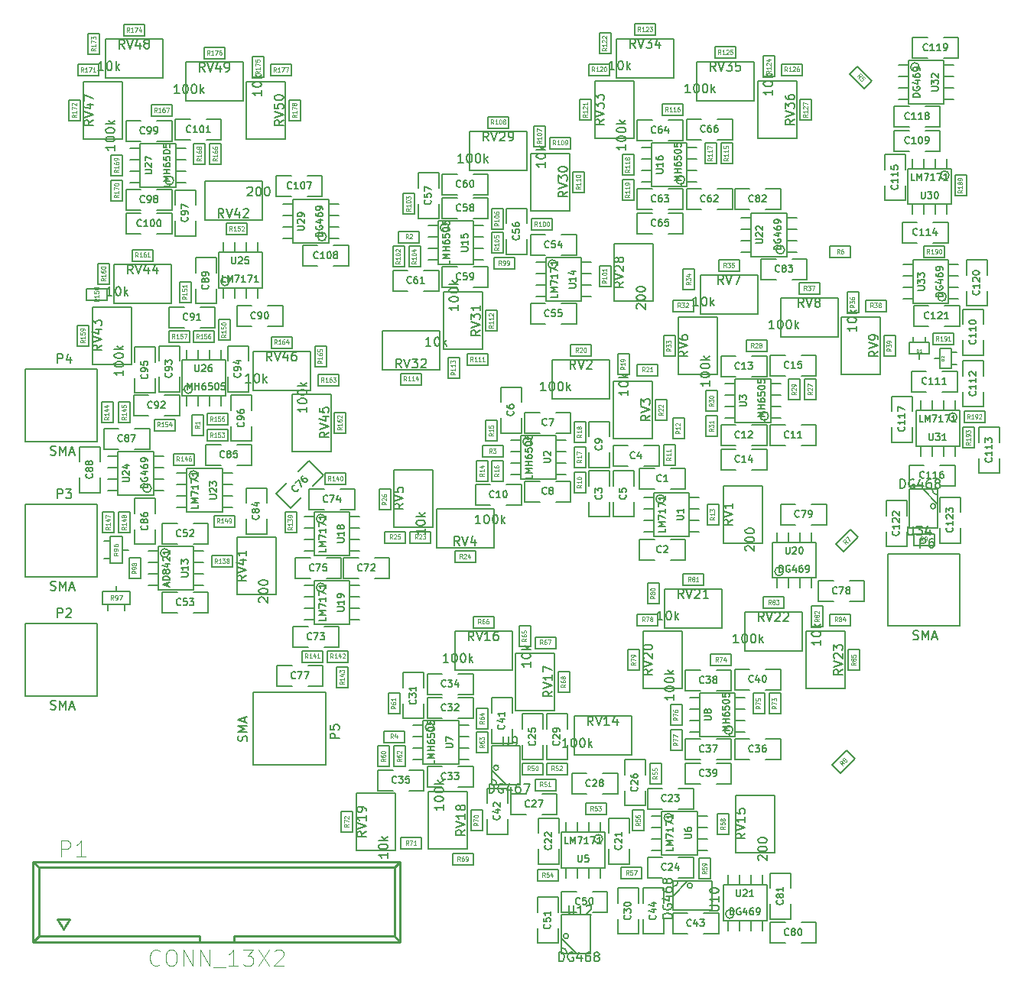
<source format=gto>
G04 (created by PCBNEW (2013-may-18)-stable) date 2014年05月08日 星期四 10时05分11秒*
%MOIN*%
G04 Gerber Fmt 3.4, Leading zero omitted, Abs format*
%FSLAX34Y34*%
G01*
G70*
G90*
G04 APERTURE LIST*
%ADD10C,0.00590551*%
%ADD11C,0.01*%
%ADD12C,0.005*%
%ADD13C,0.0035*%
%ADD14C,0.0039*%
%ADD15C,0.0059*%
%ADD16C,0.0045*%
%ADD17C,0.0024*%
G04 APERTURE END LIST*
G54D10*
G54D11*
X51250Y-61125D02*
X44250Y-61125D01*
X35500Y-61375D02*
X51500Y-61375D01*
X35750Y-61125D02*
X42750Y-61125D01*
X51250Y-58125D02*
X35750Y-58125D01*
X35500Y-57875D02*
X51500Y-57875D01*
X51250Y-61125D02*
X51500Y-61375D01*
X51250Y-58125D02*
X51500Y-57875D01*
X35750Y-61125D02*
X35500Y-61375D01*
X35500Y-57875D02*
X35750Y-58125D01*
X35750Y-58125D02*
X35750Y-61125D01*
X42750Y-61125D02*
X42750Y-61375D01*
X51250Y-58125D02*
X51250Y-61125D01*
X44250Y-61125D02*
X44250Y-61375D01*
X35500Y-57875D02*
X35500Y-61375D01*
X51500Y-57875D02*
X51500Y-61375D01*
X36548Y-60400D02*
X36823Y-60821D01*
X36823Y-60821D02*
X37099Y-60400D01*
X37099Y-60400D02*
X36548Y-60400D01*
G54D10*
X74675Y-41625D02*
G75*
G03X74925Y-41875I250J0D01*
G74*
G01*
X74925Y-42275D02*
X74275Y-41625D01*
X74836Y-42375D02*
G75*
G03X74836Y-42375I-111J0D01*
G74*
G01*
X73675Y-43325D02*
X73675Y-41625D01*
X73675Y-41625D02*
X74925Y-41625D01*
X74925Y-41625D02*
X74925Y-43325D01*
X74925Y-43325D02*
X73675Y-43325D01*
X58775Y-61875D02*
G75*
G03X58525Y-61625I-250J0D01*
G74*
G01*
X58525Y-61225D02*
X59175Y-61875D01*
X58836Y-61125D02*
G75*
G03X58836Y-61125I-111J0D01*
G74*
G01*
X59775Y-60175D02*
X59775Y-61875D01*
X59775Y-61875D02*
X58525Y-61875D01*
X58525Y-61875D02*
X58525Y-60175D01*
X58525Y-60175D02*
X59775Y-60175D01*
X63375Y-58975D02*
G75*
G03X63625Y-58725I0J250D01*
G74*
G01*
X64025Y-58725D02*
X63375Y-59375D01*
X64236Y-58925D02*
G75*
G03X64236Y-58925I-111J0D01*
G74*
G01*
X65075Y-59975D02*
X63375Y-59975D01*
X63375Y-59975D02*
X63375Y-58725D01*
X63375Y-58725D02*
X65075Y-58725D01*
X65075Y-58725D02*
X65075Y-59975D01*
X55725Y-54525D02*
G75*
G03X55475Y-54275I-250J0D01*
G74*
G01*
X55475Y-53875D02*
X56125Y-54525D01*
X55786Y-53775D02*
G75*
G03X55786Y-53775I-111J0D01*
G74*
G01*
X56725Y-52825D02*
X56725Y-54525D01*
X56725Y-54525D02*
X55475Y-54525D01*
X55475Y-54525D02*
X55475Y-52825D01*
X55475Y-52825D02*
X56725Y-52825D01*
G54D12*
X39500Y-46650D02*
X39500Y-46910D01*
X38750Y-46650D02*
X38750Y-46910D01*
X39125Y-46100D02*
X39125Y-45840D01*
X38535Y-46100D02*
X39715Y-46100D01*
X39715Y-46100D02*
X39715Y-46650D01*
X39715Y-46650D02*
X38535Y-46650D01*
X38535Y-46650D02*
X38535Y-46100D01*
X38850Y-44650D02*
X38590Y-44650D01*
X38850Y-43900D02*
X38590Y-43900D01*
X39400Y-44275D02*
X39660Y-44275D01*
X39400Y-43685D02*
X39400Y-44865D01*
X39400Y-44865D02*
X38850Y-44865D01*
X38850Y-44865D02*
X38850Y-43685D01*
X38850Y-43685D02*
X39400Y-43685D01*
X40170Y-28449D02*
X41730Y-28449D01*
X41730Y-28449D02*
X41730Y-26549D01*
X41730Y-26549D02*
X40170Y-26549D01*
X40170Y-26549D02*
X40170Y-28449D01*
X40170Y-28249D02*
X39740Y-28249D01*
X40170Y-27749D02*
X39740Y-27749D01*
X40170Y-27249D02*
X39740Y-27249D01*
X39740Y-26749D02*
X40170Y-26749D01*
X41730Y-26749D02*
X42160Y-26749D01*
X42160Y-27249D02*
X41730Y-27249D01*
X42160Y-27749D02*
X41730Y-27749D01*
X42160Y-28249D02*
X41730Y-28249D01*
X41626Y-28159D02*
G75*
G03X41626Y-28159I-186J0D01*
G74*
G01*
X60425Y-58155D02*
X60425Y-56595D01*
X60425Y-56595D02*
X58525Y-56595D01*
X58525Y-56595D02*
X58525Y-58155D01*
X58525Y-58155D02*
X60425Y-58155D01*
X60225Y-58155D02*
X60225Y-58585D01*
X59725Y-58155D02*
X59725Y-58585D01*
X59225Y-58155D02*
X59225Y-58585D01*
X58725Y-58585D02*
X58725Y-58155D01*
X58725Y-56595D02*
X58725Y-56165D01*
X59225Y-56165D02*
X59225Y-56595D01*
X59725Y-56165D02*
X59725Y-56595D01*
X60225Y-56165D02*
X60225Y-56595D01*
X60321Y-56885D02*
G75*
G03X60321Y-56885I-186J0D01*
G74*
G01*
X64455Y-55675D02*
X62895Y-55675D01*
X62895Y-55675D02*
X62895Y-57575D01*
X62895Y-57575D02*
X64455Y-57575D01*
X64455Y-57575D02*
X64455Y-55675D01*
X64455Y-55875D02*
X64885Y-55875D01*
X64455Y-56375D02*
X64885Y-56375D01*
X64455Y-56875D02*
X64885Y-56875D01*
X64885Y-57375D02*
X64455Y-57375D01*
X62895Y-57375D02*
X62465Y-57375D01*
X62465Y-56875D02*
X62895Y-56875D01*
X62465Y-56375D02*
X62895Y-56375D01*
X62465Y-55875D02*
X62895Y-55875D01*
X63371Y-55965D02*
G75*
G03X63371Y-55965I-186J0D01*
G74*
G01*
X58305Y-39275D02*
X56745Y-39275D01*
X56745Y-39275D02*
X56745Y-41175D01*
X56745Y-41175D02*
X58305Y-41175D01*
X58305Y-41175D02*
X58305Y-39275D01*
X58305Y-39475D02*
X58735Y-39475D01*
X58305Y-39975D02*
X58735Y-39975D01*
X58305Y-40475D02*
X58735Y-40475D01*
X58735Y-40975D02*
X58305Y-40975D01*
X56745Y-40975D02*
X56315Y-40975D01*
X56315Y-40475D02*
X56745Y-40475D01*
X56315Y-39975D02*
X56745Y-39975D01*
X56315Y-39475D02*
X56745Y-39475D01*
X57221Y-39565D02*
G75*
G03X57221Y-39565I-186J0D01*
G74*
G01*
X42505Y-44125D02*
X40945Y-44125D01*
X40945Y-44125D02*
X40945Y-46025D01*
X40945Y-46025D02*
X42505Y-46025D01*
X42505Y-46025D02*
X42505Y-44125D01*
X42505Y-44325D02*
X42935Y-44325D01*
X42505Y-44825D02*
X42935Y-44825D01*
X42505Y-45325D02*
X42935Y-45325D01*
X42935Y-45825D02*
X42505Y-45825D01*
X40945Y-45825D02*
X40515Y-45825D01*
X40515Y-45325D02*
X40945Y-45325D01*
X40515Y-44825D02*
X40945Y-44825D01*
X40515Y-44325D02*
X40945Y-44325D01*
X41421Y-44415D02*
G75*
G03X41421Y-44415I-186J0D01*
G74*
G01*
X54055Y-51725D02*
X52495Y-51725D01*
X52495Y-51725D02*
X52495Y-53625D01*
X52495Y-53625D02*
X54055Y-53625D01*
X54055Y-53625D02*
X54055Y-51725D01*
X54055Y-51925D02*
X54485Y-51925D01*
X54055Y-52425D02*
X54485Y-52425D01*
X54055Y-52925D02*
X54485Y-52925D01*
X54485Y-53425D02*
X54055Y-53425D01*
X52495Y-53425D02*
X52065Y-53425D01*
X52065Y-52925D02*
X52495Y-52925D01*
X52065Y-52425D02*
X52495Y-52425D01*
X52065Y-51925D02*
X52495Y-51925D01*
X52971Y-52015D02*
G75*
G03X52971Y-52015I-186J0D01*
G74*
G01*
X49305Y-42625D02*
X47745Y-42625D01*
X47745Y-42625D02*
X47745Y-44525D01*
X47745Y-44525D02*
X49305Y-44525D01*
X49305Y-44525D02*
X49305Y-42625D01*
X49305Y-42825D02*
X49735Y-42825D01*
X49305Y-43325D02*
X49735Y-43325D01*
X49305Y-43825D02*
X49735Y-43825D01*
X49735Y-44325D02*
X49305Y-44325D01*
X47745Y-44325D02*
X47315Y-44325D01*
X47315Y-43825D02*
X47745Y-43825D01*
X47315Y-43325D02*
X47745Y-43325D01*
X47315Y-42825D02*
X47745Y-42825D01*
X48221Y-42915D02*
G75*
G03X48221Y-42915I-186J0D01*
G74*
G01*
X75525Y-29205D02*
X75525Y-27645D01*
X75525Y-27645D02*
X73625Y-27645D01*
X73625Y-27645D02*
X73625Y-29205D01*
X73625Y-29205D02*
X75525Y-29205D01*
X75325Y-29205D02*
X75325Y-29635D01*
X74825Y-29205D02*
X74825Y-29635D01*
X74325Y-29205D02*
X74325Y-29635D01*
X73825Y-29635D02*
X73825Y-29205D01*
X73825Y-27645D02*
X73825Y-27215D01*
X74325Y-27215D02*
X74325Y-27645D01*
X74825Y-27215D02*
X74825Y-27645D01*
X75325Y-27215D02*
X75325Y-27645D01*
X75421Y-27935D02*
G75*
G03X75421Y-27935I-186J0D01*
G74*
G01*
X46820Y-30900D02*
X48380Y-30900D01*
X48380Y-30900D02*
X48380Y-29000D01*
X48380Y-29000D02*
X46820Y-29000D01*
X46820Y-29000D02*
X46820Y-30900D01*
X46820Y-30700D02*
X46390Y-30700D01*
X46820Y-30200D02*
X46390Y-30200D01*
X46820Y-29700D02*
X46390Y-29700D01*
X46390Y-29200D02*
X46820Y-29200D01*
X48380Y-29200D02*
X48810Y-29200D01*
X48810Y-29700D02*
X48380Y-29700D01*
X48810Y-30200D02*
X48380Y-30200D01*
X48810Y-30700D02*
X48380Y-30700D01*
X48276Y-30610D02*
G75*
G03X48276Y-30610I-186J0D01*
G74*
G01*
X49305Y-45625D02*
X47745Y-45625D01*
X47745Y-45625D02*
X47745Y-47525D01*
X47745Y-47525D02*
X49305Y-47525D01*
X49305Y-47525D02*
X49305Y-45625D01*
X49305Y-45825D02*
X49735Y-45825D01*
X49305Y-46325D02*
X49735Y-46325D01*
X49305Y-46825D02*
X49735Y-46825D01*
X49735Y-47325D02*
X49305Y-47325D01*
X47745Y-47325D02*
X47315Y-47325D01*
X47315Y-46825D02*
X47745Y-46825D01*
X47315Y-46325D02*
X47745Y-46325D01*
X47315Y-45825D02*
X47745Y-45825D01*
X48221Y-45915D02*
G75*
G03X48221Y-45915I-186J0D01*
G74*
G01*
X43575Y-31295D02*
X43575Y-32855D01*
X43575Y-32855D02*
X45475Y-32855D01*
X45475Y-32855D02*
X45475Y-31295D01*
X45475Y-31295D02*
X43575Y-31295D01*
X43775Y-31295D02*
X43775Y-30865D01*
X44275Y-31295D02*
X44275Y-30865D01*
X44775Y-31295D02*
X44775Y-30865D01*
X45275Y-30865D02*
X45275Y-31295D01*
X45275Y-32855D02*
X45275Y-33285D01*
X44775Y-33285D02*
X44775Y-32855D01*
X44275Y-33285D02*
X44275Y-32855D01*
X43775Y-33285D02*
X43775Y-32855D01*
X44051Y-32565D02*
G75*
G03X44051Y-32565I-186J0D01*
G74*
G01*
X66095Y-38725D02*
X67655Y-38725D01*
X67655Y-38725D02*
X67655Y-36825D01*
X67655Y-36825D02*
X66095Y-36825D01*
X66095Y-36825D02*
X66095Y-38725D01*
X66095Y-38525D02*
X65665Y-38525D01*
X66095Y-38025D02*
X65665Y-38025D01*
X66095Y-37525D02*
X65665Y-37525D01*
X65665Y-37025D02*
X66095Y-37025D01*
X67655Y-37025D02*
X68085Y-37025D01*
X68085Y-37525D02*
X67655Y-37525D01*
X68085Y-38025D02*
X67655Y-38025D01*
X68085Y-38525D02*
X67655Y-38525D01*
X67551Y-38435D02*
G75*
G03X67551Y-38435I-186J0D01*
G74*
G01*
X41975Y-35995D02*
X41975Y-37555D01*
X41975Y-37555D02*
X43875Y-37555D01*
X43875Y-37555D02*
X43875Y-35995D01*
X43875Y-35995D02*
X41975Y-35995D01*
X42175Y-35995D02*
X42175Y-35565D01*
X42675Y-35995D02*
X42675Y-35565D01*
X43175Y-35995D02*
X43175Y-35565D01*
X43675Y-35565D02*
X43675Y-35995D01*
X43675Y-37555D02*
X43675Y-37985D01*
X43175Y-37985D02*
X43175Y-37555D01*
X42675Y-37985D02*
X42675Y-37555D01*
X42175Y-37985D02*
X42175Y-37555D01*
X42451Y-37265D02*
G75*
G03X42451Y-37265I-186J0D01*
G74*
G01*
X67725Y-43945D02*
X67725Y-45505D01*
X67725Y-45505D02*
X69625Y-45505D01*
X69625Y-45505D02*
X69625Y-43945D01*
X69625Y-43945D02*
X67725Y-43945D01*
X67925Y-43945D02*
X67925Y-43515D01*
X68425Y-43945D02*
X68425Y-43515D01*
X68925Y-43945D02*
X68925Y-43515D01*
X69425Y-43515D02*
X69425Y-43945D01*
X69425Y-45505D02*
X69425Y-45935D01*
X68925Y-45935D02*
X68925Y-45505D01*
X68425Y-45935D02*
X68425Y-45505D01*
X67925Y-45935D02*
X67925Y-45505D01*
X68201Y-45215D02*
G75*
G03X68201Y-45215I-186J0D01*
G74*
G01*
X65575Y-58895D02*
X65575Y-60455D01*
X65575Y-60455D02*
X67475Y-60455D01*
X67475Y-60455D02*
X67475Y-58895D01*
X67475Y-58895D02*
X65575Y-58895D01*
X65775Y-58895D02*
X65775Y-58465D01*
X66275Y-58895D02*
X66275Y-58465D01*
X66775Y-58895D02*
X66775Y-58465D01*
X67275Y-58465D02*
X67275Y-58895D01*
X67275Y-60455D02*
X67275Y-60885D01*
X66775Y-60885D02*
X66775Y-60455D01*
X66275Y-60885D02*
X66275Y-60455D01*
X65775Y-60885D02*
X65775Y-60455D01*
X66051Y-60165D02*
G75*
G03X66051Y-60165I-186J0D01*
G74*
G01*
X66795Y-31475D02*
X68355Y-31475D01*
X68355Y-31475D02*
X68355Y-29575D01*
X68355Y-29575D02*
X66795Y-29575D01*
X66795Y-29575D02*
X66795Y-31475D01*
X66795Y-31275D02*
X66365Y-31275D01*
X66795Y-30775D02*
X66365Y-30775D01*
X66795Y-30275D02*
X66365Y-30275D01*
X66365Y-29775D02*
X66795Y-29775D01*
X68355Y-29775D02*
X68785Y-29775D01*
X68785Y-30275D02*
X68355Y-30275D01*
X68785Y-30775D02*
X68355Y-30775D01*
X68785Y-31275D02*
X68355Y-31275D01*
X68251Y-31185D02*
G75*
G03X68251Y-31185I-186J0D01*
G74*
G01*
X43755Y-40725D02*
X42195Y-40725D01*
X42195Y-40725D02*
X42195Y-42625D01*
X42195Y-42625D02*
X43755Y-42625D01*
X43755Y-42625D02*
X43755Y-40725D01*
X43755Y-40925D02*
X44185Y-40925D01*
X43755Y-41425D02*
X44185Y-41425D01*
X43755Y-41925D02*
X44185Y-41925D01*
X44185Y-42425D02*
X43755Y-42425D01*
X42195Y-42425D02*
X41765Y-42425D01*
X41765Y-41925D02*
X42195Y-41925D01*
X41765Y-41425D02*
X42195Y-41425D01*
X41765Y-40925D02*
X42195Y-40925D01*
X42671Y-41015D02*
G75*
G03X42671Y-41015I-186J0D01*
G74*
G01*
X64545Y-52425D02*
X66105Y-52425D01*
X66105Y-52425D02*
X66105Y-50525D01*
X66105Y-50525D02*
X64545Y-50525D01*
X64545Y-50525D02*
X64545Y-52425D01*
X64545Y-52225D02*
X64115Y-52225D01*
X64545Y-51725D02*
X64115Y-51725D01*
X64545Y-51225D02*
X64115Y-51225D01*
X64115Y-50725D02*
X64545Y-50725D01*
X66105Y-50725D02*
X66535Y-50725D01*
X66535Y-51225D02*
X66105Y-51225D01*
X66535Y-51725D02*
X66105Y-51725D01*
X66535Y-52225D02*
X66105Y-52225D01*
X66001Y-52135D02*
G75*
G03X66001Y-52135I-186J0D01*
G74*
G01*
X39195Y-41875D02*
X40755Y-41875D01*
X40755Y-41875D02*
X40755Y-39975D01*
X40755Y-39975D02*
X39195Y-39975D01*
X39195Y-39975D02*
X39195Y-41875D01*
X39195Y-41675D02*
X38765Y-41675D01*
X39195Y-41175D02*
X38765Y-41175D01*
X39195Y-40675D02*
X38765Y-40675D01*
X38765Y-40175D02*
X39195Y-40175D01*
X40755Y-40175D02*
X41185Y-40175D01*
X41185Y-40675D02*
X40755Y-40675D01*
X41185Y-41175D02*
X40755Y-41175D01*
X41185Y-41675D02*
X40755Y-41675D01*
X40651Y-41585D02*
G75*
G03X40651Y-41585I-186J0D01*
G74*
G01*
X59405Y-31525D02*
X57845Y-31525D01*
X57845Y-31525D02*
X57845Y-33425D01*
X57845Y-33425D02*
X59405Y-33425D01*
X59405Y-33425D02*
X59405Y-31525D01*
X59405Y-31725D02*
X59835Y-31725D01*
X59405Y-32225D02*
X59835Y-32225D01*
X59405Y-32725D02*
X59835Y-32725D01*
X59835Y-33225D02*
X59405Y-33225D01*
X57845Y-33225D02*
X57415Y-33225D01*
X57415Y-32725D02*
X57845Y-32725D01*
X57415Y-32225D02*
X57845Y-32225D01*
X57415Y-31725D02*
X57845Y-31725D01*
X58321Y-31815D02*
G75*
G03X58321Y-31815I-186J0D01*
G74*
G01*
X75205Y-22925D02*
X73645Y-22925D01*
X73645Y-22925D02*
X73645Y-24825D01*
X73645Y-24825D02*
X75205Y-24825D01*
X75205Y-24825D02*
X75205Y-22925D01*
X75205Y-23125D02*
X75635Y-23125D01*
X75205Y-23625D02*
X75635Y-23625D01*
X75205Y-24125D02*
X75635Y-24125D01*
X75635Y-24625D02*
X75205Y-24625D01*
X73645Y-24625D02*
X73215Y-24625D01*
X73215Y-24125D02*
X73645Y-24125D01*
X73215Y-23625D02*
X73645Y-23625D01*
X73215Y-23125D02*
X73645Y-23125D01*
X74121Y-23215D02*
G75*
G03X74121Y-23215I-186J0D01*
G74*
G01*
X64105Y-41775D02*
X62545Y-41775D01*
X62545Y-41775D02*
X62545Y-43675D01*
X62545Y-43675D02*
X64105Y-43675D01*
X64105Y-43675D02*
X64105Y-41775D01*
X64105Y-41975D02*
X64535Y-41975D01*
X64105Y-42475D02*
X64535Y-42475D01*
X64105Y-42975D02*
X64535Y-42975D01*
X64535Y-43475D02*
X64105Y-43475D01*
X62545Y-43475D02*
X62115Y-43475D01*
X62115Y-42975D02*
X62545Y-42975D01*
X62115Y-42475D02*
X62545Y-42475D01*
X62115Y-41975D02*
X62545Y-41975D01*
X63021Y-42065D02*
G75*
G03X63021Y-42065I-186J0D01*
G74*
G01*
X75875Y-39755D02*
X75875Y-38195D01*
X75875Y-38195D02*
X73975Y-38195D01*
X73975Y-38195D02*
X73975Y-39755D01*
X73975Y-39755D02*
X75875Y-39755D01*
X75675Y-39755D02*
X75675Y-40185D01*
X75175Y-39755D02*
X75175Y-40185D01*
X74675Y-39755D02*
X74675Y-40185D01*
X74175Y-40185D02*
X74175Y-39755D01*
X74175Y-38195D02*
X74175Y-37765D01*
X74675Y-37765D02*
X74675Y-38195D01*
X75175Y-37765D02*
X75175Y-38195D01*
X75675Y-37765D02*
X75675Y-38195D01*
X75771Y-38485D02*
G75*
G03X75771Y-38485I-186J0D01*
G74*
G01*
X62445Y-28425D02*
X64005Y-28425D01*
X64005Y-28425D02*
X64005Y-26525D01*
X64005Y-26525D02*
X62445Y-26525D01*
X62445Y-26525D02*
X62445Y-28425D01*
X62445Y-28225D02*
X62015Y-28225D01*
X62445Y-27725D02*
X62015Y-27725D01*
X62445Y-27225D02*
X62015Y-27225D01*
X62015Y-26725D02*
X62445Y-26725D01*
X64005Y-26725D02*
X64435Y-26725D01*
X64435Y-27225D02*
X64005Y-27225D01*
X64435Y-27725D02*
X64005Y-27725D01*
X64435Y-28225D02*
X64005Y-28225D01*
X63901Y-28135D02*
G75*
G03X63901Y-28135I-186J0D01*
G74*
G01*
X73845Y-33525D02*
X75405Y-33525D01*
X75405Y-33525D02*
X75405Y-31625D01*
X75405Y-31625D02*
X73845Y-31625D01*
X73845Y-31625D02*
X73845Y-33525D01*
X73845Y-33325D02*
X73415Y-33325D01*
X73845Y-32825D02*
X73415Y-32825D01*
X73845Y-32325D02*
X73415Y-32325D01*
X73415Y-31825D02*
X73845Y-31825D01*
X75405Y-31825D02*
X75835Y-31825D01*
X75835Y-32325D02*
X75405Y-32325D01*
X75835Y-32825D02*
X75405Y-32825D01*
X75835Y-33325D02*
X75405Y-33325D01*
X75301Y-33235D02*
G75*
G03X75301Y-33235I-186J0D01*
G74*
G01*
X54705Y-29925D02*
X53145Y-29925D01*
X53145Y-29925D02*
X53145Y-31825D01*
X53145Y-31825D02*
X54705Y-31825D01*
X54705Y-31825D02*
X54705Y-29925D01*
X54705Y-30125D02*
X55135Y-30125D01*
X54705Y-30625D02*
X55135Y-30625D01*
X54705Y-31125D02*
X55135Y-31125D01*
X55135Y-31625D02*
X54705Y-31625D01*
X53145Y-31625D02*
X52715Y-31625D01*
X52715Y-31125D02*
X53145Y-31125D01*
X52715Y-30625D02*
X53145Y-30625D01*
X52715Y-30125D02*
X53145Y-30125D01*
X53621Y-30215D02*
G75*
G03X53621Y-30215I-186J0D01*
G74*
G01*
X39925Y-44025D02*
X40825Y-44025D01*
X40825Y-44025D02*
X40825Y-43375D01*
X39925Y-42675D02*
X39925Y-42025D01*
X39925Y-42025D02*
X40825Y-42025D01*
X40825Y-42025D02*
X40825Y-42675D01*
X39925Y-43375D02*
X39925Y-44025D01*
X54675Y-50575D02*
X54675Y-49675D01*
X54675Y-49675D02*
X54025Y-49675D01*
X53325Y-50575D02*
X52675Y-50575D01*
X52675Y-50575D02*
X52675Y-49675D01*
X52675Y-49675D02*
X53325Y-49675D01*
X54025Y-50575D02*
X54675Y-50575D01*
X51175Y-32075D02*
X51175Y-32975D01*
X51175Y-32975D02*
X51825Y-32975D01*
X52525Y-32075D02*
X53175Y-32075D01*
X53175Y-32075D02*
X53175Y-32975D01*
X53175Y-32975D02*
X52525Y-32975D01*
X51825Y-32075D02*
X51175Y-32075D01*
X38425Y-39775D02*
X37525Y-39775D01*
X37525Y-39775D02*
X37525Y-40425D01*
X38425Y-41125D02*
X38425Y-41775D01*
X38425Y-41775D02*
X37525Y-41775D01*
X37525Y-41775D02*
X37525Y-41125D01*
X38425Y-40425D02*
X38425Y-39775D01*
X40575Y-39875D02*
X40575Y-38975D01*
X40575Y-38975D02*
X39925Y-38975D01*
X39225Y-39875D02*
X38575Y-39875D01*
X38575Y-39875D02*
X38575Y-38975D01*
X38575Y-38975D02*
X39225Y-38975D01*
X39925Y-39875D02*
X40575Y-39875D01*
X50525Y-53875D02*
X50525Y-54775D01*
X50525Y-54775D02*
X51175Y-54775D01*
X51875Y-53875D02*
X52525Y-53875D01*
X52525Y-53875D02*
X52525Y-54775D01*
X52525Y-54775D02*
X51875Y-54775D01*
X51175Y-53875D02*
X50525Y-53875D01*
X61825Y-29575D02*
X61825Y-30475D01*
X61825Y-30475D02*
X62475Y-30475D01*
X63175Y-29575D02*
X63825Y-29575D01*
X63825Y-29575D02*
X63825Y-30475D01*
X63825Y-30475D02*
X63175Y-30475D01*
X62475Y-29575D02*
X61825Y-29575D01*
X51625Y-51625D02*
X52525Y-51625D01*
X52525Y-51625D02*
X52525Y-50975D01*
X51625Y-50275D02*
X51625Y-49625D01*
X51625Y-49625D02*
X52525Y-49625D01*
X52525Y-49625D02*
X52525Y-50275D01*
X51625Y-50975D02*
X51625Y-51625D01*
X63925Y-52525D02*
X63925Y-53425D01*
X63925Y-53425D02*
X64575Y-53425D01*
X65275Y-52525D02*
X65925Y-52525D01*
X65925Y-52525D02*
X65925Y-53425D01*
X65925Y-53425D02*
X65275Y-53425D01*
X64575Y-52525D02*
X63925Y-52525D01*
X65925Y-50425D02*
X65925Y-49525D01*
X65925Y-49525D02*
X65275Y-49525D01*
X64575Y-50425D02*
X63925Y-50425D01*
X63925Y-50425D02*
X63925Y-49525D01*
X63925Y-49525D02*
X64575Y-49525D01*
X65275Y-50425D02*
X65925Y-50425D01*
X43025Y-39675D02*
X43025Y-40575D01*
X43025Y-40575D02*
X43675Y-40575D01*
X44375Y-39675D02*
X45025Y-39675D01*
X45025Y-39675D02*
X45025Y-40575D01*
X45025Y-40575D02*
X44375Y-40575D01*
X43675Y-39675D02*
X43025Y-39675D01*
X66075Y-52525D02*
X66075Y-53425D01*
X66075Y-53425D02*
X66725Y-53425D01*
X67425Y-52525D02*
X68075Y-52525D01*
X68075Y-52525D02*
X68075Y-53425D01*
X68075Y-53425D02*
X67425Y-53425D01*
X66725Y-52525D02*
X66075Y-52525D01*
X44775Y-43575D02*
X45675Y-43575D01*
X45675Y-43575D02*
X45675Y-42925D01*
X44775Y-42225D02*
X44775Y-41575D01*
X44775Y-41575D02*
X45675Y-41575D01*
X45675Y-41575D02*
X45675Y-42225D01*
X44775Y-42925D02*
X44775Y-43575D01*
X55325Y-28775D02*
X55325Y-27875D01*
X55325Y-27875D02*
X54675Y-27875D01*
X53975Y-28775D02*
X53325Y-28775D01*
X53325Y-28775D02*
X53325Y-27875D01*
X53325Y-27875D02*
X53975Y-27875D01*
X54675Y-28775D02*
X55325Y-28775D01*
X65975Y-26375D02*
X65975Y-25475D01*
X65975Y-25475D02*
X65325Y-25475D01*
X64625Y-26375D02*
X63975Y-26375D01*
X63975Y-26375D02*
X63975Y-25475D01*
X63975Y-25475D02*
X64625Y-25475D01*
X65325Y-26375D02*
X65975Y-26375D01*
X63925Y-53575D02*
X63925Y-54475D01*
X63925Y-54475D02*
X64575Y-54475D01*
X65275Y-53575D02*
X65925Y-53575D01*
X65925Y-53575D02*
X65925Y-54475D01*
X65925Y-54475D02*
X65275Y-54475D01*
X64575Y-53575D02*
X63925Y-53575D01*
X41875Y-38425D02*
X41875Y-37525D01*
X41875Y-37525D02*
X41225Y-37525D01*
X40525Y-38425D02*
X39875Y-38425D01*
X39875Y-38425D02*
X39875Y-37525D01*
X39875Y-37525D02*
X40525Y-37525D01*
X41225Y-38425D02*
X41875Y-38425D01*
X63825Y-26425D02*
X63825Y-25525D01*
X63825Y-25525D02*
X63175Y-25525D01*
X62475Y-26425D02*
X61825Y-26425D01*
X61825Y-26425D02*
X61825Y-25525D01*
X61825Y-25525D02*
X62475Y-25525D01*
X63175Y-26425D02*
X63825Y-26425D01*
X58325Y-55825D02*
X58325Y-54925D01*
X58325Y-54925D02*
X57675Y-54925D01*
X56975Y-55825D02*
X56325Y-55825D01*
X56325Y-55825D02*
X56325Y-54925D01*
X56325Y-54925D02*
X56975Y-54925D01*
X57675Y-55825D02*
X58325Y-55825D01*
X61275Y-55425D02*
X62175Y-55425D01*
X62175Y-55425D02*
X62175Y-54775D01*
X61275Y-54075D02*
X61275Y-53425D01*
X61275Y-53425D02*
X62175Y-53425D01*
X62175Y-53425D02*
X62175Y-54075D01*
X61275Y-54775D02*
X61275Y-55425D01*
X40825Y-35425D02*
X39925Y-35425D01*
X39925Y-35425D02*
X39925Y-36075D01*
X40825Y-36775D02*
X40825Y-37425D01*
X40825Y-37425D02*
X39925Y-37425D01*
X39925Y-37425D02*
X39925Y-36775D01*
X40825Y-36075D02*
X40825Y-35425D01*
X56825Y-53425D02*
X57725Y-53425D01*
X57725Y-53425D02*
X57725Y-52775D01*
X56825Y-52075D02*
X56825Y-51425D01*
X56825Y-51425D02*
X57725Y-51425D01*
X57725Y-51425D02*
X57725Y-52075D01*
X56825Y-52775D02*
X56825Y-53425D01*
X57875Y-53425D02*
X58775Y-53425D01*
X58775Y-53425D02*
X58775Y-52775D01*
X57875Y-52075D02*
X57875Y-51425D01*
X57875Y-51425D02*
X58775Y-51425D01*
X58775Y-51425D02*
X58775Y-52075D01*
X57875Y-52775D02*
X57875Y-53425D01*
X61825Y-28525D02*
X61825Y-29425D01*
X61825Y-29425D02*
X62475Y-29425D01*
X63175Y-28525D02*
X63825Y-28525D01*
X63825Y-28525D02*
X63825Y-29425D01*
X63825Y-29425D02*
X63175Y-29425D01*
X62475Y-28525D02*
X61825Y-28525D01*
X60975Y-61025D02*
X61875Y-61025D01*
X61875Y-61025D02*
X61875Y-60375D01*
X60975Y-59675D02*
X60975Y-59025D01*
X60975Y-59025D02*
X61875Y-59025D01*
X61875Y-59025D02*
X61875Y-59675D01*
X60975Y-60375D02*
X60975Y-61025D01*
X43475Y-31525D02*
X42575Y-31525D01*
X42575Y-31525D02*
X42575Y-32175D01*
X43475Y-32875D02*
X43475Y-33525D01*
X43475Y-33525D02*
X42575Y-33525D01*
X42575Y-33525D02*
X42575Y-32875D01*
X43475Y-32175D02*
X43475Y-31525D01*
X43975Y-37375D02*
X44875Y-37375D01*
X44875Y-37375D02*
X44875Y-36725D01*
X43975Y-36025D02*
X43975Y-35375D01*
X43975Y-35375D02*
X44875Y-35375D01*
X44875Y-35375D02*
X44875Y-36025D01*
X43975Y-36725D02*
X43975Y-37375D01*
X41875Y-35375D02*
X40975Y-35375D01*
X40975Y-35375D02*
X40975Y-36025D01*
X41875Y-36725D02*
X41875Y-37375D01*
X41875Y-37375D02*
X40975Y-37375D01*
X40975Y-37375D02*
X40975Y-36725D01*
X41875Y-36025D02*
X41875Y-35375D01*
X63975Y-28525D02*
X63975Y-29425D01*
X63975Y-29425D02*
X64625Y-29425D01*
X65325Y-28525D02*
X65975Y-28525D01*
X65975Y-28525D02*
X65975Y-29425D01*
X65975Y-29425D02*
X65325Y-29425D01*
X64625Y-28525D02*
X63975Y-28525D01*
X54675Y-51625D02*
X54675Y-50725D01*
X54675Y-50725D02*
X54025Y-50725D01*
X53325Y-51625D02*
X52675Y-51625D01*
X52675Y-51625D02*
X52675Y-50725D01*
X52675Y-50725D02*
X53325Y-50725D01*
X54025Y-51625D02*
X54675Y-51625D01*
X52675Y-53725D02*
X52675Y-54625D01*
X52675Y-54625D02*
X53325Y-54625D01*
X54025Y-53725D02*
X54675Y-53725D01*
X54675Y-53725D02*
X54675Y-54625D01*
X54675Y-54625D02*
X54025Y-54625D01*
X53325Y-53725D02*
X52675Y-53725D01*
X43425Y-34575D02*
X43425Y-33675D01*
X43425Y-33675D02*
X42775Y-33675D01*
X42075Y-34575D02*
X41425Y-34575D01*
X41425Y-34575D02*
X41425Y-33675D01*
X41425Y-33675D02*
X42075Y-33675D01*
X42775Y-34575D02*
X43425Y-34575D01*
X44375Y-33625D02*
X44375Y-34525D01*
X44375Y-34525D02*
X45025Y-34525D01*
X45725Y-33625D02*
X46375Y-33625D01*
X46375Y-33625D02*
X46375Y-34525D01*
X46375Y-34525D02*
X45725Y-34525D01*
X45025Y-33625D02*
X44375Y-33625D01*
X59175Y-34425D02*
X59175Y-33525D01*
X59175Y-33525D02*
X58525Y-33525D01*
X57825Y-34425D02*
X57175Y-34425D01*
X57175Y-34425D02*
X57175Y-33525D01*
X57175Y-33525D02*
X57825Y-33525D01*
X58525Y-34425D02*
X59175Y-34425D01*
X49025Y-44625D02*
X49025Y-45525D01*
X49025Y-45525D02*
X49675Y-45525D01*
X50375Y-44625D02*
X51025Y-44625D01*
X51025Y-44625D02*
X51025Y-45525D01*
X51025Y-45525D02*
X50375Y-45525D01*
X49675Y-44625D02*
X49025Y-44625D01*
X46925Y-44625D02*
X46925Y-45525D01*
X46925Y-45525D02*
X47575Y-45525D01*
X48275Y-44625D02*
X48925Y-44625D01*
X48925Y-44625D02*
X48925Y-45525D01*
X48925Y-45525D02*
X48275Y-45525D01*
X47575Y-44625D02*
X46925Y-44625D01*
X49525Y-42525D02*
X49525Y-41625D01*
X49525Y-41625D02*
X48875Y-41625D01*
X48175Y-42525D02*
X47525Y-42525D01*
X47525Y-42525D02*
X47525Y-41625D01*
X47525Y-41625D02*
X48175Y-41625D01*
X48875Y-42525D02*
X49525Y-42525D01*
X48150Y-41036D02*
X47513Y-40399D01*
X47513Y-40399D02*
X47054Y-40859D01*
X47195Y-41990D02*
X46736Y-42450D01*
X46736Y-42450D02*
X46099Y-41813D01*
X46099Y-41813D02*
X46559Y-41354D01*
X47690Y-41495D02*
X48150Y-41036D01*
X59175Y-31425D02*
X59175Y-30525D01*
X59175Y-30525D02*
X58525Y-30525D01*
X57825Y-31425D02*
X57175Y-31425D01*
X57175Y-31425D02*
X57175Y-30525D01*
X57175Y-30525D02*
X57825Y-30525D01*
X58525Y-31425D02*
X59175Y-31425D01*
X48825Y-48525D02*
X48825Y-47625D01*
X48825Y-47625D02*
X48175Y-47625D01*
X47475Y-48525D02*
X46825Y-48525D01*
X46825Y-48525D02*
X46825Y-47625D01*
X46825Y-47625D02*
X47475Y-47625D01*
X48175Y-48525D02*
X48825Y-48525D01*
X58525Y-59175D02*
X58525Y-60075D01*
X58525Y-60075D02*
X59175Y-60075D01*
X59875Y-59175D02*
X60525Y-59175D01*
X60525Y-59175D02*
X60525Y-60075D01*
X60525Y-60075D02*
X59875Y-60075D01*
X59175Y-59175D02*
X58525Y-59175D01*
X58375Y-59425D02*
X57475Y-59425D01*
X57475Y-59425D02*
X57475Y-60075D01*
X58375Y-60775D02*
X58375Y-61425D01*
X58375Y-61425D02*
X57475Y-61425D01*
X57475Y-61425D02*
X57475Y-60775D01*
X58375Y-60075D02*
X58375Y-59425D01*
X43125Y-44025D02*
X43125Y-43125D01*
X43125Y-43125D02*
X42475Y-43125D01*
X41775Y-44025D02*
X41125Y-44025D01*
X41125Y-44025D02*
X41125Y-43125D01*
X41125Y-43125D02*
X41775Y-43125D01*
X42475Y-44025D02*
X43125Y-44025D01*
X41125Y-46125D02*
X41125Y-47025D01*
X41125Y-47025D02*
X41775Y-47025D01*
X42475Y-46125D02*
X43125Y-46125D01*
X43125Y-46125D02*
X43125Y-47025D01*
X43125Y-47025D02*
X42475Y-47025D01*
X41775Y-46125D02*
X41125Y-46125D01*
X55275Y-56675D02*
X56175Y-56675D01*
X56175Y-56675D02*
X56175Y-56025D01*
X55275Y-55325D02*
X55275Y-54675D01*
X55275Y-54675D02*
X56175Y-54675D01*
X56175Y-54675D02*
X56175Y-55325D01*
X55275Y-56025D02*
X55275Y-56675D01*
X68075Y-29425D02*
X68075Y-28525D01*
X68075Y-28525D02*
X67425Y-28525D01*
X66725Y-29425D02*
X66075Y-29425D01*
X66075Y-29425D02*
X66075Y-28525D01*
X66075Y-28525D02*
X66725Y-28525D01*
X67425Y-29425D02*
X68075Y-29425D01*
X67625Y-60375D02*
X68525Y-60375D01*
X68525Y-60375D02*
X68525Y-59725D01*
X67625Y-59025D02*
X67625Y-58375D01*
X67625Y-58375D02*
X68525Y-58375D01*
X68525Y-58375D02*
X68525Y-59025D01*
X67625Y-59725D02*
X67625Y-60375D01*
X67625Y-60525D02*
X67625Y-61425D01*
X67625Y-61425D02*
X68275Y-61425D01*
X68975Y-60525D02*
X69625Y-60525D01*
X69625Y-60525D02*
X69625Y-61425D01*
X69625Y-61425D02*
X68975Y-61425D01*
X68275Y-60525D02*
X67625Y-60525D01*
X52275Y-29825D02*
X53175Y-29825D01*
X53175Y-29825D02*
X53175Y-29175D01*
X52275Y-28475D02*
X52275Y-27825D01*
X52275Y-27825D02*
X53175Y-27825D01*
X53175Y-27825D02*
X53175Y-28475D01*
X52275Y-29175D02*
X52275Y-29825D01*
X68075Y-50375D02*
X68075Y-49475D01*
X68075Y-49475D02*
X67425Y-49475D01*
X66725Y-50375D02*
X66075Y-50375D01*
X66075Y-50375D02*
X66075Y-49475D01*
X66075Y-49475D02*
X66725Y-49475D01*
X67425Y-50375D02*
X68075Y-50375D01*
X53325Y-31925D02*
X53325Y-32825D01*
X53325Y-32825D02*
X53975Y-32825D01*
X54675Y-31925D02*
X55325Y-31925D01*
X55325Y-31925D02*
X55325Y-32825D01*
X55325Y-32825D02*
X54675Y-32825D01*
X53975Y-31925D02*
X53325Y-31925D01*
X55475Y-52725D02*
X56375Y-52725D01*
X56375Y-52725D02*
X56375Y-52075D01*
X55475Y-51375D02*
X55475Y-50725D01*
X55475Y-50725D02*
X56375Y-50725D01*
X56375Y-50725D02*
X56375Y-51375D01*
X55475Y-52075D02*
X55475Y-52725D01*
X69225Y-32475D02*
X69225Y-31575D01*
X69225Y-31575D02*
X68575Y-31575D01*
X67875Y-32475D02*
X67225Y-32475D01*
X67225Y-32475D02*
X67225Y-31575D01*
X67225Y-31575D02*
X67875Y-31575D01*
X68575Y-32475D02*
X69225Y-32475D01*
X65375Y-61025D02*
X65375Y-60125D01*
X65375Y-60125D02*
X64725Y-60125D01*
X64025Y-61025D02*
X63375Y-61025D01*
X63375Y-61025D02*
X63375Y-60125D01*
X63375Y-60125D02*
X64025Y-60125D01*
X64725Y-61025D02*
X65375Y-61025D01*
X62075Y-61025D02*
X62975Y-61025D01*
X62975Y-61025D02*
X62975Y-60375D01*
X62075Y-59675D02*
X62075Y-59025D01*
X62075Y-59025D02*
X62975Y-59025D01*
X62975Y-59025D02*
X62975Y-59675D01*
X62075Y-60375D02*
X62075Y-61025D01*
X55325Y-29825D02*
X55325Y-28925D01*
X55325Y-28925D02*
X54675Y-28925D01*
X53975Y-29825D02*
X53325Y-29825D01*
X53325Y-29825D02*
X53325Y-28925D01*
X53325Y-28925D02*
X53975Y-28925D01*
X54675Y-29825D02*
X55325Y-29825D01*
X70075Y-43175D02*
X70075Y-42275D01*
X70075Y-42275D02*
X69425Y-42275D01*
X68725Y-43175D02*
X68075Y-43175D01*
X68075Y-43175D02*
X68075Y-42275D01*
X68075Y-42275D02*
X68725Y-42275D01*
X69425Y-43175D02*
X70075Y-43175D01*
X69725Y-45625D02*
X69725Y-46525D01*
X69725Y-46525D02*
X70375Y-46525D01*
X71075Y-45625D02*
X71725Y-45625D01*
X71725Y-45625D02*
X71725Y-46525D01*
X71725Y-46525D02*
X71075Y-46525D01*
X70375Y-45625D02*
X69725Y-45625D01*
X48125Y-50225D02*
X48125Y-49325D01*
X48125Y-49325D02*
X47475Y-49325D01*
X46775Y-50225D02*
X46125Y-50225D01*
X46125Y-50225D02*
X46125Y-49325D01*
X46125Y-49325D02*
X46775Y-49325D01*
X47475Y-50225D02*
X48125Y-50225D01*
X56125Y-31375D02*
X57025Y-31375D01*
X57025Y-31375D02*
X57025Y-30725D01*
X56125Y-30025D02*
X56125Y-29375D01*
X56125Y-29375D02*
X57025Y-29375D01*
X57025Y-29375D02*
X57025Y-30025D01*
X56125Y-30725D02*
X56125Y-31375D01*
X58925Y-39175D02*
X58925Y-38275D01*
X58925Y-38275D02*
X58275Y-38275D01*
X57575Y-39175D02*
X56925Y-39175D01*
X56925Y-39175D02*
X56925Y-38275D01*
X56925Y-38275D02*
X57575Y-38275D01*
X58275Y-39175D02*
X58925Y-39175D01*
X56925Y-41275D02*
X56925Y-42175D01*
X56925Y-42175D02*
X57575Y-42175D01*
X58275Y-41275D02*
X58925Y-41275D01*
X58925Y-41275D02*
X58925Y-42175D01*
X58925Y-42175D02*
X58275Y-42175D01*
X57575Y-41275D02*
X56925Y-41275D01*
X55875Y-39175D02*
X56775Y-39175D01*
X56775Y-39175D02*
X56775Y-38525D01*
X55875Y-37825D02*
X55875Y-37175D01*
X55875Y-37175D02*
X56775Y-37175D01*
X56775Y-37175D02*
X56775Y-37825D01*
X55875Y-38525D02*
X55875Y-39175D01*
X75025Y-26875D02*
X75025Y-25975D01*
X75025Y-25975D02*
X74375Y-25975D01*
X73675Y-26875D02*
X73025Y-26875D01*
X73025Y-26875D02*
X73025Y-25975D01*
X73025Y-25975D02*
X73675Y-25975D01*
X74375Y-26875D02*
X75025Y-26875D01*
X72925Y-39575D02*
X73825Y-39575D01*
X73825Y-39575D02*
X73825Y-38925D01*
X72925Y-38225D02*
X72925Y-37575D01*
X72925Y-37575D02*
X73825Y-37575D01*
X73825Y-37575D02*
X73825Y-38225D01*
X72925Y-38925D02*
X72925Y-39575D01*
X75675Y-41475D02*
X75675Y-40575D01*
X75675Y-40575D02*
X75025Y-40575D01*
X74325Y-41475D02*
X73675Y-41475D01*
X73675Y-41475D02*
X73675Y-40575D01*
X73675Y-40575D02*
X74325Y-40575D01*
X75025Y-41475D02*
X75675Y-41475D01*
X72625Y-29025D02*
X73525Y-29025D01*
X73525Y-29025D02*
X73525Y-28375D01*
X72625Y-27675D02*
X72625Y-27025D01*
X72625Y-27025D02*
X73525Y-27025D01*
X73525Y-27025D02*
X73525Y-27675D01*
X72625Y-28375D02*
X72625Y-29025D01*
X75375Y-30875D02*
X75375Y-29975D01*
X75375Y-29975D02*
X74725Y-29975D01*
X74025Y-30875D02*
X73375Y-30875D01*
X73375Y-30875D02*
X73375Y-29975D01*
X73375Y-29975D02*
X74025Y-29975D01*
X74725Y-30875D02*
X75375Y-30875D01*
X60625Y-38675D02*
X59725Y-38675D01*
X59725Y-38675D02*
X59725Y-39325D01*
X60625Y-40025D02*
X60625Y-40675D01*
X60625Y-40675D02*
X59725Y-40675D01*
X59725Y-40675D02*
X59725Y-40025D01*
X60625Y-39325D02*
X60625Y-38675D01*
X49250Y-31900D02*
X49250Y-31000D01*
X49250Y-31000D02*
X48600Y-31000D01*
X47900Y-31900D02*
X47250Y-31900D01*
X47250Y-31900D02*
X47250Y-31000D01*
X47250Y-31000D02*
X47900Y-31000D01*
X48600Y-31900D02*
X49250Y-31900D01*
X48100Y-28849D02*
X48100Y-27949D01*
X48100Y-27949D02*
X47450Y-27949D01*
X46750Y-28849D02*
X46100Y-28849D01*
X46100Y-28849D02*
X46100Y-27949D01*
X46100Y-27949D02*
X46750Y-27949D01*
X47450Y-28849D02*
X48100Y-28849D01*
X76725Y-40925D02*
X77625Y-40925D01*
X77625Y-40925D02*
X77625Y-40275D01*
X76725Y-39575D02*
X76725Y-38925D01*
X76725Y-38925D02*
X77625Y-38925D01*
X77625Y-38925D02*
X77625Y-39575D01*
X76725Y-40275D02*
X76725Y-40925D01*
X54775Y-41425D02*
X54775Y-42325D01*
X54775Y-42325D02*
X55425Y-42325D01*
X56125Y-41425D02*
X56775Y-41425D01*
X56775Y-41425D02*
X56775Y-42325D01*
X56775Y-42325D02*
X56125Y-42325D01*
X55425Y-41425D02*
X54775Y-41425D01*
X65475Y-38825D02*
X65475Y-39725D01*
X65475Y-39725D02*
X66125Y-39725D01*
X66825Y-38825D02*
X67475Y-38825D01*
X67475Y-38825D02*
X67475Y-39725D01*
X67475Y-39725D02*
X66825Y-39725D01*
X66125Y-38825D02*
X65475Y-38825D01*
X67475Y-36725D02*
X67475Y-35825D01*
X67475Y-35825D02*
X66825Y-35825D01*
X66125Y-36725D02*
X65475Y-36725D01*
X65475Y-36725D02*
X65475Y-35825D01*
X65475Y-35825D02*
X66125Y-35825D01*
X66825Y-36725D02*
X67475Y-36725D01*
X67625Y-38825D02*
X67625Y-39725D01*
X67625Y-39725D02*
X68275Y-39725D01*
X68975Y-38825D02*
X69625Y-38825D01*
X69625Y-38825D02*
X69625Y-39725D01*
X69625Y-39725D02*
X68975Y-39725D01*
X68275Y-38825D02*
X67625Y-38825D01*
X65475Y-39875D02*
X65475Y-40775D01*
X65475Y-40775D02*
X66125Y-40775D01*
X66825Y-39875D02*
X67475Y-39875D01*
X67475Y-39875D02*
X67475Y-40775D01*
X67475Y-40775D02*
X66825Y-40775D01*
X66125Y-39875D02*
X65475Y-39875D01*
X43700Y-26400D02*
X43700Y-25500D01*
X43700Y-25500D02*
X43050Y-25500D01*
X42350Y-26400D02*
X41700Y-26400D01*
X41700Y-26400D02*
X41700Y-25500D01*
X41700Y-25500D02*
X42350Y-25500D01*
X43050Y-26400D02*
X43700Y-26400D01*
X75025Y-43975D02*
X75925Y-43975D01*
X75925Y-43975D02*
X75925Y-43325D01*
X75025Y-42625D02*
X75025Y-41975D01*
X75025Y-41975D02*
X75925Y-41975D01*
X75925Y-41975D02*
X75925Y-42625D01*
X75025Y-43325D02*
X75025Y-43975D01*
X73575Y-42125D02*
X72675Y-42125D01*
X72675Y-42125D02*
X72675Y-42775D01*
X73575Y-43475D02*
X73575Y-44125D01*
X73575Y-44125D02*
X72675Y-44125D01*
X72675Y-44125D02*
X72675Y-43475D01*
X73575Y-42775D02*
X73575Y-42125D01*
X75875Y-34525D02*
X75875Y-33625D01*
X75875Y-33625D02*
X75225Y-33625D01*
X74525Y-34525D02*
X73875Y-34525D01*
X73875Y-34525D02*
X73875Y-33625D01*
X73875Y-33625D02*
X74525Y-33625D01*
X75225Y-34525D02*
X75875Y-34525D01*
X77075Y-31625D02*
X76175Y-31625D01*
X76175Y-31625D02*
X76175Y-32275D01*
X77075Y-32975D02*
X77075Y-33625D01*
X77075Y-33625D02*
X76175Y-33625D01*
X76175Y-33625D02*
X76175Y-32975D01*
X77075Y-32275D02*
X77075Y-31625D01*
X75825Y-22825D02*
X75825Y-21925D01*
X75825Y-21925D02*
X75175Y-21925D01*
X74475Y-22825D02*
X73825Y-22825D01*
X73825Y-22825D02*
X73825Y-21925D01*
X73825Y-21925D02*
X74475Y-21925D01*
X75175Y-22825D02*
X75825Y-22825D01*
X60575Y-57975D02*
X61475Y-57975D01*
X61475Y-57975D02*
X61475Y-57325D01*
X60575Y-56625D02*
X60575Y-55975D01*
X60575Y-55975D02*
X61475Y-55975D01*
X61475Y-55975D02*
X61475Y-56625D01*
X60575Y-57325D02*
X60575Y-57975D01*
X73025Y-24925D02*
X73025Y-25825D01*
X73025Y-25825D02*
X73675Y-25825D01*
X74375Y-24925D02*
X75025Y-24925D01*
X75025Y-24925D02*
X75025Y-25825D01*
X75025Y-25825D02*
X74375Y-25825D01*
X73675Y-24925D02*
X73025Y-24925D01*
X60625Y-40825D02*
X59725Y-40825D01*
X59725Y-40825D02*
X59725Y-41475D01*
X60625Y-42175D02*
X60625Y-42825D01*
X60625Y-42825D02*
X59725Y-42825D01*
X59725Y-42825D02*
X59725Y-42175D01*
X60625Y-41475D02*
X60625Y-40825D01*
X76925Y-36025D02*
X76025Y-36025D01*
X76025Y-36025D02*
X76025Y-36675D01*
X76925Y-37375D02*
X76925Y-38025D01*
X76925Y-38025D02*
X76025Y-38025D01*
X76025Y-38025D02*
X76025Y-37375D01*
X76925Y-36675D02*
X76925Y-36025D01*
X63925Y-41625D02*
X63925Y-40725D01*
X63925Y-40725D02*
X63275Y-40725D01*
X62575Y-41625D02*
X61925Y-41625D01*
X61925Y-41625D02*
X61925Y-40725D01*
X61925Y-40725D02*
X62575Y-40725D01*
X63275Y-41625D02*
X63925Y-41625D01*
X63925Y-44725D02*
X63925Y-43825D01*
X63925Y-43825D02*
X63275Y-43825D01*
X62575Y-44725D02*
X61925Y-44725D01*
X61925Y-44725D02*
X61925Y-43825D01*
X61925Y-43825D02*
X62575Y-43825D01*
X63275Y-44725D02*
X63925Y-44725D01*
X60775Y-42825D02*
X61675Y-42825D01*
X61675Y-42825D02*
X61675Y-42175D01*
X60775Y-41475D02*
X60775Y-40825D01*
X60775Y-40825D02*
X61675Y-40825D01*
X61675Y-40825D02*
X61675Y-41475D01*
X60775Y-42175D02*
X60775Y-42825D01*
X73775Y-36475D02*
X73775Y-37375D01*
X73775Y-37375D02*
X74425Y-37375D01*
X75125Y-36475D02*
X75775Y-36475D01*
X75775Y-36475D02*
X75775Y-37375D01*
X75775Y-37375D02*
X75125Y-37375D01*
X74425Y-36475D02*
X73775Y-36475D01*
X60775Y-39725D02*
X60775Y-40625D01*
X60775Y-40625D02*
X61425Y-40625D01*
X62125Y-39725D02*
X62775Y-39725D01*
X62775Y-39725D02*
X62775Y-40625D01*
X62775Y-40625D02*
X62125Y-40625D01*
X61425Y-39725D02*
X60775Y-39725D01*
X76925Y-33775D02*
X76025Y-33775D01*
X76025Y-33775D02*
X76025Y-34425D01*
X76925Y-35125D02*
X76925Y-35775D01*
X76925Y-35775D02*
X76025Y-35775D01*
X76025Y-35775D02*
X76025Y-35125D01*
X76925Y-34425D02*
X76925Y-33775D01*
X60975Y-54925D02*
X60975Y-54025D01*
X60975Y-54025D02*
X60325Y-54025D01*
X59625Y-54925D02*
X58975Y-54925D01*
X58975Y-54925D02*
X58975Y-54025D01*
X58975Y-54025D02*
X59625Y-54025D01*
X60325Y-54925D02*
X60975Y-54925D01*
X44125Y-39525D02*
X45025Y-39525D01*
X45025Y-39525D02*
X45025Y-38875D01*
X44125Y-38175D02*
X44125Y-37525D01*
X44125Y-37525D02*
X45025Y-37525D01*
X45025Y-37525D02*
X45025Y-38175D01*
X44125Y-38875D02*
X44125Y-39525D01*
X39550Y-29600D02*
X39550Y-30500D01*
X39550Y-30500D02*
X40200Y-30500D01*
X40900Y-29600D02*
X41550Y-29600D01*
X41550Y-29600D02*
X41550Y-30500D01*
X41550Y-30500D02*
X40900Y-30500D01*
X40200Y-29600D02*
X39550Y-29600D01*
X41550Y-26449D02*
X41550Y-25549D01*
X41550Y-25549D02*
X40900Y-25549D01*
X40200Y-26449D02*
X39550Y-26449D01*
X39550Y-26449D02*
X39550Y-25549D01*
X39550Y-25549D02*
X40200Y-25549D01*
X40900Y-26449D02*
X41550Y-26449D01*
X39550Y-28549D02*
X39550Y-29449D01*
X39550Y-29449D02*
X40200Y-29449D01*
X40900Y-28549D02*
X41550Y-28549D01*
X41550Y-28549D02*
X41550Y-29449D01*
X41550Y-29449D02*
X40900Y-29449D01*
X40200Y-28549D02*
X39550Y-28549D01*
X42575Y-28575D02*
X41675Y-28575D01*
X41675Y-28575D02*
X41675Y-29225D01*
X42575Y-29925D02*
X42575Y-30575D01*
X42575Y-30575D02*
X41675Y-30575D01*
X41675Y-30575D02*
X41675Y-29925D01*
X42575Y-29225D02*
X42575Y-28575D01*
X64275Y-55575D02*
X64275Y-54675D01*
X64275Y-54675D02*
X63625Y-54675D01*
X62925Y-55575D02*
X62275Y-55575D01*
X62275Y-55575D02*
X62275Y-54675D01*
X62275Y-54675D02*
X62925Y-54675D01*
X63625Y-55575D02*
X64275Y-55575D01*
X69625Y-36675D02*
X69625Y-35775D01*
X69625Y-35775D02*
X68975Y-35775D01*
X68275Y-36675D02*
X67625Y-36675D01*
X67625Y-36675D02*
X67625Y-35775D01*
X67625Y-35775D02*
X68275Y-35775D01*
X68975Y-36675D02*
X69625Y-36675D01*
X64275Y-58575D02*
X64275Y-57675D01*
X64275Y-57675D02*
X63625Y-57675D01*
X62925Y-58575D02*
X62275Y-58575D01*
X62275Y-58575D02*
X62275Y-57675D01*
X62275Y-57675D02*
X62925Y-57675D01*
X63625Y-58575D02*
X64275Y-58575D01*
X57525Y-57975D02*
X58425Y-57975D01*
X58425Y-57975D02*
X58425Y-57325D01*
X57525Y-56625D02*
X57525Y-55975D01*
X57525Y-55975D02*
X58425Y-55975D01*
X58425Y-55975D02*
X58425Y-56625D01*
X57525Y-57325D02*
X57525Y-57975D01*
X40725Y-31675D02*
X39825Y-31675D01*
X39825Y-31675D02*
X39825Y-31175D01*
X39825Y-31175D02*
X40725Y-31175D01*
X40725Y-31175D02*
X40725Y-31675D01*
X76975Y-38725D02*
X76075Y-38725D01*
X76075Y-38725D02*
X76075Y-38225D01*
X76075Y-38225D02*
X76975Y-38225D01*
X76975Y-38225D02*
X76975Y-38725D01*
X40775Y-38575D02*
X41675Y-38575D01*
X41675Y-38575D02*
X41675Y-39075D01*
X41675Y-39075D02*
X40775Y-39075D01*
X40775Y-39075D02*
X40775Y-38575D01*
X42325Y-35225D02*
X41425Y-35225D01*
X41425Y-35225D02*
X41425Y-34725D01*
X41425Y-34725D02*
X42325Y-34725D01*
X42325Y-34725D02*
X42325Y-35225D01*
X42475Y-34725D02*
X43375Y-34725D01*
X43375Y-34725D02*
X43375Y-35225D01*
X43375Y-35225D02*
X42475Y-35225D01*
X42475Y-35225D02*
X42475Y-34725D01*
X43700Y-26549D02*
X43700Y-27449D01*
X43700Y-27449D02*
X43200Y-27449D01*
X43200Y-27449D02*
X43200Y-26549D01*
X43200Y-26549D02*
X43700Y-26549D01*
X65225Y-22325D02*
X66125Y-22325D01*
X66125Y-22325D02*
X66125Y-22825D01*
X66125Y-22825D02*
X65225Y-22825D01*
X65225Y-22825D02*
X65225Y-22325D01*
X51425Y-30375D02*
X52325Y-30375D01*
X52325Y-30375D02*
X52325Y-30875D01*
X52325Y-30875D02*
X51425Y-30875D01*
X51425Y-30875D02*
X51425Y-30375D01*
X62625Y-21825D02*
X61725Y-21825D01*
X61725Y-21825D02*
X61725Y-21325D01*
X61725Y-21325D02*
X62625Y-21325D01*
X62625Y-21325D02*
X62625Y-21825D01*
X46775Y-35475D02*
X45875Y-35475D01*
X45875Y-35475D02*
X45875Y-34975D01*
X45875Y-34975D02*
X46775Y-34975D01*
X46775Y-34975D02*
X46775Y-35475D01*
X60175Y-22625D02*
X60175Y-21725D01*
X60175Y-21725D02*
X60675Y-21725D01*
X60675Y-21725D02*
X60675Y-22625D01*
X60675Y-22625D02*
X60175Y-22625D01*
X60625Y-23575D02*
X59725Y-23575D01*
X59725Y-23575D02*
X59725Y-23075D01*
X59725Y-23075D02*
X60625Y-23075D01*
X60625Y-23075D02*
X60625Y-23575D01*
X48275Y-35375D02*
X48275Y-36275D01*
X48275Y-36275D02*
X47775Y-36275D01*
X47775Y-36275D02*
X47775Y-35375D01*
X47775Y-35375D02*
X48275Y-35375D01*
X59325Y-25525D02*
X59325Y-24625D01*
X59325Y-24625D02*
X59825Y-24625D01*
X59825Y-24625D02*
X59825Y-25525D01*
X59825Y-25525D02*
X59325Y-25525D01*
X68925Y-25525D02*
X68925Y-24625D01*
X68925Y-24625D02*
X69425Y-24625D01*
X69425Y-24625D02*
X69425Y-25525D01*
X69425Y-25525D02*
X68925Y-25525D01*
X68125Y-23075D02*
X69025Y-23075D01*
X69025Y-23075D02*
X69025Y-23575D01*
X69025Y-23575D02*
X68125Y-23575D01*
X68125Y-23575D02*
X68125Y-23075D01*
X67325Y-23625D02*
X67325Y-22725D01*
X67325Y-22725D02*
X67825Y-22725D01*
X67825Y-22725D02*
X67825Y-23625D01*
X67825Y-23625D02*
X67325Y-23625D01*
X38325Y-32675D02*
X38325Y-31775D01*
X38325Y-31775D02*
X38825Y-31775D01*
X38825Y-31775D02*
X38825Y-32675D01*
X38825Y-32675D02*
X38325Y-32675D01*
X49125Y-38275D02*
X49125Y-39175D01*
X49125Y-39175D02*
X48625Y-39175D01*
X48625Y-39175D02*
X48625Y-38275D01*
X48625Y-38275D02*
X49125Y-38275D01*
X48825Y-37125D02*
X47925Y-37125D01*
X47925Y-37125D02*
X47925Y-36625D01*
X47925Y-36625D02*
X48825Y-36625D01*
X48825Y-36625D02*
X48825Y-37125D01*
X37425Y-35375D02*
X37425Y-34475D01*
X37425Y-34475D02*
X37925Y-34475D01*
X37925Y-34475D02*
X37925Y-35375D01*
X37925Y-35375D02*
X37425Y-35375D01*
X76525Y-38925D02*
X76525Y-39825D01*
X76525Y-39825D02*
X76025Y-39825D01*
X76025Y-39825D02*
X76025Y-38925D01*
X76025Y-38925D02*
X76525Y-38925D01*
X38725Y-33375D02*
X37825Y-33375D01*
X37825Y-33375D02*
X37825Y-32875D01*
X37825Y-32875D02*
X38725Y-32875D01*
X38725Y-32875D02*
X38725Y-33375D01*
X37050Y-25549D02*
X37050Y-24649D01*
X37050Y-24649D02*
X37550Y-24649D01*
X37550Y-24649D02*
X37550Y-25549D01*
X37550Y-25549D02*
X37050Y-25549D01*
X39225Y-38725D02*
X39225Y-37825D01*
X39225Y-37825D02*
X39725Y-37825D01*
X39725Y-37825D02*
X39725Y-38725D01*
X39725Y-38725D02*
X39225Y-38725D01*
X38975Y-37825D02*
X38975Y-38725D01*
X38975Y-38725D02*
X38475Y-38725D01*
X38475Y-38725D02*
X38475Y-37825D01*
X38475Y-37825D02*
X38975Y-37825D01*
X39725Y-42625D02*
X39725Y-43525D01*
X39725Y-43525D02*
X39225Y-43525D01*
X39225Y-43525D02*
X39225Y-42625D01*
X39225Y-42625D02*
X39725Y-42625D01*
X49225Y-49375D02*
X49225Y-50275D01*
X49225Y-50275D02*
X48725Y-50275D01*
X48725Y-50275D02*
X48725Y-49375D01*
X48725Y-49375D02*
X49225Y-49375D01*
X46650Y-25549D02*
X46650Y-24649D01*
X46650Y-24649D02*
X47150Y-24649D01*
X47150Y-24649D02*
X47150Y-25549D01*
X47150Y-25549D02*
X46650Y-25549D01*
X38525Y-43525D02*
X38525Y-42625D01*
X38525Y-42625D02*
X39025Y-42625D01*
X39025Y-42625D02*
X39025Y-43525D01*
X39025Y-43525D02*
X38525Y-43525D01*
X43375Y-42775D02*
X44275Y-42775D01*
X44275Y-42775D02*
X44275Y-43275D01*
X44275Y-43275D02*
X43375Y-43275D01*
X43375Y-43275D02*
X43375Y-42775D01*
X42525Y-40575D02*
X41625Y-40575D01*
X41625Y-40575D02*
X41625Y-40075D01*
X41625Y-40075D02*
X42525Y-40075D01*
X42525Y-40075D02*
X42525Y-40575D01*
X45850Y-23100D02*
X46750Y-23100D01*
X46750Y-23100D02*
X46750Y-23600D01*
X46750Y-23600D02*
X45850Y-23600D01*
X45850Y-23600D02*
X45850Y-23100D01*
X42950Y-22349D02*
X43850Y-22349D01*
X43850Y-22349D02*
X43850Y-22849D01*
X43850Y-22849D02*
X42950Y-22849D01*
X42950Y-22849D02*
X42950Y-22349D01*
X46475Y-43525D02*
X46475Y-42625D01*
X46475Y-42625D02*
X46975Y-42625D01*
X46975Y-42625D02*
X46975Y-43525D01*
X46975Y-43525D02*
X46475Y-43525D01*
X42500Y-27449D02*
X42500Y-26549D01*
X42500Y-26549D02*
X43000Y-26549D01*
X43000Y-26549D02*
X43000Y-27449D01*
X43000Y-27449D02*
X42500Y-27449D01*
X43275Y-44525D02*
X44175Y-44525D01*
X44175Y-44525D02*
X44175Y-45025D01*
X44175Y-45025D02*
X43275Y-45025D01*
X43275Y-45025D02*
X43275Y-44525D01*
X45050Y-23649D02*
X45050Y-22749D01*
X45050Y-22749D02*
X45550Y-22749D01*
X45550Y-22749D02*
X45550Y-23649D01*
X45550Y-23649D02*
X45050Y-23649D01*
X38900Y-27949D02*
X38900Y-27049D01*
X38900Y-27049D02*
X39400Y-27049D01*
X39400Y-27049D02*
X39400Y-27949D01*
X39400Y-27949D02*
X38900Y-27949D01*
X39400Y-28149D02*
X39400Y-29049D01*
X39400Y-29049D02*
X38900Y-29049D01*
X38900Y-29049D02*
X38900Y-28149D01*
X38900Y-28149D02*
X39400Y-28149D01*
X43075Y-38325D02*
X43975Y-38325D01*
X43975Y-38325D02*
X43975Y-38825D01*
X43975Y-38825D02*
X43075Y-38825D01*
X43075Y-38825D02*
X43075Y-38325D01*
X74325Y-31025D02*
X75225Y-31025D01*
X75225Y-31025D02*
X75225Y-31525D01*
X75225Y-31525D02*
X74325Y-31525D01*
X74325Y-31525D02*
X74325Y-31025D01*
X43975Y-39525D02*
X43075Y-39525D01*
X43075Y-39525D02*
X43075Y-39025D01*
X43075Y-39025D02*
X43975Y-39025D01*
X43975Y-39025D02*
X43975Y-39525D01*
X76175Y-27925D02*
X76175Y-28825D01*
X76175Y-28825D02*
X75675Y-28825D01*
X75675Y-28825D02*
X75675Y-27925D01*
X75675Y-27925D02*
X76175Y-27925D01*
X48225Y-40925D02*
X49125Y-40925D01*
X49125Y-40925D02*
X49125Y-41425D01*
X49125Y-41425D02*
X48225Y-41425D01*
X48225Y-41425D02*
X48225Y-40925D01*
X75625Y-35325D02*
X74725Y-35325D01*
X74725Y-35325D02*
X74725Y-34825D01*
X74725Y-34825D02*
X75625Y-34825D01*
X75625Y-34825D02*
X75625Y-35325D01*
X41550Y-25349D02*
X40650Y-25349D01*
X40650Y-25349D02*
X40650Y-24849D01*
X40650Y-24849D02*
X41550Y-24849D01*
X41550Y-24849D02*
X41550Y-25349D01*
X44825Y-30525D02*
X43925Y-30525D01*
X43925Y-30525D02*
X43925Y-30025D01*
X43925Y-30025D02*
X44825Y-30025D01*
X44825Y-30025D02*
X44825Y-30525D01*
X41875Y-33475D02*
X41875Y-32575D01*
X41875Y-32575D02*
X42375Y-32575D01*
X42375Y-32575D02*
X42375Y-33475D01*
X42375Y-33475D02*
X41875Y-33475D01*
X40350Y-21849D02*
X39450Y-21849D01*
X39450Y-21849D02*
X39450Y-21349D01*
X39450Y-21349D02*
X40350Y-21349D01*
X40350Y-21349D02*
X40350Y-21849D01*
X43575Y-35125D02*
X43575Y-34225D01*
X43575Y-34225D02*
X44075Y-34225D01*
X44075Y-34225D02*
X44075Y-35125D01*
X44075Y-35125D02*
X43575Y-35125D01*
X48325Y-48675D02*
X49225Y-48675D01*
X49225Y-48675D02*
X49225Y-49175D01*
X49225Y-49175D02*
X48325Y-49175D01*
X48325Y-49175D02*
X48325Y-48675D01*
X48125Y-49175D02*
X47225Y-49175D01*
X47225Y-49175D02*
X47225Y-48675D01*
X47225Y-48675D02*
X48125Y-48675D01*
X48125Y-48675D02*
X48125Y-49175D01*
X37900Y-22649D02*
X37900Y-21749D01*
X37900Y-21749D02*
X38400Y-21749D01*
X38400Y-21749D02*
X38400Y-22649D01*
X38400Y-22649D02*
X37900Y-22649D01*
X38350Y-23600D02*
X37450Y-23600D01*
X37450Y-23600D02*
X37450Y-23100D01*
X37450Y-23100D02*
X38350Y-23100D01*
X38350Y-23100D02*
X38350Y-23600D01*
X56675Y-48475D02*
X56675Y-47575D01*
X56675Y-47575D02*
X57175Y-47575D01*
X57175Y-47575D02*
X57175Y-48475D01*
X57175Y-48475D02*
X56675Y-48475D01*
X62375Y-54475D02*
X62375Y-53575D01*
X62375Y-53575D02*
X62875Y-53575D01*
X62875Y-53575D02*
X62875Y-54475D01*
X62875Y-54475D02*
X62375Y-54475D01*
X51725Y-43975D02*
X50825Y-43975D01*
X50825Y-43975D02*
X50825Y-43475D01*
X50825Y-43475D02*
X51725Y-43475D01*
X51725Y-43475D02*
X51725Y-43975D01*
X57875Y-53575D02*
X58775Y-53575D01*
X58775Y-53575D02*
X58775Y-54075D01*
X58775Y-54075D02*
X57875Y-54075D01*
X57875Y-54075D02*
X57875Y-53575D01*
X57475Y-58225D02*
X58375Y-58225D01*
X58375Y-58225D02*
X58375Y-58725D01*
X58375Y-58725D02*
X57475Y-58725D01*
X57475Y-58725D02*
X57475Y-58225D01*
X51075Y-41625D02*
X51075Y-42525D01*
X51075Y-42525D02*
X50575Y-42525D01*
X50575Y-42525D02*
X50575Y-41625D01*
X50575Y-41625D02*
X51075Y-41625D01*
X63825Y-25325D02*
X62925Y-25325D01*
X62925Y-25325D02*
X62925Y-24825D01*
X62925Y-24825D02*
X63825Y-24825D01*
X63825Y-24825D02*
X63825Y-25325D01*
X65025Y-57725D02*
X65025Y-58625D01*
X65025Y-58625D02*
X64525Y-58625D01*
X64525Y-58625D02*
X64525Y-57725D01*
X64525Y-57725D02*
X65025Y-57725D01*
X61125Y-58125D02*
X62025Y-58125D01*
X62025Y-58125D02*
X62025Y-58625D01*
X62025Y-58625D02*
X61125Y-58625D01*
X61125Y-58625D02*
X61125Y-58125D01*
X50525Y-53725D02*
X50525Y-52825D01*
X50525Y-52825D02*
X51025Y-52825D01*
X51025Y-52825D02*
X51025Y-53725D01*
X51025Y-53725D02*
X50525Y-53725D01*
X51725Y-52825D02*
X51725Y-53725D01*
X51725Y-53725D02*
X51225Y-53725D01*
X51225Y-53725D02*
X51225Y-52825D01*
X51225Y-52825D02*
X51725Y-52825D01*
X55325Y-52225D02*
X55325Y-53125D01*
X55325Y-53125D02*
X54825Y-53125D01*
X54825Y-53125D02*
X54825Y-52225D01*
X54825Y-52225D02*
X55325Y-52225D01*
X54825Y-52075D02*
X54825Y-51175D01*
X54825Y-51175D02*
X55325Y-51175D01*
X55325Y-51175D02*
X55325Y-52075D01*
X55325Y-52075D02*
X54825Y-52075D01*
X51475Y-50525D02*
X51475Y-51425D01*
X51475Y-51425D02*
X50975Y-51425D01*
X50975Y-51425D02*
X50975Y-50525D01*
X50975Y-50525D02*
X51475Y-50525D01*
X58375Y-50475D02*
X58375Y-49575D01*
X58375Y-49575D02*
X58875Y-49575D01*
X58875Y-49575D02*
X58875Y-50475D01*
X58875Y-50475D02*
X58375Y-50475D01*
X57375Y-48075D02*
X58275Y-48075D01*
X58275Y-48075D02*
X58275Y-48575D01*
X58275Y-48575D02*
X57375Y-48575D01*
X57375Y-48575D02*
X57375Y-48075D01*
X57375Y-54275D02*
X58275Y-54275D01*
X58275Y-54275D02*
X58275Y-54775D01*
X58275Y-54775D02*
X57375Y-54775D01*
X57375Y-54775D02*
X57375Y-54275D01*
X58925Y-35325D02*
X59825Y-35325D01*
X59825Y-35325D02*
X59825Y-35825D01*
X59825Y-35825D02*
X58925Y-35825D01*
X58925Y-35825D02*
X58925Y-35325D01*
X54675Y-47175D02*
X55575Y-47175D01*
X55575Y-47175D02*
X55575Y-47675D01*
X55575Y-47675D02*
X54675Y-47675D01*
X54675Y-47675D02*
X54675Y-47175D01*
X60975Y-36625D02*
X60975Y-35725D01*
X60975Y-35725D02*
X61475Y-35725D01*
X61475Y-35725D02*
X61475Y-36625D01*
X61475Y-36625D02*
X60975Y-36625D01*
X61825Y-36175D02*
X62725Y-36175D01*
X62725Y-36175D02*
X62725Y-36675D01*
X62725Y-36675D02*
X61825Y-36675D01*
X61825Y-36675D02*
X61825Y-36175D01*
X49425Y-55675D02*
X49425Y-56575D01*
X49425Y-56575D02*
X48925Y-56575D01*
X48925Y-56575D02*
X48925Y-55675D01*
X48925Y-55675D02*
X49425Y-55675D01*
X52425Y-57325D02*
X51525Y-57325D01*
X51525Y-57325D02*
X51525Y-56825D01*
X51525Y-56825D02*
X52425Y-56825D01*
X52425Y-56825D02*
X52425Y-57325D01*
X53775Y-57525D02*
X54675Y-57525D01*
X54675Y-57525D02*
X54675Y-58025D01*
X54675Y-58025D02*
X53775Y-58025D01*
X53775Y-58025D02*
X53775Y-57525D01*
X55075Y-55625D02*
X55075Y-56525D01*
X55075Y-56525D02*
X54575Y-56525D01*
X54575Y-56525D02*
X54575Y-55625D01*
X54575Y-55625D02*
X55075Y-55625D01*
X68075Y-50525D02*
X68075Y-51425D01*
X68075Y-51425D02*
X67575Y-51425D01*
X67575Y-51425D02*
X67575Y-50525D01*
X67575Y-50525D02*
X68075Y-50525D01*
X66875Y-51425D02*
X66875Y-50525D01*
X66875Y-50525D02*
X67375Y-50525D01*
X67375Y-50525D02*
X67375Y-51425D01*
X67375Y-51425D02*
X66875Y-51425D01*
X63275Y-51925D02*
X63275Y-51025D01*
X63275Y-51025D02*
X63775Y-51025D01*
X63775Y-51025D02*
X63775Y-51925D01*
X63775Y-51925D02*
X63275Y-51925D01*
X65925Y-49325D02*
X65025Y-49325D01*
X65025Y-49325D02*
X65025Y-48825D01*
X65025Y-48825D02*
X65925Y-48825D01*
X65925Y-48825D02*
X65925Y-49325D01*
X62625Y-38625D02*
X62625Y-37725D01*
X62625Y-37725D02*
X63125Y-37725D01*
X63125Y-37725D02*
X63125Y-38625D01*
X63125Y-38625D02*
X62625Y-38625D01*
X64725Y-45825D02*
X63825Y-45825D01*
X63825Y-45825D02*
X63825Y-45325D01*
X63825Y-45325D02*
X64725Y-45325D01*
X64725Y-45325D02*
X64725Y-45825D01*
X64275Y-33875D02*
X63375Y-33875D01*
X63375Y-33875D02*
X63375Y-33375D01*
X63375Y-33375D02*
X64275Y-33375D01*
X64275Y-33375D02*
X64275Y-33875D01*
X62975Y-35825D02*
X62975Y-34925D01*
X62975Y-34925D02*
X63475Y-34925D01*
X63475Y-34925D02*
X63475Y-35825D01*
X63475Y-35825D02*
X62975Y-35825D01*
X63825Y-32925D02*
X63825Y-32025D01*
X63825Y-32025D02*
X64325Y-32025D01*
X64325Y-32025D02*
X64325Y-32925D01*
X64325Y-32925D02*
X63825Y-32925D01*
X66275Y-32125D02*
X65375Y-32125D01*
X65375Y-32125D02*
X65375Y-31625D01*
X65375Y-31625D02*
X66275Y-31625D01*
X66275Y-31625D02*
X66275Y-32125D01*
X72575Y-35825D02*
X72575Y-34925D01*
X72575Y-34925D02*
X73075Y-34925D01*
X73075Y-34925D02*
X73075Y-35825D01*
X73075Y-35825D02*
X72575Y-35825D01*
X71775Y-33375D02*
X72675Y-33375D01*
X72675Y-33375D02*
X72675Y-33875D01*
X72675Y-33875D02*
X71775Y-33875D01*
X71775Y-33875D02*
X71775Y-33375D01*
X70975Y-33925D02*
X70975Y-33025D01*
X70975Y-33025D02*
X71475Y-33025D01*
X71475Y-33025D02*
X71475Y-33925D01*
X71475Y-33925D02*
X70975Y-33925D01*
X68875Y-32625D02*
X69775Y-32625D01*
X69775Y-32625D02*
X69775Y-33125D01*
X69775Y-33125D02*
X68875Y-33125D01*
X68875Y-33125D02*
X68875Y-32625D01*
X67475Y-35625D02*
X66575Y-35625D01*
X66575Y-35625D02*
X66575Y-35125D01*
X66575Y-35125D02*
X67475Y-35125D01*
X67475Y-35125D02*
X67475Y-35625D01*
X65325Y-38425D02*
X65325Y-39325D01*
X65325Y-39325D02*
X64825Y-39325D01*
X64825Y-39325D02*
X64825Y-38425D01*
X64825Y-38425D02*
X65325Y-38425D01*
X63775Y-52125D02*
X63775Y-53025D01*
X63775Y-53025D02*
X63275Y-53025D01*
X63275Y-53025D02*
X63275Y-52125D01*
X63275Y-52125D02*
X63775Y-52125D01*
X64825Y-38225D02*
X64825Y-37325D01*
X64825Y-37325D02*
X65325Y-37325D01*
X65325Y-37325D02*
X65325Y-38225D01*
X65325Y-38225D02*
X64825Y-38225D01*
X68425Y-37725D02*
X68425Y-36825D01*
X68425Y-36825D02*
X68925Y-36825D01*
X68925Y-36825D02*
X68925Y-37725D01*
X68925Y-37725D02*
X68425Y-37725D01*
X56825Y-53575D02*
X57725Y-53575D01*
X57725Y-53575D02*
X57725Y-54075D01*
X57725Y-54075D02*
X56825Y-54075D01*
X56825Y-54075D02*
X56825Y-53575D01*
X65325Y-56675D02*
X65325Y-55775D01*
X65325Y-55775D02*
X65825Y-55775D01*
X65825Y-55775D02*
X65825Y-56675D01*
X65825Y-56675D02*
X65325Y-56675D01*
X69625Y-36825D02*
X69625Y-37725D01*
X69625Y-37725D02*
X69125Y-37725D01*
X69125Y-37725D02*
X69125Y-36825D01*
X69125Y-36825D02*
X69625Y-36825D01*
X61625Y-56525D02*
X61625Y-55625D01*
X61625Y-55625D02*
X62125Y-55625D01*
X62125Y-55625D02*
X62125Y-56525D01*
X62125Y-56525D02*
X61625Y-56525D01*
X59575Y-55325D02*
X60475Y-55325D01*
X60475Y-55325D02*
X60475Y-55825D01*
X60475Y-55825D02*
X59575Y-55825D01*
X59575Y-55825D02*
X59575Y-55325D01*
X54775Y-44825D02*
X53875Y-44825D01*
X53875Y-44825D02*
X53875Y-44325D01*
X53875Y-44325D02*
X54775Y-44325D01*
X54775Y-44325D02*
X54775Y-44825D01*
X51925Y-43475D02*
X52825Y-43475D01*
X52825Y-43475D02*
X52825Y-43975D01*
X52825Y-43975D02*
X51925Y-43975D01*
X51925Y-43975D02*
X51925Y-43475D01*
X57325Y-26675D02*
X57325Y-25775D01*
X57325Y-25775D02*
X57825Y-25775D01*
X57825Y-25775D02*
X57825Y-26675D01*
X57825Y-26675D02*
X57325Y-26675D01*
X57225Y-29825D02*
X58125Y-29825D01*
X58125Y-29825D02*
X58125Y-30325D01*
X58125Y-30325D02*
X57225Y-30325D01*
X57225Y-30325D02*
X57225Y-29825D01*
X60175Y-32775D02*
X60175Y-31875D01*
X60175Y-31875D02*
X60675Y-31875D01*
X60675Y-31875D02*
X60675Y-32775D01*
X60675Y-32775D02*
X60175Y-32775D01*
X63475Y-39675D02*
X63475Y-40575D01*
X63475Y-40575D02*
X62975Y-40575D01*
X62975Y-40575D02*
X62975Y-39675D01*
X62975Y-39675D02*
X63475Y-39675D01*
X51175Y-31925D02*
X51175Y-31025D01*
X51175Y-31025D02*
X51675Y-31025D01*
X51675Y-31025D02*
X51675Y-31925D01*
X51675Y-31925D02*
X51175Y-31925D01*
X52375Y-31025D02*
X52375Y-31925D01*
X52375Y-31925D02*
X51875Y-31925D01*
X51875Y-31925D02*
X51875Y-31025D01*
X51875Y-31025D02*
X52375Y-31025D01*
X55975Y-30425D02*
X55975Y-31325D01*
X55975Y-31325D02*
X55475Y-31325D01*
X55475Y-31325D02*
X55475Y-30425D01*
X55475Y-30425D02*
X55975Y-30425D01*
X64875Y-43175D02*
X64875Y-42275D01*
X64875Y-42275D02*
X65375Y-42275D01*
X65375Y-42275D02*
X65375Y-43175D01*
X65375Y-43175D02*
X64875Y-43175D01*
X55475Y-30275D02*
X55475Y-29375D01*
X55475Y-29375D02*
X55975Y-29375D01*
X55975Y-29375D02*
X55975Y-30275D01*
X55975Y-30275D02*
X55475Y-30275D01*
X52125Y-28725D02*
X52125Y-29625D01*
X52125Y-29625D02*
X51625Y-29625D01*
X51625Y-29625D02*
X51625Y-28725D01*
X51625Y-28725D02*
X52125Y-28725D01*
X63875Y-38525D02*
X63875Y-39425D01*
X63875Y-39425D02*
X63375Y-39425D01*
X63375Y-39425D02*
X63375Y-38525D01*
X63375Y-38525D02*
X63875Y-38525D01*
X59575Y-40875D02*
X59575Y-41775D01*
X59575Y-41775D02*
X59075Y-41775D01*
X59075Y-41775D02*
X59075Y-40875D01*
X59075Y-40875D02*
X59575Y-40875D01*
X74775Y-44075D02*
X73875Y-44075D01*
X73875Y-44075D02*
X73875Y-43575D01*
X73875Y-43575D02*
X74775Y-43575D01*
X74775Y-43575D02*
X74775Y-44075D01*
X71433Y-23180D02*
X72069Y-23816D01*
X72069Y-23816D02*
X71716Y-24169D01*
X71716Y-24169D02*
X71080Y-23533D01*
X71080Y-23533D02*
X71433Y-23180D01*
X59025Y-28675D02*
X59025Y-27775D01*
X59025Y-27775D02*
X59525Y-27775D01*
X59525Y-27775D02*
X59525Y-28675D01*
X59525Y-28675D02*
X59025Y-28675D01*
X58025Y-26275D02*
X58925Y-26275D01*
X58925Y-26275D02*
X58925Y-26775D01*
X58925Y-26775D02*
X58025Y-26775D01*
X58025Y-26775D02*
X58025Y-26275D01*
X62725Y-47575D02*
X61825Y-47575D01*
X61825Y-47575D02*
X61825Y-47075D01*
X61825Y-47075D02*
X62725Y-47075D01*
X62725Y-47075D02*
X62725Y-47575D01*
X55325Y-25375D02*
X56225Y-25375D01*
X56225Y-25375D02*
X56225Y-25875D01*
X56225Y-25875D02*
X55325Y-25875D01*
X55325Y-25875D02*
X55325Y-25375D01*
X42925Y-38375D02*
X42925Y-39275D01*
X42925Y-39275D02*
X42425Y-39275D01*
X42425Y-39275D02*
X42425Y-38375D01*
X42425Y-38375D02*
X42925Y-38375D01*
X70330Y-53666D02*
X70966Y-53030D01*
X70966Y-53030D02*
X71319Y-53383D01*
X71319Y-53383D02*
X70683Y-54019D01*
X70683Y-54019D02*
X70330Y-53666D01*
X51525Y-36575D02*
X52425Y-36575D01*
X52425Y-36575D02*
X52425Y-37075D01*
X52425Y-37075D02*
X51525Y-37075D01*
X51525Y-37075D02*
X51525Y-36575D01*
X54075Y-35875D02*
X54075Y-36775D01*
X54075Y-36775D02*
X53575Y-36775D01*
X53575Y-36775D02*
X53575Y-35875D01*
X53575Y-35875D02*
X54075Y-35875D01*
X70480Y-44016D02*
X71116Y-43380D01*
X71116Y-43380D02*
X71469Y-43733D01*
X71469Y-43733D02*
X70833Y-44369D01*
X70833Y-44369D02*
X70480Y-44016D01*
X70225Y-31025D02*
X71125Y-31025D01*
X71125Y-31025D02*
X71125Y-31525D01*
X71125Y-31525D02*
X70225Y-31525D01*
X70225Y-31525D02*
X70225Y-31025D01*
X54425Y-35725D02*
X55325Y-35725D01*
X55325Y-35725D02*
X55325Y-36225D01*
X55325Y-36225D02*
X54425Y-36225D01*
X54425Y-36225D02*
X54425Y-35725D01*
X55725Y-33825D02*
X55725Y-34725D01*
X55725Y-34725D02*
X55225Y-34725D01*
X55225Y-34725D02*
X55225Y-33825D01*
X55225Y-33825D02*
X55725Y-33825D01*
X65975Y-26525D02*
X65975Y-27425D01*
X65975Y-27425D02*
X65475Y-27425D01*
X65475Y-27425D02*
X65475Y-26525D01*
X65475Y-26525D02*
X65975Y-26525D01*
X64775Y-27425D02*
X64775Y-26525D01*
X64775Y-26525D02*
X65275Y-26525D01*
X65275Y-26525D02*
X65275Y-27425D01*
X65275Y-27425D02*
X64775Y-27425D01*
X61175Y-27925D02*
X61175Y-27025D01*
X61175Y-27025D02*
X61675Y-27025D01*
X61675Y-27025D02*
X61675Y-27925D01*
X61675Y-27925D02*
X61175Y-27925D01*
X50775Y-52175D02*
X51675Y-52175D01*
X51675Y-52175D02*
X51675Y-52675D01*
X51675Y-52675D02*
X50775Y-52675D01*
X50775Y-52675D02*
X50775Y-52175D01*
X55075Y-39725D02*
X55975Y-39725D01*
X55975Y-39725D02*
X55975Y-40225D01*
X55975Y-40225D02*
X55075Y-40225D01*
X55075Y-40225D02*
X55075Y-39725D01*
X61675Y-28125D02*
X61675Y-29025D01*
X61675Y-29025D02*
X61175Y-29025D01*
X61175Y-29025D02*
X61175Y-28125D01*
X61175Y-28125D02*
X61675Y-28125D01*
X59075Y-39575D02*
X59075Y-38675D01*
X59075Y-38675D02*
X59575Y-38675D01*
X59575Y-38675D02*
X59575Y-39575D01*
X59575Y-39575D02*
X59075Y-39575D01*
X62275Y-46625D02*
X62275Y-45725D01*
X62275Y-45725D02*
X62775Y-45725D01*
X62775Y-45725D02*
X62775Y-46625D01*
X62775Y-46625D02*
X62275Y-46625D01*
X61425Y-49525D02*
X61425Y-48625D01*
X61425Y-48625D02*
X61925Y-48625D01*
X61925Y-48625D02*
X61925Y-49525D01*
X61925Y-49525D02*
X61425Y-49525D01*
X55725Y-38625D02*
X55725Y-39525D01*
X55725Y-39525D02*
X55225Y-39525D01*
X55225Y-39525D02*
X55225Y-38625D01*
X55225Y-38625D02*
X55725Y-38625D01*
X71025Y-49525D02*
X71025Y-48625D01*
X71025Y-48625D02*
X71525Y-48625D01*
X71525Y-48625D02*
X71525Y-49525D01*
X71525Y-49525D02*
X71025Y-49525D01*
X70225Y-47075D02*
X71125Y-47075D01*
X71125Y-47075D02*
X71125Y-47575D01*
X71125Y-47575D02*
X70225Y-47575D01*
X70225Y-47575D02*
X70225Y-47075D01*
X69425Y-47625D02*
X69425Y-46725D01*
X69425Y-46725D02*
X69925Y-46725D01*
X69925Y-46725D02*
X69925Y-47625D01*
X69925Y-47625D02*
X69425Y-47625D01*
X67325Y-46325D02*
X68225Y-46325D01*
X68225Y-46325D02*
X68225Y-46825D01*
X68225Y-46825D02*
X67325Y-46825D01*
X67325Y-46825D02*
X67325Y-46325D01*
X55575Y-31525D02*
X56475Y-31525D01*
X56475Y-31525D02*
X56475Y-32025D01*
X56475Y-32025D02*
X55575Y-32025D01*
X55575Y-32025D02*
X55575Y-31525D01*
X59575Y-39775D02*
X59575Y-40675D01*
X59575Y-40675D02*
X59075Y-40675D01*
X59075Y-40675D02*
X59075Y-39775D01*
X59075Y-39775D02*
X59575Y-39775D01*
X40175Y-44625D02*
X40175Y-45525D01*
X40175Y-45525D02*
X39675Y-45525D01*
X39675Y-45525D02*
X39675Y-44625D01*
X39675Y-44625D02*
X40175Y-44625D01*
X54825Y-41275D02*
X54825Y-40375D01*
X54825Y-40375D02*
X55325Y-40375D01*
X55325Y-40375D02*
X55325Y-41275D01*
X55325Y-41275D02*
X54825Y-41275D01*
X55975Y-40375D02*
X55975Y-41275D01*
X55975Y-41275D02*
X55475Y-41275D01*
X55475Y-41275D02*
X55475Y-40375D01*
X55475Y-40375D02*
X55975Y-40375D01*
X75020Y-35925D02*
X74800Y-35925D01*
X75530Y-35670D02*
X75750Y-35670D01*
X75530Y-36180D02*
X75750Y-36180D01*
X75020Y-36360D02*
X75020Y-35490D01*
X75020Y-35490D02*
X75530Y-35490D01*
X75530Y-35490D02*
X75530Y-36360D01*
X75530Y-36360D02*
X75020Y-36360D01*
X74125Y-35730D02*
X74125Y-35950D01*
X73870Y-35220D02*
X73870Y-35000D01*
X74380Y-35220D02*
X74380Y-35000D01*
X74560Y-35730D02*
X73690Y-35730D01*
X73690Y-35730D02*
X73690Y-35220D01*
X73690Y-35220D02*
X74560Y-35220D01*
X74560Y-35220D02*
X74560Y-35730D01*
G54D10*
X53075Y-42475D02*
X55575Y-42475D01*
X55575Y-42475D02*
X55575Y-44175D01*
X55575Y-44175D02*
X53075Y-44175D01*
X53075Y-44175D02*
X53075Y-42475D01*
X65325Y-34125D02*
X65325Y-36625D01*
X65325Y-36625D02*
X63625Y-36625D01*
X63625Y-36625D02*
X63625Y-34125D01*
X63625Y-34125D02*
X65325Y-34125D01*
X52925Y-40775D02*
X52925Y-43275D01*
X52925Y-43275D02*
X51225Y-43275D01*
X51225Y-43275D02*
X51225Y-40775D01*
X51225Y-40775D02*
X52925Y-40775D01*
X67075Y-33975D02*
X64575Y-33975D01*
X64575Y-33975D02*
X64575Y-32275D01*
X64575Y-32275D02*
X67075Y-32275D01*
X67075Y-32275D02*
X67075Y-33975D01*
X67275Y-41475D02*
X67275Y-43975D01*
X67275Y-43975D02*
X65575Y-43975D01*
X65575Y-43975D02*
X65575Y-41475D01*
X65575Y-41475D02*
X67275Y-41475D01*
X41525Y-33525D02*
X39025Y-33525D01*
X39025Y-33525D02*
X39025Y-31825D01*
X39025Y-31825D02*
X41525Y-31825D01*
X41525Y-31825D02*
X41525Y-33525D01*
X60775Y-39425D02*
X60775Y-36925D01*
X60775Y-36925D02*
X62475Y-36925D01*
X62475Y-36925D02*
X62475Y-39425D01*
X62475Y-39425D02*
X60775Y-39425D01*
X60625Y-37675D02*
X58125Y-37675D01*
X58125Y-37675D02*
X58125Y-35975D01*
X58125Y-35975D02*
X60625Y-35975D01*
X60625Y-35975D02*
X60625Y-37675D01*
X63775Y-47825D02*
X63775Y-50325D01*
X63775Y-50325D02*
X62075Y-50325D01*
X62075Y-50325D02*
X62075Y-47825D01*
X62075Y-47825D02*
X63775Y-47825D01*
X69175Y-50325D02*
X69175Y-47825D01*
X69175Y-47825D02*
X70875Y-47825D01*
X70875Y-47825D02*
X70875Y-50325D01*
X70875Y-50325D02*
X69175Y-50325D01*
X69025Y-48675D02*
X66525Y-48675D01*
X66525Y-48675D02*
X66525Y-46975D01*
X66525Y-46975D02*
X69025Y-46975D01*
X69025Y-46975D02*
X69025Y-48675D01*
X46075Y-43725D02*
X46075Y-46225D01*
X46075Y-46225D02*
X44375Y-46225D01*
X44375Y-46225D02*
X44375Y-43725D01*
X44375Y-43725D02*
X46075Y-43725D01*
X62525Y-30925D02*
X62525Y-33425D01*
X62525Y-33425D02*
X60825Y-33425D01*
X60825Y-33425D02*
X60825Y-30925D01*
X60825Y-30925D02*
X62525Y-30925D01*
X57175Y-29475D02*
X57175Y-26975D01*
X57175Y-26975D02*
X58875Y-26975D01*
X58875Y-26975D02*
X58875Y-29475D01*
X58875Y-29475D02*
X57175Y-29475D01*
X57025Y-27725D02*
X54525Y-27725D01*
X54525Y-27725D02*
X54525Y-26025D01*
X54525Y-26025D02*
X57025Y-26025D01*
X57025Y-26025D02*
X57025Y-27725D01*
X50725Y-34725D02*
X53225Y-34725D01*
X53225Y-34725D02*
X53225Y-36425D01*
X53225Y-36425D02*
X50725Y-36425D01*
X50725Y-36425D02*
X50725Y-34725D01*
X53375Y-35525D02*
X53375Y-33025D01*
X53375Y-33025D02*
X55075Y-33025D01*
X55075Y-33025D02*
X55075Y-35525D01*
X55075Y-35525D02*
X53375Y-35525D01*
X66925Y-24675D02*
X64425Y-24675D01*
X64425Y-24675D02*
X64425Y-22975D01*
X64425Y-22975D02*
X66925Y-22975D01*
X66925Y-22975D02*
X66925Y-24675D01*
X67075Y-26325D02*
X67075Y-23825D01*
X67075Y-23825D02*
X68775Y-23825D01*
X68775Y-23825D02*
X68775Y-26325D01*
X68775Y-26325D02*
X67075Y-26325D01*
X61675Y-23825D02*
X61675Y-26325D01*
X61675Y-26325D02*
X59975Y-26325D01*
X59975Y-26325D02*
X59975Y-23825D01*
X59975Y-23825D02*
X61675Y-23825D01*
X63425Y-23675D02*
X60925Y-23675D01*
X60925Y-23675D02*
X60925Y-21975D01*
X60925Y-21975D02*
X63425Y-21975D01*
X63425Y-21975D02*
X63425Y-23675D01*
X52725Y-57325D02*
X52725Y-54825D01*
X52725Y-54825D02*
X54425Y-54825D01*
X54425Y-54825D02*
X54425Y-57325D01*
X54425Y-57325D02*
X52725Y-57325D01*
X70725Y-36625D02*
X70725Y-34125D01*
X70725Y-34125D02*
X72425Y-34125D01*
X72425Y-34125D02*
X72425Y-36625D01*
X72425Y-36625D02*
X70725Y-36625D01*
X70575Y-34975D02*
X68075Y-34975D01*
X68075Y-34975D02*
X68075Y-33275D01*
X68075Y-33275D02*
X70575Y-33275D01*
X70575Y-33275D02*
X70575Y-34975D01*
X44650Y-24700D02*
X42150Y-24700D01*
X42150Y-24700D02*
X42150Y-23000D01*
X42150Y-23000D02*
X44650Y-23000D01*
X44650Y-23000D02*
X44650Y-24700D01*
X44800Y-26349D02*
X44800Y-23849D01*
X44800Y-23849D02*
X46500Y-23849D01*
X46500Y-23849D02*
X46500Y-26349D01*
X46500Y-26349D02*
X44800Y-26349D01*
X39400Y-23849D02*
X39400Y-26349D01*
X39400Y-26349D02*
X37700Y-26349D01*
X37700Y-26349D02*
X37700Y-23849D01*
X37700Y-23849D02*
X39400Y-23849D01*
X41150Y-23700D02*
X38650Y-23700D01*
X38650Y-23700D02*
X38650Y-22000D01*
X38650Y-22000D02*
X41150Y-22000D01*
X41150Y-22000D02*
X41150Y-23700D01*
X67825Y-54975D02*
X67825Y-57475D01*
X67825Y-57475D02*
X66125Y-57475D01*
X66125Y-57475D02*
X66125Y-54975D01*
X66125Y-54975D02*
X67825Y-54975D01*
X46775Y-39975D02*
X46775Y-37475D01*
X46775Y-37475D02*
X48475Y-37475D01*
X48475Y-37475D02*
X48475Y-39975D01*
X48475Y-39975D02*
X46775Y-39975D01*
X47575Y-37325D02*
X45075Y-37325D01*
X45075Y-37325D02*
X45075Y-35625D01*
X45075Y-35625D02*
X47575Y-35625D01*
X47575Y-35625D02*
X47575Y-37325D01*
X61575Y-53225D02*
X59075Y-53225D01*
X59075Y-53225D02*
X59075Y-51525D01*
X59075Y-51525D02*
X61575Y-51525D01*
X61575Y-51525D02*
X61575Y-53225D01*
X39775Y-33675D02*
X39775Y-36175D01*
X39775Y-36175D02*
X38075Y-36175D01*
X38075Y-36175D02*
X38075Y-33675D01*
X38075Y-33675D02*
X39775Y-33675D01*
X56525Y-51275D02*
X56525Y-48775D01*
X56525Y-48775D02*
X58225Y-48775D01*
X58225Y-48775D02*
X58225Y-51275D01*
X58225Y-51275D02*
X56525Y-51275D01*
X56375Y-49525D02*
X53875Y-49525D01*
X53875Y-49525D02*
X53875Y-47825D01*
X53875Y-47825D02*
X56375Y-47825D01*
X56375Y-47825D02*
X56375Y-49525D01*
X42975Y-28175D02*
X45475Y-28175D01*
X45475Y-28175D02*
X45475Y-29875D01*
X45475Y-29875D02*
X42975Y-29875D01*
X42975Y-29875D02*
X42975Y-28175D01*
X51300Y-54900D02*
X51300Y-57400D01*
X51300Y-57400D02*
X49600Y-57400D01*
X49600Y-57400D02*
X49600Y-54900D01*
X49600Y-54900D02*
X51300Y-54900D01*
X65525Y-47675D02*
X63025Y-47675D01*
X63025Y-47675D02*
X63025Y-45975D01*
X63025Y-45975D02*
X65525Y-45975D01*
X65525Y-45975D02*
X65525Y-47675D01*
X35150Y-47500D02*
X38299Y-47500D01*
X38299Y-47500D02*
X38299Y-50649D01*
X38299Y-50649D02*
X35150Y-50649D01*
X35150Y-50649D02*
X35150Y-47500D01*
X35150Y-42300D02*
X38299Y-42300D01*
X38299Y-42300D02*
X38299Y-45449D01*
X38299Y-45449D02*
X35150Y-45449D01*
X35150Y-45449D02*
X35150Y-42300D01*
X35150Y-36400D02*
X38299Y-36400D01*
X38299Y-36400D02*
X38299Y-39549D01*
X38299Y-39549D02*
X35150Y-39549D01*
X35150Y-39549D02*
X35150Y-36400D01*
X48249Y-50500D02*
X48249Y-53649D01*
X48249Y-53649D02*
X45100Y-53649D01*
X45100Y-53649D02*
X45100Y-50500D01*
X45100Y-50500D02*
X48249Y-50500D01*
X72750Y-44450D02*
X75899Y-44450D01*
X75899Y-44450D02*
X75899Y-47599D01*
X75899Y-47599D02*
X72750Y-47599D01*
X72750Y-47599D02*
X72750Y-44450D01*
G54D13*
X36733Y-57658D02*
X36733Y-56958D01*
X37000Y-56958D01*
X37066Y-56991D01*
X37100Y-57025D01*
X37133Y-57091D01*
X37133Y-57191D01*
X37100Y-57258D01*
X37066Y-57291D01*
X37000Y-57325D01*
X36733Y-57325D01*
X37800Y-57658D02*
X37400Y-57658D01*
X37600Y-57658D02*
X37600Y-56958D01*
X37533Y-57058D01*
X37466Y-57125D01*
X37400Y-57158D01*
X41016Y-62341D02*
X40983Y-62375D01*
X40883Y-62408D01*
X40816Y-62408D01*
X40716Y-62375D01*
X40650Y-62308D01*
X40616Y-62241D01*
X40583Y-62108D01*
X40583Y-62008D01*
X40616Y-61875D01*
X40650Y-61808D01*
X40716Y-61741D01*
X40816Y-61708D01*
X40883Y-61708D01*
X40983Y-61741D01*
X41016Y-61775D01*
X41450Y-61708D02*
X41583Y-61708D01*
X41650Y-61741D01*
X41716Y-61808D01*
X41750Y-61941D01*
X41750Y-62175D01*
X41716Y-62308D01*
X41650Y-62375D01*
X41583Y-62408D01*
X41450Y-62408D01*
X41383Y-62375D01*
X41316Y-62308D01*
X41283Y-62175D01*
X41283Y-61941D01*
X41316Y-61808D01*
X41383Y-61741D01*
X41450Y-61708D01*
X42050Y-62408D02*
X42050Y-61708D01*
X42450Y-62408D01*
X42450Y-61708D01*
X42783Y-62408D02*
X42783Y-61708D01*
X43183Y-62408D01*
X43183Y-61708D01*
X43350Y-62475D02*
X43883Y-62475D01*
X44416Y-62408D02*
X44016Y-62408D01*
X44216Y-62408D02*
X44216Y-61708D01*
X44150Y-61808D01*
X44083Y-61875D01*
X44016Y-61908D01*
X44650Y-61708D02*
X45083Y-61708D01*
X44850Y-61975D01*
X44950Y-61975D01*
X45016Y-62008D01*
X45050Y-62041D01*
X45083Y-62108D01*
X45083Y-62275D01*
X45050Y-62341D01*
X45016Y-62375D01*
X44950Y-62408D01*
X44750Y-62408D01*
X44683Y-62375D01*
X44650Y-62341D01*
X45316Y-61708D02*
X45783Y-62408D01*
X45783Y-61708D02*
X45316Y-62408D01*
X46016Y-61775D02*
X46050Y-61741D01*
X46116Y-61708D01*
X46283Y-61708D01*
X46350Y-61741D01*
X46383Y-61775D01*
X46416Y-61841D01*
X46416Y-61908D01*
X46383Y-62008D01*
X45983Y-62408D01*
X46416Y-62408D01*
G54D10*
X73630Y-43244D02*
X73630Y-43563D01*
X73648Y-43600D01*
X73667Y-43619D01*
X73705Y-43638D01*
X73780Y-43638D01*
X73817Y-43619D01*
X73836Y-43600D01*
X73855Y-43563D01*
X73855Y-43244D01*
X74005Y-43244D02*
X74248Y-43244D01*
X74117Y-43394D01*
X74173Y-43394D01*
X74211Y-43413D01*
X74230Y-43432D01*
X74248Y-43469D01*
X74248Y-43563D01*
X74230Y-43600D01*
X74211Y-43619D01*
X74173Y-43638D01*
X74061Y-43638D01*
X74023Y-43619D01*
X74005Y-43600D01*
X74586Y-43375D02*
X74586Y-43638D01*
X74492Y-43225D02*
X74398Y-43507D01*
X74642Y-43507D01*
X73294Y-41591D02*
X73294Y-41197D01*
X73388Y-41197D01*
X73444Y-41216D01*
X73481Y-41253D01*
X73500Y-41291D01*
X73519Y-41366D01*
X73519Y-41422D01*
X73500Y-41497D01*
X73481Y-41534D01*
X73444Y-41572D01*
X73388Y-41591D01*
X73294Y-41591D01*
X73894Y-41216D02*
X73856Y-41197D01*
X73800Y-41197D01*
X73744Y-41216D01*
X73706Y-41253D01*
X73688Y-41291D01*
X73669Y-41366D01*
X73669Y-41422D01*
X73688Y-41497D01*
X73706Y-41534D01*
X73744Y-41572D01*
X73800Y-41591D01*
X73838Y-41591D01*
X73894Y-41572D01*
X73913Y-41553D01*
X73913Y-41422D01*
X73838Y-41422D01*
X74250Y-41328D02*
X74250Y-41591D01*
X74156Y-41178D02*
X74063Y-41459D01*
X74306Y-41459D01*
X74625Y-41197D02*
X74550Y-41197D01*
X74513Y-41216D01*
X74494Y-41234D01*
X74456Y-41291D01*
X74438Y-41366D01*
X74438Y-41516D01*
X74456Y-41553D01*
X74475Y-41572D01*
X74513Y-41591D01*
X74588Y-41591D01*
X74625Y-41572D01*
X74644Y-41553D01*
X74663Y-41516D01*
X74663Y-41422D01*
X74644Y-41384D01*
X74625Y-41366D01*
X74588Y-41347D01*
X74513Y-41347D01*
X74475Y-41366D01*
X74456Y-41384D01*
X74438Y-41422D01*
X74888Y-41366D02*
X74850Y-41347D01*
X74831Y-41328D01*
X74813Y-41291D01*
X74813Y-41272D01*
X74831Y-41234D01*
X74850Y-41216D01*
X74888Y-41197D01*
X74963Y-41197D01*
X75000Y-41216D01*
X75019Y-41234D01*
X75038Y-41272D01*
X75038Y-41291D01*
X75019Y-41328D01*
X75000Y-41347D01*
X74963Y-41366D01*
X74888Y-41366D01*
X74850Y-41384D01*
X74831Y-41403D01*
X74813Y-41441D01*
X74813Y-41516D01*
X74831Y-41553D01*
X74850Y-41572D01*
X74888Y-41591D01*
X74963Y-41591D01*
X75000Y-41572D01*
X75019Y-41553D01*
X75038Y-41516D01*
X75038Y-41441D01*
X75019Y-41403D01*
X75000Y-41384D01*
X74963Y-41366D01*
X58845Y-59786D02*
X58845Y-60105D01*
X58863Y-60142D01*
X58882Y-60161D01*
X58920Y-60180D01*
X58995Y-60180D01*
X59032Y-60161D01*
X59051Y-60142D01*
X59070Y-60105D01*
X59070Y-59786D01*
X59463Y-60180D02*
X59238Y-60180D01*
X59351Y-60180D02*
X59351Y-59786D01*
X59313Y-59842D01*
X59276Y-59880D01*
X59238Y-59899D01*
X59613Y-59824D02*
X59632Y-59805D01*
X59669Y-59786D01*
X59763Y-59786D01*
X59801Y-59805D01*
X59819Y-59824D01*
X59838Y-59861D01*
X59838Y-59899D01*
X59819Y-59955D01*
X59594Y-60180D01*
X59838Y-60180D01*
X58430Y-62227D02*
X58430Y-61833D01*
X58524Y-61833D01*
X58580Y-61852D01*
X58618Y-61890D01*
X58636Y-61927D01*
X58655Y-62002D01*
X58655Y-62058D01*
X58636Y-62133D01*
X58618Y-62171D01*
X58580Y-62208D01*
X58524Y-62227D01*
X58430Y-62227D01*
X59030Y-61852D02*
X58993Y-61833D01*
X58936Y-61833D01*
X58880Y-61852D01*
X58843Y-61890D01*
X58824Y-61927D01*
X58805Y-62002D01*
X58805Y-62058D01*
X58824Y-62133D01*
X58843Y-62171D01*
X58880Y-62208D01*
X58936Y-62227D01*
X58974Y-62227D01*
X59030Y-62208D01*
X59049Y-62190D01*
X59049Y-62058D01*
X58974Y-62058D01*
X59386Y-61965D02*
X59386Y-62227D01*
X59293Y-61815D02*
X59199Y-62096D01*
X59443Y-62096D01*
X59761Y-61833D02*
X59686Y-61833D01*
X59649Y-61852D01*
X59630Y-61871D01*
X59593Y-61927D01*
X59574Y-62002D01*
X59574Y-62152D01*
X59593Y-62190D01*
X59611Y-62208D01*
X59649Y-62227D01*
X59724Y-62227D01*
X59761Y-62208D01*
X59780Y-62190D01*
X59799Y-62152D01*
X59799Y-62058D01*
X59780Y-62021D01*
X59761Y-62002D01*
X59724Y-61983D01*
X59649Y-61983D01*
X59611Y-62002D01*
X59593Y-62021D01*
X59574Y-62058D01*
X60024Y-62002D02*
X59986Y-61983D01*
X59968Y-61965D01*
X59949Y-61927D01*
X59949Y-61908D01*
X59968Y-61871D01*
X59986Y-61852D01*
X60024Y-61833D01*
X60099Y-61833D01*
X60136Y-61852D01*
X60155Y-61871D01*
X60174Y-61908D01*
X60174Y-61927D01*
X60155Y-61965D01*
X60136Y-61983D01*
X60099Y-62002D01*
X60024Y-62002D01*
X59986Y-62021D01*
X59968Y-62040D01*
X59949Y-62077D01*
X59949Y-62152D01*
X59968Y-62190D01*
X59986Y-62208D01*
X60024Y-62227D01*
X60099Y-62227D01*
X60136Y-62208D01*
X60155Y-62190D01*
X60174Y-62152D01*
X60174Y-62077D01*
X60155Y-62040D01*
X60136Y-62021D01*
X60099Y-62002D01*
X64994Y-60019D02*
X65313Y-60019D01*
X65350Y-60001D01*
X65369Y-59982D01*
X65388Y-59944D01*
X65388Y-59869D01*
X65369Y-59832D01*
X65350Y-59813D01*
X65313Y-59794D01*
X64994Y-59794D01*
X65388Y-59401D02*
X65388Y-59626D01*
X65388Y-59513D02*
X64994Y-59513D01*
X65050Y-59551D01*
X65088Y-59588D01*
X65107Y-59626D01*
X64994Y-59157D02*
X64994Y-59120D01*
X65013Y-59082D01*
X65032Y-59063D01*
X65069Y-59045D01*
X65144Y-59026D01*
X65238Y-59026D01*
X65313Y-59045D01*
X65350Y-59063D01*
X65369Y-59082D01*
X65388Y-59120D01*
X65388Y-59157D01*
X65369Y-59195D01*
X65350Y-59213D01*
X65313Y-59232D01*
X65238Y-59251D01*
X65144Y-59251D01*
X65069Y-59232D01*
X65032Y-59213D01*
X65013Y-59195D01*
X64994Y-59157D01*
X63341Y-60355D02*
X62947Y-60355D01*
X62947Y-60261D01*
X62966Y-60205D01*
X63003Y-60168D01*
X63041Y-60149D01*
X63116Y-60130D01*
X63172Y-60130D01*
X63247Y-60149D01*
X63284Y-60168D01*
X63322Y-60205D01*
X63341Y-60261D01*
X63341Y-60355D01*
X62966Y-59755D02*
X62947Y-59793D01*
X62947Y-59849D01*
X62966Y-59905D01*
X63003Y-59943D01*
X63041Y-59961D01*
X63116Y-59980D01*
X63172Y-59980D01*
X63247Y-59961D01*
X63284Y-59943D01*
X63322Y-59905D01*
X63341Y-59849D01*
X63341Y-59811D01*
X63322Y-59755D01*
X63303Y-59736D01*
X63172Y-59736D01*
X63172Y-59811D01*
X63078Y-59399D02*
X63341Y-59399D01*
X62928Y-59493D02*
X63209Y-59586D01*
X63209Y-59343D01*
X62947Y-59024D02*
X62947Y-59099D01*
X62966Y-59136D01*
X62984Y-59155D01*
X63041Y-59193D01*
X63116Y-59211D01*
X63266Y-59211D01*
X63303Y-59193D01*
X63322Y-59174D01*
X63341Y-59136D01*
X63341Y-59061D01*
X63322Y-59024D01*
X63303Y-59005D01*
X63266Y-58986D01*
X63172Y-58986D01*
X63134Y-59005D01*
X63116Y-59024D01*
X63097Y-59061D01*
X63097Y-59136D01*
X63116Y-59174D01*
X63134Y-59193D01*
X63172Y-59211D01*
X63116Y-58761D02*
X63097Y-58799D01*
X63078Y-58818D01*
X63041Y-58836D01*
X63022Y-58836D01*
X62984Y-58818D01*
X62966Y-58799D01*
X62947Y-58761D01*
X62947Y-58686D01*
X62966Y-58649D01*
X62984Y-58630D01*
X63022Y-58611D01*
X63041Y-58611D01*
X63078Y-58630D01*
X63097Y-58649D01*
X63116Y-58686D01*
X63116Y-58761D01*
X63134Y-58799D01*
X63153Y-58818D01*
X63191Y-58836D01*
X63266Y-58836D01*
X63303Y-58818D01*
X63322Y-58799D01*
X63341Y-58761D01*
X63341Y-58686D01*
X63322Y-58649D01*
X63303Y-58630D01*
X63266Y-58611D01*
X63191Y-58611D01*
X63153Y-58630D01*
X63134Y-58649D01*
X63116Y-58686D01*
X55982Y-52436D02*
X55982Y-52755D01*
X56001Y-52792D01*
X56020Y-52811D01*
X56057Y-52830D01*
X56132Y-52830D01*
X56169Y-52811D01*
X56188Y-52792D01*
X56207Y-52755D01*
X56207Y-52436D01*
X56413Y-52830D02*
X56488Y-52830D01*
X56526Y-52811D01*
X56544Y-52792D01*
X56582Y-52736D01*
X56601Y-52661D01*
X56601Y-52511D01*
X56582Y-52474D01*
X56563Y-52455D01*
X56526Y-52436D01*
X56451Y-52436D01*
X56413Y-52455D01*
X56394Y-52474D01*
X56376Y-52511D01*
X56376Y-52605D01*
X56394Y-52642D01*
X56413Y-52661D01*
X56451Y-52680D01*
X56526Y-52680D01*
X56563Y-52661D01*
X56582Y-52642D01*
X56601Y-52605D01*
X55380Y-54877D02*
X55380Y-54483D01*
X55474Y-54483D01*
X55530Y-54502D01*
X55568Y-54540D01*
X55586Y-54577D01*
X55605Y-54652D01*
X55605Y-54708D01*
X55586Y-54783D01*
X55568Y-54821D01*
X55530Y-54858D01*
X55474Y-54877D01*
X55380Y-54877D01*
X55980Y-54502D02*
X55943Y-54483D01*
X55886Y-54483D01*
X55830Y-54502D01*
X55793Y-54540D01*
X55774Y-54577D01*
X55755Y-54652D01*
X55755Y-54708D01*
X55774Y-54783D01*
X55793Y-54821D01*
X55830Y-54858D01*
X55886Y-54877D01*
X55924Y-54877D01*
X55980Y-54858D01*
X55999Y-54840D01*
X55999Y-54708D01*
X55924Y-54708D01*
X56336Y-54615D02*
X56336Y-54877D01*
X56243Y-54465D02*
X56149Y-54746D01*
X56393Y-54746D01*
X56711Y-54483D02*
X56636Y-54483D01*
X56599Y-54502D01*
X56580Y-54521D01*
X56543Y-54577D01*
X56524Y-54652D01*
X56524Y-54802D01*
X56543Y-54840D01*
X56561Y-54858D01*
X56599Y-54877D01*
X56674Y-54877D01*
X56711Y-54858D01*
X56730Y-54840D01*
X56749Y-54802D01*
X56749Y-54708D01*
X56730Y-54671D01*
X56711Y-54652D01*
X56674Y-54633D01*
X56599Y-54633D01*
X56561Y-54652D01*
X56543Y-54671D01*
X56524Y-54708D01*
X56880Y-54483D02*
X57142Y-54483D01*
X56974Y-54877D01*
G54D14*
X38998Y-46454D02*
X38932Y-46360D01*
X38885Y-46454D02*
X38885Y-46257D01*
X38960Y-46257D01*
X38979Y-46267D01*
X38988Y-46276D01*
X38998Y-46295D01*
X38998Y-46323D01*
X38988Y-46342D01*
X38979Y-46351D01*
X38960Y-46360D01*
X38885Y-46360D01*
X39092Y-46454D02*
X39129Y-46454D01*
X39148Y-46445D01*
X39157Y-46435D01*
X39176Y-46407D01*
X39185Y-46370D01*
X39185Y-46295D01*
X39176Y-46276D01*
X39167Y-46267D01*
X39148Y-46257D01*
X39110Y-46257D01*
X39092Y-46267D01*
X39082Y-46276D01*
X39073Y-46295D01*
X39073Y-46342D01*
X39082Y-46360D01*
X39092Y-46370D01*
X39110Y-46379D01*
X39148Y-46379D01*
X39167Y-46370D01*
X39176Y-46360D01*
X39185Y-46342D01*
X39251Y-46257D02*
X39382Y-46257D01*
X39298Y-46454D01*
X39204Y-44401D02*
X39110Y-44467D01*
X39204Y-44514D02*
X39007Y-44514D01*
X39007Y-44439D01*
X39017Y-44420D01*
X39026Y-44411D01*
X39045Y-44401D01*
X39073Y-44401D01*
X39092Y-44411D01*
X39101Y-44420D01*
X39110Y-44439D01*
X39110Y-44514D01*
X39204Y-44307D02*
X39204Y-44270D01*
X39195Y-44251D01*
X39185Y-44242D01*
X39157Y-44223D01*
X39120Y-44214D01*
X39045Y-44214D01*
X39026Y-44223D01*
X39017Y-44232D01*
X39007Y-44251D01*
X39007Y-44289D01*
X39017Y-44307D01*
X39026Y-44317D01*
X39045Y-44326D01*
X39092Y-44326D01*
X39110Y-44317D01*
X39120Y-44307D01*
X39129Y-44289D01*
X39129Y-44251D01*
X39120Y-44232D01*
X39110Y-44223D01*
X39092Y-44214D01*
X39007Y-44045D02*
X39007Y-44082D01*
X39017Y-44101D01*
X39026Y-44110D01*
X39054Y-44129D01*
X39092Y-44138D01*
X39167Y-44138D01*
X39185Y-44129D01*
X39195Y-44120D01*
X39204Y-44101D01*
X39204Y-44063D01*
X39195Y-44045D01*
X39185Y-44035D01*
X39167Y-44026D01*
X39120Y-44026D01*
X39101Y-44035D01*
X39092Y-44045D01*
X39082Y-44063D01*
X39082Y-44101D01*
X39092Y-44120D01*
X39101Y-44129D01*
X39120Y-44138D01*
G54D15*
X40374Y-27865D02*
X40613Y-27865D01*
X40641Y-27850D01*
X40655Y-27836D01*
X40669Y-27808D01*
X40669Y-27752D01*
X40655Y-27724D01*
X40641Y-27710D01*
X40613Y-27696D01*
X40374Y-27696D01*
X40402Y-27570D02*
X40388Y-27555D01*
X40374Y-27527D01*
X40374Y-27457D01*
X40388Y-27429D01*
X40402Y-27415D01*
X40430Y-27401D01*
X40458Y-27401D01*
X40500Y-27415D01*
X40669Y-27584D01*
X40669Y-27401D01*
X40374Y-27303D02*
X40374Y-27106D01*
X40669Y-27232D01*
X41469Y-28293D02*
X41469Y-28433D01*
X41174Y-28433D01*
X41469Y-28195D02*
X41174Y-28195D01*
X41385Y-28096D01*
X41174Y-27998D01*
X41469Y-27998D01*
X41469Y-27858D02*
X41174Y-27858D01*
X41314Y-27858D02*
X41314Y-27689D01*
X41469Y-27689D02*
X41174Y-27689D01*
X41174Y-27422D02*
X41174Y-27478D01*
X41188Y-27506D01*
X41202Y-27520D01*
X41244Y-27548D01*
X41300Y-27563D01*
X41413Y-27563D01*
X41441Y-27548D01*
X41455Y-27534D01*
X41469Y-27506D01*
X41469Y-27450D01*
X41455Y-27422D01*
X41441Y-27408D01*
X41413Y-27394D01*
X41342Y-27394D01*
X41314Y-27408D01*
X41300Y-27422D01*
X41286Y-27450D01*
X41286Y-27506D01*
X41300Y-27534D01*
X41314Y-27548D01*
X41342Y-27563D01*
X41174Y-27127D02*
X41174Y-27268D01*
X41314Y-27282D01*
X41300Y-27268D01*
X41286Y-27239D01*
X41286Y-27169D01*
X41300Y-27141D01*
X41314Y-27127D01*
X41342Y-27113D01*
X41413Y-27113D01*
X41441Y-27127D01*
X41455Y-27141D01*
X41469Y-27169D01*
X41469Y-27239D01*
X41455Y-27268D01*
X41441Y-27282D01*
X41174Y-26930D02*
X41174Y-26902D01*
X41188Y-26874D01*
X41202Y-26860D01*
X41230Y-26846D01*
X41286Y-26832D01*
X41357Y-26832D01*
X41413Y-26846D01*
X41441Y-26860D01*
X41455Y-26874D01*
X41469Y-26902D01*
X41469Y-26930D01*
X41455Y-26958D01*
X41441Y-26973D01*
X41413Y-26987D01*
X41357Y-27001D01*
X41286Y-27001D01*
X41230Y-26987D01*
X41202Y-26973D01*
X41188Y-26958D01*
X41174Y-26930D01*
X41174Y-26565D02*
X41174Y-26706D01*
X41314Y-26720D01*
X41300Y-26706D01*
X41286Y-26678D01*
X41286Y-26607D01*
X41300Y-26579D01*
X41314Y-26565D01*
X41342Y-26551D01*
X41413Y-26551D01*
X41441Y-26565D01*
X41455Y-26579D01*
X41469Y-26607D01*
X41469Y-26678D01*
X41455Y-26706D01*
X41441Y-26720D01*
X59250Y-57599D02*
X59250Y-57838D01*
X59264Y-57866D01*
X59278Y-57880D01*
X59306Y-57894D01*
X59362Y-57894D01*
X59390Y-57880D01*
X59404Y-57866D01*
X59418Y-57838D01*
X59418Y-57599D01*
X59699Y-57599D02*
X59559Y-57599D01*
X59545Y-57739D01*
X59559Y-57725D01*
X59587Y-57711D01*
X59657Y-57711D01*
X59685Y-57725D01*
X59699Y-57739D01*
X59713Y-57767D01*
X59713Y-57838D01*
X59699Y-57866D01*
X59685Y-57880D01*
X59657Y-57894D01*
X59587Y-57894D01*
X59559Y-57880D01*
X59545Y-57866D01*
X58835Y-57094D02*
X58695Y-57094D01*
X58695Y-56799D01*
X58934Y-57094D02*
X58934Y-56799D01*
X59032Y-57010D01*
X59130Y-56799D01*
X59130Y-57094D01*
X59243Y-56799D02*
X59439Y-56799D01*
X59313Y-57094D01*
X59706Y-57094D02*
X59538Y-57094D01*
X59622Y-57094D02*
X59622Y-56799D01*
X59594Y-56841D01*
X59566Y-56869D01*
X59538Y-56883D01*
X59805Y-56799D02*
X60001Y-56799D01*
X59875Y-57094D01*
X60268Y-57094D02*
X60100Y-57094D01*
X60184Y-57094D02*
X60184Y-56799D01*
X60156Y-56841D01*
X60128Y-56869D01*
X60100Y-56883D01*
X63899Y-56849D02*
X64138Y-56849D01*
X64166Y-56835D01*
X64180Y-56821D01*
X64194Y-56793D01*
X64194Y-56737D01*
X64180Y-56709D01*
X64166Y-56695D01*
X64138Y-56681D01*
X63899Y-56681D01*
X63899Y-56414D02*
X63899Y-56470D01*
X63913Y-56498D01*
X63927Y-56512D01*
X63969Y-56540D01*
X64025Y-56554D01*
X64138Y-56554D01*
X64166Y-56540D01*
X64180Y-56526D01*
X64194Y-56498D01*
X64194Y-56442D01*
X64180Y-56414D01*
X64166Y-56400D01*
X64138Y-56386D01*
X64067Y-56386D01*
X64039Y-56400D01*
X64025Y-56414D01*
X64011Y-56442D01*
X64011Y-56498D01*
X64025Y-56526D01*
X64039Y-56540D01*
X64067Y-56554D01*
X63394Y-57264D02*
X63394Y-57404D01*
X63099Y-57404D01*
X63394Y-57165D02*
X63099Y-57165D01*
X63310Y-57067D01*
X63099Y-56969D01*
X63394Y-56969D01*
X63099Y-56856D02*
X63099Y-56660D01*
X63394Y-56786D01*
X63394Y-56393D02*
X63394Y-56561D01*
X63394Y-56477D02*
X63099Y-56477D01*
X63141Y-56505D01*
X63169Y-56533D01*
X63183Y-56561D01*
X63099Y-56294D02*
X63099Y-56098D01*
X63394Y-56224D01*
X63394Y-55831D02*
X63394Y-55999D01*
X63394Y-55915D02*
X63099Y-55915D01*
X63141Y-55943D01*
X63169Y-55971D01*
X63183Y-55999D01*
X57749Y-40449D02*
X57988Y-40449D01*
X58016Y-40435D01*
X58030Y-40421D01*
X58044Y-40393D01*
X58044Y-40337D01*
X58030Y-40309D01*
X58016Y-40295D01*
X57988Y-40281D01*
X57749Y-40281D01*
X57777Y-40154D02*
X57763Y-40140D01*
X57749Y-40112D01*
X57749Y-40042D01*
X57763Y-40014D01*
X57777Y-40000D01*
X57805Y-39986D01*
X57833Y-39986D01*
X57875Y-40000D01*
X58044Y-40168D01*
X58044Y-39986D01*
X57244Y-41018D02*
X57244Y-41159D01*
X56949Y-41159D01*
X57244Y-40920D02*
X56949Y-40920D01*
X57160Y-40822D01*
X56949Y-40723D01*
X57244Y-40723D01*
X57244Y-40583D02*
X56949Y-40583D01*
X57089Y-40583D02*
X57089Y-40414D01*
X57244Y-40414D02*
X56949Y-40414D01*
X56949Y-40147D02*
X56949Y-40203D01*
X56963Y-40232D01*
X56977Y-40246D01*
X57019Y-40274D01*
X57075Y-40288D01*
X57188Y-40288D01*
X57216Y-40274D01*
X57230Y-40260D01*
X57244Y-40232D01*
X57244Y-40175D01*
X57230Y-40147D01*
X57216Y-40133D01*
X57188Y-40119D01*
X57117Y-40119D01*
X57089Y-40133D01*
X57075Y-40147D01*
X57061Y-40175D01*
X57061Y-40232D01*
X57075Y-40260D01*
X57089Y-40274D01*
X57117Y-40288D01*
X56949Y-39852D02*
X56949Y-39993D01*
X57089Y-40007D01*
X57075Y-39993D01*
X57061Y-39965D01*
X57061Y-39894D01*
X57075Y-39866D01*
X57089Y-39852D01*
X57117Y-39838D01*
X57188Y-39838D01*
X57216Y-39852D01*
X57230Y-39866D01*
X57244Y-39894D01*
X57244Y-39965D01*
X57230Y-39993D01*
X57216Y-40007D01*
X56949Y-39656D02*
X56949Y-39627D01*
X56963Y-39599D01*
X56977Y-39585D01*
X57005Y-39571D01*
X57061Y-39557D01*
X57132Y-39557D01*
X57188Y-39571D01*
X57216Y-39585D01*
X57230Y-39599D01*
X57244Y-39627D01*
X57244Y-39656D01*
X57230Y-39684D01*
X57216Y-39698D01*
X57188Y-39712D01*
X57132Y-39726D01*
X57061Y-39726D01*
X57005Y-39712D01*
X56977Y-39698D01*
X56963Y-39684D01*
X56949Y-39656D01*
X56949Y-39290D02*
X56949Y-39431D01*
X57089Y-39445D01*
X57075Y-39431D01*
X57061Y-39403D01*
X57061Y-39332D01*
X57075Y-39304D01*
X57089Y-39290D01*
X57117Y-39276D01*
X57188Y-39276D01*
X57216Y-39290D01*
X57230Y-39304D01*
X57244Y-39332D01*
X57244Y-39403D01*
X57230Y-39431D01*
X57216Y-39445D01*
X41949Y-45440D02*
X42188Y-45440D01*
X42216Y-45426D01*
X42230Y-45412D01*
X42244Y-45384D01*
X42244Y-45327D01*
X42230Y-45299D01*
X42216Y-45285D01*
X42188Y-45271D01*
X41949Y-45271D01*
X42244Y-44976D02*
X42244Y-45145D01*
X42244Y-45060D02*
X41949Y-45060D01*
X41991Y-45089D01*
X42019Y-45117D01*
X42033Y-45145D01*
X41949Y-44878D02*
X41949Y-44695D01*
X42061Y-44794D01*
X42061Y-44751D01*
X42075Y-44723D01*
X42089Y-44709D01*
X42117Y-44695D01*
X42188Y-44695D01*
X42216Y-44709D01*
X42230Y-44723D01*
X42244Y-44751D01*
X42244Y-44836D01*
X42230Y-44864D01*
X42216Y-44878D01*
X41360Y-45854D02*
X41360Y-45714D01*
X41444Y-45882D02*
X41149Y-45784D01*
X41444Y-45686D01*
X41444Y-45587D02*
X41149Y-45587D01*
X41149Y-45517D01*
X41163Y-45475D01*
X41191Y-45447D01*
X41219Y-45433D01*
X41275Y-45419D01*
X41317Y-45419D01*
X41374Y-45433D01*
X41402Y-45447D01*
X41430Y-45475D01*
X41444Y-45517D01*
X41444Y-45587D01*
X41275Y-45250D02*
X41261Y-45278D01*
X41247Y-45292D01*
X41219Y-45306D01*
X41205Y-45306D01*
X41177Y-45292D01*
X41163Y-45278D01*
X41149Y-45250D01*
X41149Y-45194D01*
X41163Y-45166D01*
X41177Y-45152D01*
X41205Y-45138D01*
X41219Y-45138D01*
X41247Y-45152D01*
X41261Y-45166D01*
X41275Y-45194D01*
X41275Y-45250D01*
X41289Y-45278D01*
X41303Y-45292D01*
X41332Y-45306D01*
X41388Y-45306D01*
X41416Y-45292D01*
X41430Y-45278D01*
X41444Y-45250D01*
X41444Y-45194D01*
X41430Y-45166D01*
X41416Y-45152D01*
X41388Y-45138D01*
X41332Y-45138D01*
X41303Y-45152D01*
X41289Y-45166D01*
X41275Y-45194D01*
X41247Y-44885D02*
X41444Y-44885D01*
X41135Y-44955D02*
X41346Y-45025D01*
X41346Y-44843D01*
X41177Y-44744D02*
X41163Y-44730D01*
X41149Y-44702D01*
X41149Y-44632D01*
X41163Y-44604D01*
X41177Y-44590D01*
X41205Y-44576D01*
X41233Y-44576D01*
X41275Y-44590D01*
X41444Y-44758D01*
X41444Y-44576D01*
X41444Y-44295D02*
X41444Y-44463D01*
X41444Y-44379D02*
X41149Y-44379D01*
X41191Y-44407D01*
X41219Y-44435D01*
X41233Y-44463D01*
X53499Y-52899D02*
X53738Y-52899D01*
X53766Y-52885D01*
X53780Y-52871D01*
X53794Y-52843D01*
X53794Y-52787D01*
X53780Y-52759D01*
X53766Y-52745D01*
X53738Y-52731D01*
X53499Y-52731D01*
X53499Y-52618D02*
X53499Y-52422D01*
X53794Y-52548D01*
X52994Y-53468D02*
X52994Y-53609D01*
X52699Y-53609D01*
X52994Y-53370D02*
X52699Y-53370D01*
X52910Y-53272D01*
X52699Y-53173D01*
X52994Y-53173D01*
X52994Y-53033D02*
X52699Y-53033D01*
X52839Y-53033D02*
X52839Y-52864D01*
X52994Y-52864D02*
X52699Y-52864D01*
X52699Y-52597D02*
X52699Y-52653D01*
X52713Y-52682D01*
X52727Y-52696D01*
X52769Y-52724D01*
X52825Y-52738D01*
X52938Y-52738D01*
X52966Y-52724D01*
X52980Y-52710D01*
X52994Y-52682D01*
X52994Y-52625D01*
X52980Y-52597D01*
X52966Y-52583D01*
X52938Y-52569D01*
X52867Y-52569D01*
X52839Y-52583D01*
X52825Y-52597D01*
X52811Y-52625D01*
X52811Y-52682D01*
X52825Y-52710D01*
X52839Y-52724D01*
X52867Y-52738D01*
X52699Y-52302D02*
X52699Y-52443D01*
X52839Y-52457D01*
X52825Y-52443D01*
X52811Y-52415D01*
X52811Y-52344D01*
X52825Y-52316D01*
X52839Y-52302D01*
X52867Y-52288D01*
X52938Y-52288D01*
X52966Y-52302D01*
X52980Y-52316D01*
X52994Y-52344D01*
X52994Y-52415D01*
X52980Y-52443D01*
X52966Y-52457D01*
X52699Y-52106D02*
X52699Y-52077D01*
X52713Y-52049D01*
X52727Y-52035D01*
X52755Y-52021D01*
X52811Y-52007D01*
X52882Y-52007D01*
X52938Y-52021D01*
X52966Y-52035D01*
X52980Y-52049D01*
X52994Y-52077D01*
X52994Y-52106D01*
X52980Y-52134D01*
X52966Y-52148D01*
X52938Y-52162D01*
X52882Y-52176D01*
X52811Y-52176D01*
X52755Y-52162D01*
X52727Y-52148D01*
X52713Y-52134D01*
X52699Y-52106D01*
X52699Y-51740D02*
X52699Y-51881D01*
X52839Y-51895D01*
X52825Y-51881D01*
X52811Y-51853D01*
X52811Y-51782D01*
X52825Y-51754D01*
X52839Y-51740D01*
X52867Y-51726D01*
X52938Y-51726D01*
X52966Y-51740D01*
X52980Y-51754D01*
X52994Y-51782D01*
X52994Y-51853D01*
X52980Y-51881D01*
X52966Y-51895D01*
X48749Y-43940D02*
X48988Y-43940D01*
X49016Y-43926D01*
X49030Y-43912D01*
X49044Y-43884D01*
X49044Y-43827D01*
X49030Y-43799D01*
X49016Y-43785D01*
X48988Y-43771D01*
X48749Y-43771D01*
X49044Y-43476D02*
X49044Y-43645D01*
X49044Y-43560D02*
X48749Y-43560D01*
X48791Y-43589D01*
X48819Y-43617D01*
X48833Y-43645D01*
X48875Y-43308D02*
X48861Y-43336D01*
X48847Y-43350D01*
X48819Y-43364D01*
X48805Y-43364D01*
X48777Y-43350D01*
X48763Y-43336D01*
X48749Y-43308D01*
X48749Y-43251D01*
X48763Y-43223D01*
X48777Y-43209D01*
X48805Y-43195D01*
X48819Y-43195D01*
X48847Y-43209D01*
X48861Y-43223D01*
X48875Y-43251D01*
X48875Y-43308D01*
X48889Y-43336D01*
X48903Y-43350D01*
X48932Y-43364D01*
X48988Y-43364D01*
X49016Y-43350D01*
X49030Y-43336D01*
X49044Y-43308D01*
X49044Y-43251D01*
X49030Y-43223D01*
X49016Y-43209D01*
X48988Y-43195D01*
X48932Y-43195D01*
X48903Y-43209D01*
X48889Y-43223D01*
X48875Y-43251D01*
X48244Y-44214D02*
X48244Y-44354D01*
X47949Y-44354D01*
X48244Y-44115D02*
X47949Y-44115D01*
X48160Y-44017D01*
X47949Y-43919D01*
X48244Y-43919D01*
X47949Y-43806D02*
X47949Y-43610D01*
X48244Y-43736D01*
X48244Y-43343D02*
X48244Y-43511D01*
X48244Y-43427D02*
X47949Y-43427D01*
X47991Y-43455D01*
X48019Y-43483D01*
X48033Y-43511D01*
X47949Y-43244D02*
X47949Y-43048D01*
X48244Y-43174D01*
X48244Y-42781D02*
X48244Y-42949D01*
X48244Y-42865D02*
X47949Y-42865D01*
X47991Y-42893D01*
X48019Y-42921D01*
X48033Y-42949D01*
X74209Y-28649D02*
X74209Y-28888D01*
X74223Y-28916D01*
X74237Y-28930D01*
X74265Y-28944D01*
X74322Y-28944D01*
X74350Y-28930D01*
X74364Y-28916D01*
X74378Y-28888D01*
X74378Y-28649D01*
X74490Y-28649D02*
X74673Y-28649D01*
X74575Y-28761D01*
X74617Y-28761D01*
X74645Y-28775D01*
X74659Y-28789D01*
X74673Y-28817D01*
X74673Y-28888D01*
X74659Y-28916D01*
X74645Y-28930D01*
X74617Y-28944D01*
X74532Y-28944D01*
X74504Y-28930D01*
X74490Y-28916D01*
X74855Y-28649D02*
X74884Y-28649D01*
X74912Y-28663D01*
X74926Y-28677D01*
X74940Y-28705D01*
X74954Y-28761D01*
X74954Y-28832D01*
X74940Y-28888D01*
X74926Y-28916D01*
X74912Y-28930D01*
X74884Y-28944D01*
X74855Y-28944D01*
X74827Y-28930D01*
X74813Y-28916D01*
X74799Y-28888D01*
X74785Y-28832D01*
X74785Y-28761D01*
X74799Y-28705D01*
X74813Y-28677D01*
X74827Y-28663D01*
X74855Y-28649D01*
X73935Y-28144D02*
X73795Y-28144D01*
X73795Y-27849D01*
X74034Y-28144D02*
X74034Y-27849D01*
X74132Y-28060D01*
X74230Y-27849D01*
X74230Y-28144D01*
X74343Y-27849D02*
X74539Y-27849D01*
X74413Y-28144D01*
X74806Y-28144D02*
X74638Y-28144D01*
X74722Y-28144D02*
X74722Y-27849D01*
X74694Y-27891D01*
X74666Y-27919D01*
X74638Y-27933D01*
X74905Y-27849D02*
X75101Y-27849D01*
X74975Y-28144D01*
X75368Y-28144D02*
X75200Y-28144D01*
X75284Y-28144D02*
X75284Y-27849D01*
X75256Y-27891D01*
X75228Y-27919D01*
X75200Y-27933D01*
X47024Y-30315D02*
X47263Y-30315D01*
X47291Y-30301D01*
X47305Y-30287D01*
X47319Y-30259D01*
X47319Y-30203D01*
X47305Y-30174D01*
X47291Y-30160D01*
X47263Y-30146D01*
X47024Y-30146D01*
X47052Y-30020D02*
X47038Y-30006D01*
X47024Y-29978D01*
X47024Y-29908D01*
X47038Y-29879D01*
X47052Y-29865D01*
X47080Y-29851D01*
X47108Y-29851D01*
X47150Y-29865D01*
X47319Y-30034D01*
X47319Y-29851D01*
X47319Y-29711D02*
X47319Y-29655D01*
X47305Y-29627D01*
X47291Y-29613D01*
X47249Y-29584D01*
X47192Y-29570D01*
X47080Y-29570D01*
X47052Y-29584D01*
X47038Y-29599D01*
X47024Y-29627D01*
X47024Y-29683D01*
X47038Y-29711D01*
X47052Y-29725D01*
X47080Y-29739D01*
X47150Y-29739D01*
X47178Y-29725D01*
X47192Y-29711D01*
X47207Y-29683D01*
X47207Y-29627D01*
X47192Y-29599D01*
X47178Y-29584D01*
X47150Y-29570D01*
X48119Y-30596D02*
X47824Y-30596D01*
X47824Y-30526D01*
X47838Y-30484D01*
X47866Y-30455D01*
X47894Y-30441D01*
X47950Y-30427D01*
X47992Y-30427D01*
X48049Y-30441D01*
X48077Y-30455D01*
X48105Y-30484D01*
X48119Y-30526D01*
X48119Y-30596D01*
X47838Y-30146D02*
X47824Y-30174D01*
X47824Y-30217D01*
X47838Y-30259D01*
X47866Y-30287D01*
X47894Y-30301D01*
X47950Y-30315D01*
X47992Y-30315D01*
X48049Y-30301D01*
X48077Y-30287D01*
X48105Y-30259D01*
X48119Y-30217D01*
X48119Y-30189D01*
X48105Y-30146D01*
X48091Y-30132D01*
X47992Y-30132D01*
X47992Y-30189D01*
X47922Y-29879D02*
X48119Y-29879D01*
X47810Y-29950D02*
X48021Y-30020D01*
X48021Y-29837D01*
X47824Y-29599D02*
X47824Y-29655D01*
X47838Y-29683D01*
X47852Y-29697D01*
X47894Y-29725D01*
X47950Y-29739D01*
X48063Y-29739D01*
X48091Y-29725D01*
X48105Y-29711D01*
X48119Y-29683D01*
X48119Y-29627D01*
X48105Y-29599D01*
X48091Y-29584D01*
X48063Y-29570D01*
X47992Y-29570D01*
X47964Y-29584D01*
X47950Y-29599D01*
X47936Y-29627D01*
X47936Y-29683D01*
X47950Y-29711D01*
X47964Y-29725D01*
X47992Y-29739D01*
X48119Y-29430D02*
X48119Y-29374D01*
X48105Y-29346D01*
X48091Y-29332D01*
X48049Y-29304D01*
X47992Y-29289D01*
X47880Y-29289D01*
X47852Y-29304D01*
X47838Y-29318D01*
X47824Y-29346D01*
X47824Y-29402D01*
X47838Y-29430D01*
X47852Y-29444D01*
X47880Y-29458D01*
X47950Y-29458D01*
X47978Y-29444D01*
X47992Y-29430D01*
X48007Y-29402D01*
X48007Y-29346D01*
X47992Y-29318D01*
X47978Y-29304D01*
X47950Y-29289D01*
X48749Y-46940D02*
X48988Y-46940D01*
X49016Y-46926D01*
X49030Y-46912D01*
X49044Y-46884D01*
X49044Y-46827D01*
X49030Y-46799D01*
X49016Y-46785D01*
X48988Y-46771D01*
X48749Y-46771D01*
X49044Y-46476D02*
X49044Y-46645D01*
X49044Y-46560D02*
X48749Y-46560D01*
X48791Y-46589D01*
X48819Y-46617D01*
X48833Y-46645D01*
X49044Y-46336D02*
X49044Y-46279D01*
X49030Y-46251D01*
X49016Y-46237D01*
X48974Y-46209D01*
X48917Y-46195D01*
X48805Y-46195D01*
X48777Y-46209D01*
X48763Y-46223D01*
X48749Y-46251D01*
X48749Y-46308D01*
X48763Y-46336D01*
X48777Y-46350D01*
X48805Y-46364D01*
X48875Y-46364D01*
X48903Y-46350D01*
X48917Y-46336D01*
X48932Y-46308D01*
X48932Y-46251D01*
X48917Y-46223D01*
X48903Y-46209D01*
X48875Y-46195D01*
X48244Y-47214D02*
X48244Y-47354D01*
X47949Y-47354D01*
X48244Y-47115D02*
X47949Y-47115D01*
X48160Y-47017D01*
X47949Y-46919D01*
X48244Y-46919D01*
X47949Y-46806D02*
X47949Y-46610D01*
X48244Y-46736D01*
X48244Y-46343D02*
X48244Y-46511D01*
X48244Y-46427D02*
X47949Y-46427D01*
X47991Y-46455D01*
X48019Y-46483D01*
X48033Y-46511D01*
X47949Y-46244D02*
X47949Y-46048D01*
X48244Y-46174D01*
X48244Y-45781D02*
X48244Y-45949D01*
X48244Y-45865D02*
X47949Y-45865D01*
X47991Y-45893D01*
X48019Y-45921D01*
X48033Y-45949D01*
X44159Y-31499D02*
X44159Y-31738D01*
X44173Y-31766D01*
X44187Y-31780D01*
X44215Y-31794D01*
X44272Y-31794D01*
X44300Y-31780D01*
X44314Y-31766D01*
X44328Y-31738D01*
X44328Y-31499D01*
X44454Y-31527D02*
X44468Y-31513D01*
X44496Y-31499D01*
X44567Y-31499D01*
X44595Y-31513D01*
X44609Y-31527D01*
X44623Y-31555D01*
X44623Y-31583D01*
X44609Y-31625D01*
X44440Y-31794D01*
X44623Y-31794D01*
X44890Y-31499D02*
X44749Y-31499D01*
X44735Y-31639D01*
X44749Y-31625D01*
X44777Y-31611D01*
X44848Y-31611D01*
X44876Y-31625D01*
X44890Y-31639D01*
X44904Y-31667D01*
X44904Y-31738D01*
X44890Y-31766D01*
X44876Y-31780D01*
X44848Y-31794D01*
X44777Y-31794D01*
X44749Y-31780D01*
X44735Y-31766D01*
X43885Y-32594D02*
X43745Y-32594D01*
X43745Y-32299D01*
X43984Y-32594D02*
X43984Y-32299D01*
X44082Y-32510D01*
X44180Y-32299D01*
X44180Y-32594D01*
X44293Y-32299D02*
X44489Y-32299D01*
X44363Y-32594D01*
X44756Y-32594D02*
X44588Y-32594D01*
X44672Y-32594D02*
X44672Y-32299D01*
X44644Y-32341D01*
X44616Y-32369D01*
X44588Y-32383D01*
X44855Y-32299D02*
X45051Y-32299D01*
X44925Y-32594D01*
X45318Y-32594D02*
X45150Y-32594D01*
X45234Y-32594D02*
X45234Y-32299D01*
X45206Y-32341D01*
X45178Y-32369D01*
X45150Y-32383D01*
X66299Y-37999D02*
X66538Y-37999D01*
X66566Y-37985D01*
X66580Y-37971D01*
X66594Y-37943D01*
X66594Y-37887D01*
X66580Y-37859D01*
X66566Y-37845D01*
X66538Y-37831D01*
X66299Y-37831D01*
X66299Y-37718D02*
X66299Y-37536D01*
X66411Y-37634D01*
X66411Y-37592D01*
X66425Y-37564D01*
X66439Y-37550D01*
X66467Y-37536D01*
X66538Y-37536D01*
X66566Y-37550D01*
X66580Y-37564D01*
X66594Y-37592D01*
X66594Y-37676D01*
X66580Y-37704D01*
X66566Y-37718D01*
X67394Y-38568D02*
X67394Y-38709D01*
X67099Y-38709D01*
X67394Y-38470D02*
X67099Y-38470D01*
X67310Y-38372D01*
X67099Y-38273D01*
X67394Y-38273D01*
X67394Y-38133D02*
X67099Y-38133D01*
X67239Y-38133D02*
X67239Y-37964D01*
X67394Y-37964D02*
X67099Y-37964D01*
X67099Y-37697D02*
X67099Y-37753D01*
X67113Y-37782D01*
X67127Y-37796D01*
X67169Y-37824D01*
X67225Y-37838D01*
X67338Y-37838D01*
X67366Y-37824D01*
X67380Y-37810D01*
X67394Y-37782D01*
X67394Y-37725D01*
X67380Y-37697D01*
X67366Y-37683D01*
X67338Y-37669D01*
X67267Y-37669D01*
X67239Y-37683D01*
X67225Y-37697D01*
X67211Y-37725D01*
X67211Y-37782D01*
X67225Y-37810D01*
X67239Y-37824D01*
X67267Y-37838D01*
X67099Y-37402D02*
X67099Y-37543D01*
X67239Y-37557D01*
X67225Y-37543D01*
X67211Y-37515D01*
X67211Y-37444D01*
X67225Y-37416D01*
X67239Y-37402D01*
X67267Y-37388D01*
X67338Y-37388D01*
X67366Y-37402D01*
X67380Y-37416D01*
X67394Y-37444D01*
X67394Y-37515D01*
X67380Y-37543D01*
X67366Y-37557D01*
X67099Y-37206D02*
X67099Y-37177D01*
X67113Y-37149D01*
X67127Y-37135D01*
X67155Y-37121D01*
X67211Y-37107D01*
X67282Y-37107D01*
X67338Y-37121D01*
X67366Y-37135D01*
X67380Y-37149D01*
X67394Y-37177D01*
X67394Y-37206D01*
X67380Y-37234D01*
X67366Y-37248D01*
X67338Y-37262D01*
X67282Y-37276D01*
X67211Y-37276D01*
X67155Y-37262D01*
X67127Y-37248D01*
X67113Y-37234D01*
X67099Y-37206D01*
X67099Y-36840D02*
X67099Y-36981D01*
X67239Y-36995D01*
X67225Y-36981D01*
X67211Y-36953D01*
X67211Y-36882D01*
X67225Y-36854D01*
X67239Y-36840D01*
X67267Y-36826D01*
X67338Y-36826D01*
X67366Y-36840D01*
X67380Y-36854D01*
X67394Y-36882D01*
X67394Y-36953D01*
X67380Y-36981D01*
X67366Y-36995D01*
X42559Y-36199D02*
X42559Y-36438D01*
X42573Y-36466D01*
X42587Y-36480D01*
X42615Y-36494D01*
X42672Y-36494D01*
X42700Y-36480D01*
X42714Y-36466D01*
X42728Y-36438D01*
X42728Y-36199D01*
X42854Y-36227D02*
X42868Y-36213D01*
X42896Y-36199D01*
X42967Y-36199D01*
X42995Y-36213D01*
X43009Y-36227D01*
X43023Y-36255D01*
X43023Y-36283D01*
X43009Y-36325D01*
X42840Y-36494D01*
X43023Y-36494D01*
X43276Y-36199D02*
X43220Y-36199D01*
X43191Y-36213D01*
X43177Y-36227D01*
X43149Y-36269D01*
X43135Y-36325D01*
X43135Y-36438D01*
X43149Y-36466D01*
X43163Y-36480D01*
X43191Y-36494D01*
X43248Y-36494D01*
X43276Y-36480D01*
X43290Y-36466D01*
X43304Y-36438D01*
X43304Y-36367D01*
X43290Y-36339D01*
X43276Y-36325D01*
X43248Y-36311D01*
X43191Y-36311D01*
X43163Y-36325D01*
X43149Y-36339D01*
X43135Y-36367D01*
X42131Y-37294D02*
X41990Y-37294D01*
X41990Y-36999D01*
X42229Y-37294D02*
X42229Y-36999D01*
X42327Y-37210D01*
X42426Y-36999D01*
X42426Y-37294D01*
X42566Y-37294D02*
X42566Y-36999D01*
X42566Y-37139D02*
X42735Y-37139D01*
X42735Y-37294D02*
X42735Y-36999D01*
X43002Y-36999D02*
X42946Y-36999D01*
X42917Y-37013D01*
X42903Y-37027D01*
X42875Y-37069D01*
X42861Y-37125D01*
X42861Y-37238D01*
X42875Y-37266D01*
X42889Y-37280D01*
X42917Y-37294D01*
X42974Y-37294D01*
X43002Y-37280D01*
X43016Y-37266D01*
X43030Y-37238D01*
X43030Y-37167D01*
X43016Y-37139D01*
X43002Y-37125D01*
X42974Y-37111D01*
X42917Y-37111D01*
X42889Y-37125D01*
X42875Y-37139D01*
X42861Y-37167D01*
X43297Y-36999D02*
X43156Y-36999D01*
X43142Y-37139D01*
X43156Y-37125D01*
X43184Y-37111D01*
X43255Y-37111D01*
X43283Y-37125D01*
X43297Y-37139D01*
X43311Y-37167D01*
X43311Y-37238D01*
X43297Y-37266D01*
X43283Y-37280D01*
X43255Y-37294D01*
X43184Y-37294D01*
X43156Y-37280D01*
X43142Y-37266D01*
X43493Y-36999D02*
X43522Y-36999D01*
X43550Y-37013D01*
X43564Y-37027D01*
X43578Y-37055D01*
X43592Y-37111D01*
X43592Y-37182D01*
X43578Y-37238D01*
X43564Y-37266D01*
X43550Y-37280D01*
X43522Y-37294D01*
X43493Y-37294D01*
X43465Y-37280D01*
X43451Y-37266D01*
X43437Y-37238D01*
X43423Y-37182D01*
X43423Y-37111D01*
X43437Y-37055D01*
X43451Y-37027D01*
X43465Y-37013D01*
X43493Y-36999D01*
X43859Y-36999D02*
X43718Y-36999D01*
X43704Y-37139D01*
X43718Y-37125D01*
X43746Y-37111D01*
X43817Y-37111D01*
X43845Y-37125D01*
X43859Y-37139D01*
X43873Y-37167D01*
X43873Y-37238D01*
X43859Y-37266D01*
X43845Y-37280D01*
X43817Y-37294D01*
X43746Y-37294D01*
X43718Y-37280D01*
X43704Y-37266D01*
X68309Y-44149D02*
X68309Y-44388D01*
X68323Y-44416D01*
X68337Y-44430D01*
X68365Y-44444D01*
X68422Y-44444D01*
X68450Y-44430D01*
X68464Y-44416D01*
X68478Y-44388D01*
X68478Y-44149D01*
X68604Y-44177D02*
X68618Y-44163D01*
X68646Y-44149D01*
X68717Y-44149D01*
X68745Y-44163D01*
X68759Y-44177D01*
X68773Y-44205D01*
X68773Y-44233D01*
X68759Y-44275D01*
X68590Y-44444D01*
X68773Y-44444D01*
X68955Y-44149D02*
X68984Y-44149D01*
X69012Y-44163D01*
X69026Y-44177D01*
X69040Y-44205D01*
X69054Y-44261D01*
X69054Y-44332D01*
X69040Y-44388D01*
X69026Y-44416D01*
X69012Y-44430D01*
X68984Y-44444D01*
X68955Y-44444D01*
X68927Y-44430D01*
X68913Y-44416D01*
X68899Y-44388D01*
X68885Y-44332D01*
X68885Y-44261D01*
X68899Y-44205D01*
X68913Y-44177D01*
X68927Y-44163D01*
X68955Y-44149D01*
X68028Y-45244D02*
X68028Y-44949D01*
X68099Y-44949D01*
X68141Y-44963D01*
X68169Y-44991D01*
X68183Y-45019D01*
X68197Y-45075D01*
X68197Y-45117D01*
X68183Y-45174D01*
X68169Y-45202D01*
X68141Y-45230D01*
X68099Y-45244D01*
X68028Y-45244D01*
X68478Y-44963D02*
X68450Y-44949D01*
X68408Y-44949D01*
X68365Y-44963D01*
X68337Y-44991D01*
X68323Y-45019D01*
X68309Y-45075D01*
X68309Y-45117D01*
X68323Y-45174D01*
X68337Y-45202D01*
X68365Y-45230D01*
X68408Y-45244D01*
X68436Y-45244D01*
X68478Y-45230D01*
X68492Y-45216D01*
X68492Y-45117D01*
X68436Y-45117D01*
X68745Y-45047D02*
X68745Y-45244D01*
X68675Y-44935D02*
X68604Y-45146D01*
X68787Y-45146D01*
X69026Y-44949D02*
X68970Y-44949D01*
X68941Y-44963D01*
X68927Y-44977D01*
X68899Y-45019D01*
X68885Y-45075D01*
X68885Y-45188D01*
X68899Y-45216D01*
X68913Y-45230D01*
X68941Y-45244D01*
X68998Y-45244D01*
X69026Y-45230D01*
X69040Y-45216D01*
X69054Y-45188D01*
X69054Y-45117D01*
X69040Y-45089D01*
X69026Y-45075D01*
X68998Y-45061D01*
X68941Y-45061D01*
X68913Y-45075D01*
X68899Y-45089D01*
X68885Y-45117D01*
X69194Y-45244D02*
X69250Y-45244D01*
X69279Y-45230D01*
X69293Y-45216D01*
X69321Y-45174D01*
X69335Y-45117D01*
X69335Y-45005D01*
X69321Y-44977D01*
X69307Y-44963D01*
X69279Y-44949D01*
X69222Y-44949D01*
X69194Y-44963D01*
X69180Y-44977D01*
X69166Y-45005D01*
X69166Y-45075D01*
X69180Y-45103D01*
X69194Y-45117D01*
X69222Y-45132D01*
X69279Y-45132D01*
X69307Y-45117D01*
X69321Y-45103D01*
X69335Y-45075D01*
X66159Y-59099D02*
X66159Y-59338D01*
X66173Y-59366D01*
X66187Y-59380D01*
X66215Y-59394D01*
X66272Y-59394D01*
X66300Y-59380D01*
X66314Y-59366D01*
X66328Y-59338D01*
X66328Y-59099D01*
X66454Y-59127D02*
X66468Y-59113D01*
X66496Y-59099D01*
X66567Y-59099D01*
X66595Y-59113D01*
X66609Y-59127D01*
X66623Y-59155D01*
X66623Y-59183D01*
X66609Y-59225D01*
X66440Y-59394D01*
X66623Y-59394D01*
X66904Y-59394D02*
X66735Y-59394D01*
X66820Y-59394D02*
X66820Y-59099D01*
X66791Y-59141D01*
X66763Y-59169D01*
X66735Y-59183D01*
X65878Y-60194D02*
X65878Y-59899D01*
X65949Y-59899D01*
X65991Y-59913D01*
X66019Y-59941D01*
X66033Y-59969D01*
X66047Y-60025D01*
X66047Y-60067D01*
X66033Y-60124D01*
X66019Y-60152D01*
X65991Y-60180D01*
X65949Y-60194D01*
X65878Y-60194D01*
X66328Y-59913D02*
X66300Y-59899D01*
X66258Y-59899D01*
X66215Y-59913D01*
X66187Y-59941D01*
X66173Y-59969D01*
X66159Y-60025D01*
X66159Y-60067D01*
X66173Y-60124D01*
X66187Y-60152D01*
X66215Y-60180D01*
X66258Y-60194D01*
X66286Y-60194D01*
X66328Y-60180D01*
X66342Y-60166D01*
X66342Y-60067D01*
X66286Y-60067D01*
X66595Y-59997D02*
X66595Y-60194D01*
X66525Y-59885D02*
X66454Y-60096D01*
X66637Y-60096D01*
X66876Y-59899D02*
X66820Y-59899D01*
X66791Y-59913D01*
X66777Y-59927D01*
X66749Y-59969D01*
X66735Y-60025D01*
X66735Y-60138D01*
X66749Y-60166D01*
X66763Y-60180D01*
X66791Y-60194D01*
X66848Y-60194D01*
X66876Y-60180D01*
X66890Y-60166D01*
X66904Y-60138D01*
X66904Y-60067D01*
X66890Y-60039D01*
X66876Y-60025D01*
X66848Y-60011D01*
X66791Y-60011D01*
X66763Y-60025D01*
X66749Y-60039D01*
X66735Y-60067D01*
X67044Y-60194D02*
X67100Y-60194D01*
X67129Y-60180D01*
X67143Y-60166D01*
X67171Y-60124D01*
X67185Y-60067D01*
X67185Y-59955D01*
X67171Y-59927D01*
X67157Y-59913D01*
X67129Y-59899D01*
X67072Y-59899D01*
X67044Y-59913D01*
X67030Y-59927D01*
X67016Y-59955D01*
X67016Y-60025D01*
X67030Y-60053D01*
X67044Y-60067D01*
X67072Y-60082D01*
X67129Y-60082D01*
X67157Y-60067D01*
X67171Y-60053D01*
X67185Y-60025D01*
X66999Y-30890D02*
X67238Y-30890D01*
X67266Y-30876D01*
X67280Y-30862D01*
X67294Y-30834D01*
X67294Y-30777D01*
X67280Y-30749D01*
X67266Y-30735D01*
X67238Y-30721D01*
X66999Y-30721D01*
X67027Y-30595D02*
X67013Y-30581D01*
X66999Y-30553D01*
X66999Y-30482D01*
X67013Y-30454D01*
X67027Y-30440D01*
X67055Y-30426D01*
X67083Y-30426D01*
X67125Y-30440D01*
X67294Y-30609D01*
X67294Y-30426D01*
X67027Y-30314D02*
X67013Y-30300D01*
X66999Y-30272D01*
X66999Y-30201D01*
X67013Y-30173D01*
X67027Y-30159D01*
X67055Y-30145D01*
X67083Y-30145D01*
X67125Y-30159D01*
X67294Y-30328D01*
X67294Y-30145D01*
X68094Y-31171D02*
X67799Y-31171D01*
X67799Y-31100D01*
X67813Y-31058D01*
X67841Y-31030D01*
X67869Y-31016D01*
X67925Y-31002D01*
X67967Y-31002D01*
X68024Y-31016D01*
X68052Y-31030D01*
X68080Y-31058D01*
X68094Y-31100D01*
X68094Y-31171D01*
X67813Y-30721D02*
X67799Y-30749D01*
X67799Y-30791D01*
X67813Y-30834D01*
X67841Y-30862D01*
X67869Y-30876D01*
X67925Y-30890D01*
X67967Y-30890D01*
X68024Y-30876D01*
X68052Y-30862D01*
X68080Y-30834D01*
X68094Y-30791D01*
X68094Y-30763D01*
X68080Y-30721D01*
X68066Y-30707D01*
X67967Y-30707D01*
X67967Y-30763D01*
X67897Y-30454D02*
X68094Y-30454D01*
X67785Y-30524D02*
X67996Y-30595D01*
X67996Y-30412D01*
X67799Y-30173D02*
X67799Y-30229D01*
X67813Y-30258D01*
X67827Y-30272D01*
X67869Y-30300D01*
X67925Y-30314D01*
X68038Y-30314D01*
X68066Y-30300D01*
X68080Y-30286D01*
X68094Y-30258D01*
X68094Y-30201D01*
X68080Y-30173D01*
X68066Y-30159D01*
X68038Y-30145D01*
X67967Y-30145D01*
X67939Y-30159D01*
X67925Y-30173D01*
X67911Y-30201D01*
X67911Y-30258D01*
X67925Y-30286D01*
X67939Y-30300D01*
X67967Y-30314D01*
X68094Y-30005D02*
X68094Y-29949D01*
X68080Y-29920D01*
X68066Y-29906D01*
X68024Y-29878D01*
X67967Y-29864D01*
X67855Y-29864D01*
X67827Y-29878D01*
X67813Y-29892D01*
X67799Y-29920D01*
X67799Y-29977D01*
X67813Y-30005D01*
X67827Y-30019D01*
X67855Y-30033D01*
X67925Y-30033D01*
X67953Y-30019D01*
X67967Y-30005D01*
X67982Y-29977D01*
X67982Y-29920D01*
X67967Y-29892D01*
X67953Y-29878D01*
X67925Y-29864D01*
X43199Y-42040D02*
X43438Y-42040D01*
X43466Y-42026D01*
X43480Y-42012D01*
X43494Y-41984D01*
X43494Y-41927D01*
X43480Y-41899D01*
X43466Y-41885D01*
X43438Y-41871D01*
X43199Y-41871D01*
X43227Y-41745D02*
X43213Y-41731D01*
X43199Y-41703D01*
X43199Y-41632D01*
X43213Y-41604D01*
X43227Y-41590D01*
X43255Y-41576D01*
X43283Y-41576D01*
X43325Y-41590D01*
X43494Y-41759D01*
X43494Y-41576D01*
X43199Y-41478D02*
X43199Y-41295D01*
X43311Y-41394D01*
X43311Y-41351D01*
X43325Y-41323D01*
X43339Y-41309D01*
X43367Y-41295D01*
X43438Y-41295D01*
X43466Y-41309D01*
X43480Y-41323D01*
X43494Y-41351D01*
X43494Y-41436D01*
X43480Y-41464D01*
X43466Y-41478D01*
X42694Y-42314D02*
X42694Y-42454D01*
X42399Y-42454D01*
X42694Y-42215D02*
X42399Y-42215D01*
X42610Y-42117D01*
X42399Y-42019D01*
X42694Y-42019D01*
X42399Y-41906D02*
X42399Y-41710D01*
X42694Y-41836D01*
X42694Y-41443D02*
X42694Y-41611D01*
X42694Y-41527D02*
X42399Y-41527D01*
X42441Y-41555D01*
X42469Y-41583D01*
X42483Y-41611D01*
X42399Y-41344D02*
X42399Y-41148D01*
X42694Y-41274D01*
X42694Y-40881D02*
X42694Y-41049D01*
X42694Y-40965D02*
X42399Y-40965D01*
X42441Y-40993D01*
X42469Y-41021D01*
X42483Y-41049D01*
X64749Y-51699D02*
X64988Y-51699D01*
X65016Y-51685D01*
X65030Y-51671D01*
X65044Y-51643D01*
X65044Y-51587D01*
X65030Y-51559D01*
X65016Y-51545D01*
X64988Y-51531D01*
X64749Y-51531D01*
X64875Y-51348D02*
X64861Y-51376D01*
X64847Y-51390D01*
X64819Y-51404D01*
X64805Y-51404D01*
X64777Y-51390D01*
X64763Y-51376D01*
X64749Y-51348D01*
X64749Y-51292D01*
X64763Y-51264D01*
X64777Y-51250D01*
X64805Y-51236D01*
X64819Y-51236D01*
X64847Y-51250D01*
X64861Y-51264D01*
X64875Y-51292D01*
X64875Y-51348D01*
X64889Y-51376D01*
X64903Y-51390D01*
X64932Y-51404D01*
X64988Y-51404D01*
X65016Y-51390D01*
X65030Y-51376D01*
X65044Y-51348D01*
X65044Y-51292D01*
X65030Y-51264D01*
X65016Y-51250D01*
X64988Y-51236D01*
X64932Y-51236D01*
X64903Y-51250D01*
X64889Y-51264D01*
X64875Y-51292D01*
X65844Y-52268D02*
X65844Y-52409D01*
X65549Y-52409D01*
X65844Y-52170D02*
X65549Y-52170D01*
X65760Y-52072D01*
X65549Y-51973D01*
X65844Y-51973D01*
X65844Y-51833D02*
X65549Y-51833D01*
X65689Y-51833D02*
X65689Y-51664D01*
X65844Y-51664D02*
X65549Y-51664D01*
X65549Y-51397D02*
X65549Y-51453D01*
X65563Y-51482D01*
X65577Y-51496D01*
X65619Y-51524D01*
X65675Y-51538D01*
X65788Y-51538D01*
X65816Y-51524D01*
X65830Y-51510D01*
X65844Y-51482D01*
X65844Y-51425D01*
X65830Y-51397D01*
X65816Y-51383D01*
X65788Y-51369D01*
X65717Y-51369D01*
X65689Y-51383D01*
X65675Y-51397D01*
X65661Y-51425D01*
X65661Y-51482D01*
X65675Y-51510D01*
X65689Y-51524D01*
X65717Y-51538D01*
X65549Y-51102D02*
X65549Y-51243D01*
X65689Y-51257D01*
X65675Y-51243D01*
X65661Y-51215D01*
X65661Y-51144D01*
X65675Y-51116D01*
X65689Y-51102D01*
X65717Y-51088D01*
X65788Y-51088D01*
X65816Y-51102D01*
X65830Y-51116D01*
X65844Y-51144D01*
X65844Y-51215D01*
X65830Y-51243D01*
X65816Y-51257D01*
X65549Y-50906D02*
X65549Y-50877D01*
X65563Y-50849D01*
X65577Y-50835D01*
X65605Y-50821D01*
X65661Y-50807D01*
X65732Y-50807D01*
X65788Y-50821D01*
X65816Y-50835D01*
X65830Y-50849D01*
X65844Y-50877D01*
X65844Y-50906D01*
X65830Y-50934D01*
X65816Y-50948D01*
X65788Y-50962D01*
X65732Y-50976D01*
X65661Y-50976D01*
X65605Y-50962D01*
X65577Y-50948D01*
X65563Y-50934D01*
X65549Y-50906D01*
X65549Y-50540D02*
X65549Y-50681D01*
X65689Y-50695D01*
X65675Y-50681D01*
X65661Y-50653D01*
X65661Y-50582D01*
X65675Y-50554D01*
X65689Y-50540D01*
X65717Y-50526D01*
X65788Y-50526D01*
X65816Y-50540D01*
X65830Y-50554D01*
X65844Y-50582D01*
X65844Y-50653D01*
X65830Y-50681D01*
X65816Y-50695D01*
X39399Y-41290D02*
X39638Y-41290D01*
X39666Y-41276D01*
X39680Y-41262D01*
X39694Y-41234D01*
X39694Y-41177D01*
X39680Y-41149D01*
X39666Y-41135D01*
X39638Y-41121D01*
X39399Y-41121D01*
X39427Y-40995D02*
X39413Y-40981D01*
X39399Y-40953D01*
X39399Y-40882D01*
X39413Y-40854D01*
X39427Y-40840D01*
X39455Y-40826D01*
X39483Y-40826D01*
X39525Y-40840D01*
X39694Y-41009D01*
X39694Y-40826D01*
X39497Y-40573D02*
X39694Y-40573D01*
X39385Y-40644D02*
X39596Y-40714D01*
X39596Y-40531D01*
X40494Y-41571D02*
X40199Y-41571D01*
X40199Y-41500D01*
X40213Y-41458D01*
X40241Y-41430D01*
X40269Y-41416D01*
X40325Y-41402D01*
X40367Y-41402D01*
X40424Y-41416D01*
X40452Y-41430D01*
X40480Y-41458D01*
X40494Y-41500D01*
X40494Y-41571D01*
X40213Y-41121D02*
X40199Y-41149D01*
X40199Y-41191D01*
X40213Y-41234D01*
X40241Y-41262D01*
X40269Y-41276D01*
X40325Y-41290D01*
X40367Y-41290D01*
X40424Y-41276D01*
X40452Y-41262D01*
X40480Y-41234D01*
X40494Y-41191D01*
X40494Y-41163D01*
X40480Y-41121D01*
X40466Y-41107D01*
X40367Y-41107D01*
X40367Y-41163D01*
X40297Y-40854D02*
X40494Y-40854D01*
X40185Y-40924D02*
X40396Y-40995D01*
X40396Y-40812D01*
X40199Y-40573D02*
X40199Y-40629D01*
X40213Y-40658D01*
X40227Y-40672D01*
X40269Y-40700D01*
X40325Y-40714D01*
X40438Y-40714D01*
X40466Y-40700D01*
X40480Y-40686D01*
X40494Y-40658D01*
X40494Y-40601D01*
X40480Y-40573D01*
X40466Y-40559D01*
X40438Y-40545D01*
X40367Y-40545D01*
X40339Y-40559D01*
X40325Y-40573D01*
X40311Y-40601D01*
X40311Y-40658D01*
X40325Y-40686D01*
X40339Y-40700D01*
X40367Y-40714D01*
X40494Y-40405D02*
X40494Y-40349D01*
X40480Y-40320D01*
X40466Y-40306D01*
X40424Y-40278D01*
X40367Y-40264D01*
X40255Y-40264D01*
X40227Y-40278D01*
X40213Y-40292D01*
X40199Y-40320D01*
X40199Y-40377D01*
X40213Y-40405D01*
X40227Y-40419D01*
X40255Y-40433D01*
X40325Y-40433D01*
X40353Y-40419D01*
X40367Y-40405D01*
X40382Y-40377D01*
X40382Y-40320D01*
X40367Y-40292D01*
X40353Y-40278D01*
X40325Y-40264D01*
X58849Y-32840D02*
X59088Y-32840D01*
X59116Y-32826D01*
X59130Y-32812D01*
X59144Y-32784D01*
X59144Y-32727D01*
X59130Y-32699D01*
X59116Y-32685D01*
X59088Y-32671D01*
X58849Y-32671D01*
X59144Y-32376D02*
X59144Y-32545D01*
X59144Y-32460D02*
X58849Y-32460D01*
X58891Y-32489D01*
X58919Y-32517D01*
X58933Y-32545D01*
X58947Y-32123D02*
X59144Y-32123D01*
X58835Y-32194D02*
X59046Y-32264D01*
X59046Y-32081D01*
X58344Y-33114D02*
X58344Y-33254D01*
X58049Y-33254D01*
X58344Y-33015D02*
X58049Y-33015D01*
X58260Y-32917D01*
X58049Y-32819D01*
X58344Y-32819D01*
X58049Y-32706D02*
X58049Y-32510D01*
X58344Y-32636D01*
X58344Y-32243D02*
X58344Y-32411D01*
X58344Y-32327D02*
X58049Y-32327D01*
X58091Y-32355D01*
X58119Y-32383D01*
X58133Y-32411D01*
X58049Y-32144D02*
X58049Y-31948D01*
X58344Y-32074D01*
X58344Y-31681D02*
X58344Y-31849D01*
X58344Y-31765D02*
X58049Y-31765D01*
X58091Y-31793D01*
X58119Y-31821D01*
X58133Y-31849D01*
X74649Y-24240D02*
X74888Y-24240D01*
X74916Y-24226D01*
X74930Y-24212D01*
X74944Y-24184D01*
X74944Y-24127D01*
X74930Y-24099D01*
X74916Y-24085D01*
X74888Y-24071D01*
X74649Y-24071D01*
X74649Y-23959D02*
X74649Y-23776D01*
X74761Y-23874D01*
X74761Y-23832D01*
X74775Y-23804D01*
X74789Y-23790D01*
X74817Y-23776D01*
X74888Y-23776D01*
X74916Y-23790D01*
X74930Y-23804D01*
X74944Y-23832D01*
X74944Y-23917D01*
X74930Y-23945D01*
X74916Y-23959D01*
X74677Y-23664D02*
X74663Y-23650D01*
X74649Y-23622D01*
X74649Y-23551D01*
X74663Y-23523D01*
X74677Y-23509D01*
X74705Y-23495D01*
X74733Y-23495D01*
X74775Y-23509D01*
X74944Y-23678D01*
X74944Y-23495D01*
X74144Y-24521D02*
X73849Y-24521D01*
X73849Y-24450D01*
X73863Y-24408D01*
X73891Y-24380D01*
X73919Y-24366D01*
X73975Y-24352D01*
X74017Y-24352D01*
X74074Y-24366D01*
X74102Y-24380D01*
X74130Y-24408D01*
X74144Y-24450D01*
X74144Y-24521D01*
X73863Y-24071D02*
X73849Y-24099D01*
X73849Y-24141D01*
X73863Y-24184D01*
X73891Y-24212D01*
X73919Y-24226D01*
X73975Y-24240D01*
X74017Y-24240D01*
X74074Y-24226D01*
X74102Y-24212D01*
X74130Y-24184D01*
X74144Y-24141D01*
X74144Y-24113D01*
X74130Y-24071D01*
X74116Y-24057D01*
X74017Y-24057D01*
X74017Y-24113D01*
X73947Y-23804D02*
X74144Y-23804D01*
X73835Y-23874D02*
X74046Y-23945D01*
X74046Y-23762D01*
X73849Y-23523D02*
X73849Y-23579D01*
X73863Y-23608D01*
X73877Y-23622D01*
X73919Y-23650D01*
X73975Y-23664D01*
X74088Y-23664D01*
X74116Y-23650D01*
X74130Y-23636D01*
X74144Y-23608D01*
X74144Y-23551D01*
X74130Y-23523D01*
X74116Y-23509D01*
X74088Y-23495D01*
X74017Y-23495D01*
X73989Y-23509D01*
X73975Y-23523D01*
X73961Y-23551D01*
X73961Y-23608D01*
X73975Y-23636D01*
X73989Y-23650D01*
X74017Y-23664D01*
X74144Y-23355D02*
X74144Y-23299D01*
X74130Y-23270D01*
X74116Y-23256D01*
X74074Y-23228D01*
X74017Y-23214D01*
X73905Y-23214D01*
X73877Y-23228D01*
X73863Y-23242D01*
X73849Y-23270D01*
X73849Y-23327D01*
X73863Y-23355D01*
X73877Y-23369D01*
X73905Y-23383D01*
X73975Y-23383D01*
X74003Y-23369D01*
X74017Y-23355D01*
X74032Y-23327D01*
X74032Y-23270D01*
X74017Y-23242D01*
X74003Y-23228D01*
X73975Y-23214D01*
X63549Y-42949D02*
X63788Y-42949D01*
X63816Y-42935D01*
X63830Y-42921D01*
X63844Y-42893D01*
X63844Y-42837D01*
X63830Y-42809D01*
X63816Y-42795D01*
X63788Y-42781D01*
X63549Y-42781D01*
X63844Y-42486D02*
X63844Y-42654D01*
X63844Y-42570D02*
X63549Y-42570D01*
X63591Y-42598D01*
X63619Y-42626D01*
X63633Y-42654D01*
X63044Y-43364D02*
X63044Y-43504D01*
X62749Y-43504D01*
X63044Y-43265D02*
X62749Y-43265D01*
X62960Y-43167D01*
X62749Y-43069D01*
X63044Y-43069D01*
X62749Y-42956D02*
X62749Y-42760D01*
X63044Y-42886D01*
X63044Y-42493D02*
X63044Y-42661D01*
X63044Y-42577D02*
X62749Y-42577D01*
X62791Y-42605D01*
X62819Y-42633D01*
X62833Y-42661D01*
X62749Y-42394D02*
X62749Y-42198D01*
X63044Y-42324D01*
X63044Y-41931D02*
X63044Y-42099D01*
X63044Y-42015D02*
X62749Y-42015D01*
X62791Y-42043D01*
X62819Y-42071D01*
X62833Y-42099D01*
X74559Y-39199D02*
X74559Y-39438D01*
X74573Y-39466D01*
X74587Y-39480D01*
X74615Y-39494D01*
X74672Y-39494D01*
X74700Y-39480D01*
X74714Y-39466D01*
X74728Y-39438D01*
X74728Y-39199D01*
X74840Y-39199D02*
X75023Y-39199D01*
X74925Y-39311D01*
X74967Y-39311D01*
X74995Y-39325D01*
X75009Y-39339D01*
X75023Y-39367D01*
X75023Y-39438D01*
X75009Y-39466D01*
X74995Y-39480D01*
X74967Y-39494D01*
X74882Y-39494D01*
X74854Y-39480D01*
X74840Y-39466D01*
X75304Y-39494D02*
X75135Y-39494D01*
X75220Y-39494D02*
X75220Y-39199D01*
X75191Y-39241D01*
X75163Y-39269D01*
X75135Y-39283D01*
X74285Y-38694D02*
X74145Y-38694D01*
X74145Y-38399D01*
X74384Y-38694D02*
X74384Y-38399D01*
X74482Y-38610D01*
X74580Y-38399D01*
X74580Y-38694D01*
X74693Y-38399D02*
X74889Y-38399D01*
X74763Y-38694D01*
X75156Y-38694D02*
X74988Y-38694D01*
X75072Y-38694D02*
X75072Y-38399D01*
X75044Y-38441D01*
X75016Y-38469D01*
X74988Y-38483D01*
X75255Y-38399D02*
X75451Y-38399D01*
X75325Y-38694D01*
X75718Y-38694D02*
X75550Y-38694D01*
X75634Y-38694D02*
X75634Y-38399D01*
X75606Y-38441D01*
X75578Y-38469D01*
X75550Y-38483D01*
X62649Y-27840D02*
X62888Y-27840D01*
X62916Y-27826D01*
X62930Y-27812D01*
X62944Y-27784D01*
X62944Y-27727D01*
X62930Y-27699D01*
X62916Y-27685D01*
X62888Y-27671D01*
X62649Y-27671D01*
X62944Y-27376D02*
X62944Y-27545D01*
X62944Y-27460D02*
X62649Y-27460D01*
X62691Y-27489D01*
X62719Y-27517D01*
X62733Y-27545D01*
X62649Y-27123D02*
X62649Y-27179D01*
X62663Y-27208D01*
X62677Y-27222D01*
X62719Y-27250D01*
X62775Y-27264D01*
X62888Y-27264D01*
X62916Y-27250D01*
X62930Y-27236D01*
X62944Y-27208D01*
X62944Y-27151D01*
X62930Y-27123D01*
X62916Y-27109D01*
X62888Y-27095D01*
X62817Y-27095D01*
X62789Y-27109D01*
X62775Y-27123D01*
X62761Y-27151D01*
X62761Y-27208D01*
X62775Y-27236D01*
X62789Y-27250D01*
X62817Y-27264D01*
X63744Y-28268D02*
X63744Y-28409D01*
X63449Y-28409D01*
X63744Y-28170D02*
X63449Y-28170D01*
X63660Y-28072D01*
X63449Y-27973D01*
X63744Y-27973D01*
X63744Y-27833D02*
X63449Y-27833D01*
X63589Y-27833D02*
X63589Y-27664D01*
X63744Y-27664D02*
X63449Y-27664D01*
X63449Y-27397D02*
X63449Y-27453D01*
X63463Y-27482D01*
X63477Y-27496D01*
X63519Y-27524D01*
X63575Y-27538D01*
X63688Y-27538D01*
X63716Y-27524D01*
X63730Y-27510D01*
X63744Y-27482D01*
X63744Y-27425D01*
X63730Y-27397D01*
X63716Y-27383D01*
X63688Y-27369D01*
X63617Y-27369D01*
X63589Y-27383D01*
X63575Y-27397D01*
X63561Y-27425D01*
X63561Y-27482D01*
X63575Y-27510D01*
X63589Y-27524D01*
X63617Y-27538D01*
X63449Y-27102D02*
X63449Y-27243D01*
X63589Y-27257D01*
X63575Y-27243D01*
X63561Y-27215D01*
X63561Y-27144D01*
X63575Y-27116D01*
X63589Y-27102D01*
X63617Y-27088D01*
X63688Y-27088D01*
X63716Y-27102D01*
X63730Y-27116D01*
X63744Y-27144D01*
X63744Y-27215D01*
X63730Y-27243D01*
X63716Y-27257D01*
X63449Y-26906D02*
X63449Y-26877D01*
X63463Y-26849D01*
X63477Y-26835D01*
X63505Y-26821D01*
X63561Y-26807D01*
X63632Y-26807D01*
X63688Y-26821D01*
X63716Y-26835D01*
X63730Y-26849D01*
X63744Y-26877D01*
X63744Y-26906D01*
X63730Y-26934D01*
X63716Y-26948D01*
X63688Y-26962D01*
X63632Y-26976D01*
X63561Y-26976D01*
X63505Y-26962D01*
X63477Y-26948D01*
X63463Y-26934D01*
X63449Y-26906D01*
X63449Y-26540D02*
X63449Y-26681D01*
X63589Y-26695D01*
X63575Y-26681D01*
X63561Y-26653D01*
X63561Y-26582D01*
X63575Y-26554D01*
X63589Y-26540D01*
X63617Y-26526D01*
X63688Y-26526D01*
X63716Y-26540D01*
X63730Y-26554D01*
X63744Y-26582D01*
X63744Y-26653D01*
X63730Y-26681D01*
X63716Y-26695D01*
X74049Y-32940D02*
X74288Y-32940D01*
X74316Y-32926D01*
X74330Y-32912D01*
X74344Y-32884D01*
X74344Y-32827D01*
X74330Y-32799D01*
X74316Y-32785D01*
X74288Y-32771D01*
X74049Y-32771D01*
X74049Y-32659D02*
X74049Y-32476D01*
X74161Y-32574D01*
X74161Y-32532D01*
X74175Y-32504D01*
X74189Y-32490D01*
X74217Y-32476D01*
X74288Y-32476D01*
X74316Y-32490D01*
X74330Y-32504D01*
X74344Y-32532D01*
X74344Y-32617D01*
X74330Y-32645D01*
X74316Y-32659D01*
X74049Y-32378D02*
X74049Y-32195D01*
X74161Y-32294D01*
X74161Y-32251D01*
X74175Y-32223D01*
X74189Y-32209D01*
X74217Y-32195D01*
X74288Y-32195D01*
X74316Y-32209D01*
X74330Y-32223D01*
X74344Y-32251D01*
X74344Y-32336D01*
X74330Y-32364D01*
X74316Y-32378D01*
X75144Y-33221D02*
X74849Y-33221D01*
X74849Y-33150D01*
X74863Y-33108D01*
X74891Y-33080D01*
X74919Y-33066D01*
X74975Y-33052D01*
X75017Y-33052D01*
X75074Y-33066D01*
X75102Y-33080D01*
X75130Y-33108D01*
X75144Y-33150D01*
X75144Y-33221D01*
X74863Y-32771D02*
X74849Y-32799D01*
X74849Y-32841D01*
X74863Y-32884D01*
X74891Y-32912D01*
X74919Y-32926D01*
X74975Y-32940D01*
X75017Y-32940D01*
X75074Y-32926D01*
X75102Y-32912D01*
X75130Y-32884D01*
X75144Y-32841D01*
X75144Y-32813D01*
X75130Y-32771D01*
X75116Y-32757D01*
X75017Y-32757D01*
X75017Y-32813D01*
X74947Y-32504D02*
X75144Y-32504D01*
X74835Y-32574D02*
X75046Y-32645D01*
X75046Y-32462D01*
X74849Y-32223D02*
X74849Y-32279D01*
X74863Y-32308D01*
X74877Y-32322D01*
X74919Y-32350D01*
X74975Y-32364D01*
X75088Y-32364D01*
X75116Y-32350D01*
X75130Y-32336D01*
X75144Y-32308D01*
X75144Y-32251D01*
X75130Y-32223D01*
X75116Y-32209D01*
X75088Y-32195D01*
X75017Y-32195D01*
X74989Y-32209D01*
X74975Y-32223D01*
X74961Y-32251D01*
X74961Y-32308D01*
X74975Y-32336D01*
X74989Y-32350D01*
X75017Y-32364D01*
X75144Y-32055D02*
X75144Y-31999D01*
X75130Y-31970D01*
X75116Y-31956D01*
X75074Y-31928D01*
X75017Y-31914D01*
X74905Y-31914D01*
X74877Y-31928D01*
X74863Y-31942D01*
X74849Y-31970D01*
X74849Y-32027D01*
X74863Y-32055D01*
X74877Y-32069D01*
X74905Y-32083D01*
X74975Y-32083D01*
X75003Y-32069D01*
X75017Y-32055D01*
X75032Y-32027D01*
X75032Y-31970D01*
X75017Y-31942D01*
X75003Y-31928D01*
X74975Y-31914D01*
X54149Y-31240D02*
X54388Y-31240D01*
X54416Y-31226D01*
X54430Y-31212D01*
X54444Y-31184D01*
X54444Y-31127D01*
X54430Y-31099D01*
X54416Y-31085D01*
X54388Y-31071D01*
X54149Y-31071D01*
X54444Y-30776D02*
X54444Y-30945D01*
X54444Y-30860D02*
X54149Y-30860D01*
X54191Y-30889D01*
X54219Y-30917D01*
X54233Y-30945D01*
X54149Y-30509D02*
X54149Y-30650D01*
X54289Y-30664D01*
X54275Y-30650D01*
X54261Y-30622D01*
X54261Y-30551D01*
X54275Y-30523D01*
X54289Y-30509D01*
X54317Y-30495D01*
X54388Y-30495D01*
X54416Y-30509D01*
X54430Y-30523D01*
X54444Y-30551D01*
X54444Y-30622D01*
X54430Y-30650D01*
X54416Y-30664D01*
X53644Y-31668D02*
X53644Y-31809D01*
X53349Y-31809D01*
X53644Y-31570D02*
X53349Y-31570D01*
X53560Y-31472D01*
X53349Y-31373D01*
X53644Y-31373D01*
X53644Y-31233D02*
X53349Y-31233D01*
X53489Y-31233D02*
X53489Y-31064D01*
X53644Y-31064D02*
X53349Y-31064D01*
X53349Y-30797D02*
X53349Y-30853D01*
X53363Y-30882D01*
X53377Y-30896D01*
X53419Y-30924D01*
X53475Y-30938D01*
X53588Y-30938D01*
X53616Y-30924D01*
X53630Y-30910D01*
X53644Y-30882D01*
X53644Y-30825D01*
X53630Y-30797D01*
X53616Y-30783D01*
X53588Y-30769D01*
X53517Y-30769D01*
X53489Y-30783D01*
X53475Y-30797D01*
X53461Y-30825D01*
X53461Y-30882D01*
X53475Y-30910D01*
X53489Y-30924D01*
X53517Y-30938D01*
X53349Y-30502D02*
X53349Y-30643D01*
X53489Y-30657D01*
X53475Y-30643D01*
X53461Y-30615D01*
X53461Y-30544D01*
X53475Y-30516D01*
X53489Y-30502D01*
X53517Y-30488D01*
X53588Y-30488D01*
X53616Y-30502D01*
X53630Y-30516D01*
X53644Y-30544D01*
X53644Y-30615D01*
X53630Y-30643D01*
X53616Y-30657D01*
X53349Y-30306D02*
X53349Y-30277D01*
X53363Y-30249D01*
X53377Y-30235D01*
X53405Y-30221D01*
X53461Y-30207D01*
X53532Y-30207D01*
X53588Y-30221D01*
X53616Y-30235D01*
X53630Y-30249D01*
X53644Y-30277D01*
X53644Y-30306D01*
X53630Y-30334D01*
X53616Y-30348D01*
X53588Y-30362D01*
X53532Y-30376D01*
X53461Y-30376D01*
X53405Y-30362D01*
X53377Y-30348D01*
X53363Y-30334D01*
X53349Y-30306D01*
X53349Y-29940D02*
X53349Y-30081D01*
X53489Y-30095D01*
X53475Y-30081D01*
X53461Y-30053D01*
X53461Y-29982D01*
X53475Y-29954D01*
X53489Y-29940D01*
X53517Y-29926D01*
X53588Y-29926D01*
X53616Y-29940D01*
X53630Y-29954D01*
X53644Y-29982D01*
X53644Y-30053D01*
X53630Y-30081D01*
X53616Y-30095D01*
G54D12*
X40467Y-43217D02*
X40482Y-43232D01*
X40496Y-43275D01*
X40496Y-43303D01*
X40482Y-43346D01*
X40453Y-43375D01*
X40425Y-43389D01*
X40367Y-43403D01*
X40325Y-43403D01*
X40267Y-43389D01*
X40239Y-43375D01*
X40210Y-43346D01*
X40196Y-43303D01*
X40196Y-43275D01*
X40210Y-43232D01*
X40225Y-43217D01*
X40325Y-43046D02*
X40310Y-43075D01*
X40296Y-43089D01*
X40267Y-43103D01*
X40253Y-43103D01*
X40225Y-43089D01*
X40210Y-43075D01*
X40196Y-43046D01*
X40196Y-42989D01*
X40210Y-42960D01*
X40225Y-42946D01*
X40253Y-42932D01*
X40267Y-42932D01*
X40296Y-42946D01*
X40310Y-42960D01*
X40325Y-42989D01*
X40325Y-43046D01*
X40339Y-43075D01*
X40353Y-43089D01*
X40382Y-43103D01*
X40439Y-43103D01*
X40467Y-43089D01*
X40482Y-43075D01*
X40496Y-43046D01*
X40496Y-42989D01*
X40482Y-42960D01*
X40467Y-42946D01*
X40439Y-42932D01*
X40382Y-42932D01*
X40353Y-42946D01*
X40339Y-42960D01*
X40325Y-42989D01*
X40196Y-42675D02*
X40196Y-42732D01*
X40210Y-42760D01*
X40225Y-42775D01*
X40267Y-42803D01*
X40325Y-42817D01*
X40439Y-42817D01*
X40467Y-42803D01*
X40482Y-42789D01*
X40496Y-42760D01*
X40496Y-42703D01*
X40482Y-42675D01*
X40467Y-42660D01*
X40439Y-42646D01*
X40367Y-42646D01*
X40339Y-42660D01*
X40325Y-42675D01*
X40310Y-42703D01*
X40310Y-42760D01*
X40325Y-42789D01*
X40339Y-42803D01*
X40367Y-42817D01*
X53482Y-50217D02*
X53467Y-50232D01*
X53425Y-50246D01*
X53396Y-50246D01*
X53353Y-50232D01*
X53325Y-50203D01*
X53310Y-50175D01*
X53296Y-50117D01*
X53296Y-50075D01*
X53310Y-50017D01*
X53325Y-49989D01*
X53353Y-49960D01*
X53396Y-49946D01*
X53425Y-49946D01*
X53467Y-49960D01*
X53482Y-49975D01*
X53582Y-49946D02*
X53767Y-49946D01*
X53667Y-50060D01*
X53710Y-50060D01*
X53739Y-50075D01*
X53753Y-50089D01*
X53767Y-50117D01*
X53767Y-50189D01*
X53753Y-50217D01*
X53739Y-50232D01*
X53710Y-50246D01*
X53625Y-50246D01*
X53596Y-50232D01*
X53582Y-50217D01*
X54025Y-50046D02*
X54025Y-50246D01*
X53953Y-49932D02*
X53882Y-50146D01*
X54067Y-50146D01*
X51982Y-32617D02*
X51967Y-32632D01*
X51925Y-32646D01*
X51896Y-32646D01*
X51853Y-32632D01*
X51825Y-32603D01*
X51810Y-32575D01*
X51796Y-32517D01*
X51796Y-32475D01*
X51810Y-32417D01*
X51825Y-32389D01*
X51853Y-32360D01*
X51896Y-32346D01*
X51925Y-32346D01*
X51967Y-32360D01*
X51982Y-32375D01*
X52239Y-32346D02*
X52182Y-32346D01*
X52153Y-32360D01*
X52139Y-32375D01*
X52110Y-32417D01*
X52096Y-32475D01*
X52096Y-32589D01*
X52110Y-32617D01*
X52125Y-32632D01*
X52153Y-32646D01*
X52210Y-32646D01*
X52239Y-32632D01*
X52253Y-32617D01*
X52267Y-32589D01*
X52267Y-32517D01*
X52253Y-32489D01*
X52239Y-32475D01*
X52210Y-32460D01*
X52153Y-32460D01*
X52125Y-32475D01*
X52110Y-32489D01*
X52096Y-32517D01*
X52553Y-32646D02*
X52382Y-32646D01*
X52467Y-32646D02*
X52467Y-32346D01*
X52439Y-32389D01*
X52410Y-32417D01*
X52382Y-32432D01*
X38067Y-40967D02*
X38082Y-40982D01*
X38096Y-41025D01*
X38096Y-41053D01*
X38082Y-41096D01*
X38053Y-41125D01*
X38025Y-41139D01*
X37967Y-41153D01*
X37925Y-41153D01*
X37867Y-41139D01*
X37839Y-41125D01*
X37810Y-41096D01*
X37796Y-41053D01*
X37796Y-41025D01*
X37810Y-40982D01*
X37825Y-40967D01*
X37925Y-40796D02*
X37910Y-40825D01*
X37896Y-40839D01*
X37867Y-40853D01*
X37853Y-40853D01*
X37825Y-40839D01*
X37810Y-40825D01*
X37796Y-40796D01*
X37796Y-40739D01*
X37810Y-40710D01*
X37825Y-40696D01*
X37853Y-40682D01*
X37867Y-40682D01*
X37896Y-40696D01*
X37910Y-40710D01*
X37925Y-40739D01*
X37925Y-40796D01*
X37939Y-40825D01*
X37953Y-40839D01*
X37982Y-40853D01*
X38039Y-40853D01*
X38067Y-40839D01*
X38082Y-40825D01*
X38096Y-40796D01*
X38096Y-40739D01*
X38082Y-40710D01*
X38067Y-40696D01*
X38039Y-40682D01*
X37982Y-40682D01*
X37953Y-40696D01*
X37939Y-40710D01*
X37925Y-40739D01*
X37925Y-40510D02*
X37910Y-40539D01*
X37896Y-40553D01*
X37867Y-40567D01*
X37853Y-40567D01*
X37825Y-40553D01*
X37810Y-40539D01*
X37796Y-40510D01*
X37796Y-40453D01*
X37810Y-40425D01*
X37825Y-40410D01*
X37853Y-40396D01*
X37867Y-40396D01*
X37896Y-40410D01*
X37910Y-40425D01*
X37925Y-40453D01*
X37925Y-40510D01*
X37939Y-40539D01*
X37953Y-40553D01*
X37982Y-40567D01*
X38039Y-40567D01*
X38067Y-40553D01*
X38082Y-40539D01*
X38096Y-40510D01*
X38096Y-40453D01*
X38082Y-40425D01*
X38067Y-40410D01*
X38039Y-40396D01*
X37982Y-40396D01*
X37953Y-40410D01*
X37939Y-40425D01*
X37925Y-40453D01*
X39382Y-39517D02*
X39367Y-39532D01*
X39325Y-39546D01*
X39296Y-39546D01*
X39253Y-39532D01*
X39225Y-39503D01*
X39210Y-39475D01*
X39196Y-39417D01*
X39196Y-39375D01*
X39210Y-39317D01*
X39225Y-39289D01*
X39253Y-39260D01*
X39296Y-39246D01*
X39325Y-39246D01*
X39367Y-39260D01*
X39382Y-39275D01*
X39553Y-39375D02*
X39525Y-39360D01*
X39510Y-39346D01*
X39496Y-39317D01*
X39496Y-39303D01*
X39510Y-39275D01*
X39525Y-39260D01*
X39553Y-39246D01*
X39610Y-39246D01*
X39639Y-39260D01*
X39653Y-39275D01*
X39667Y-39303D01*
X39667Y-39317D01*
X39653Y-39346D01*
X39639Y-39360D01*
X39610Y-39375D01*
X39553Y-39375D01*
X39525Y-39389D01*
X39510Y-39403D01*
X39496Y-39432D01*
X39496Y-39489D01*
X39510Y-39517D01*
X39525Y-39532D01*
X39553Y-39546D01*
X39610Y-39546D01*
X39639Y-39532D01*
X39653Y-39517D01*
X39667Y-39489D01*
X39667Y-39432D01*
X39653Y-39403D01*
X39639Y-39389D01*
X39610Y-39375D01*
X39767Y-39246D02*
X39967Y-39246D01*
X39839Y-39546D01*
X51332Y-54417D02*
X51317Y-54432D01*
X51275Y-54446D01*
X51246Y-54446D01*
X51203Y-54432D01*
X51175Y-54403D01*
X51160Y-54375D01*
X51146Y-54317D01*
X51146Y-54275D01*
X51160Y-54217D01*
X51175Y-54189D01*
X51203Y-54160D01*
X51246Y-54146D01*
X51275Y-54146D01*
X51317Y-54160D01*
X51332Y-54175D01*
X51432Y-54146D02*
X51617Y-54146D01*
X51517Y-54260D01*
X51560Y-54260D01*
X51589Y-54275D01*
X51603Y-54289D01*
X51617Y-54317D01*
X51617Y-54389D01*
X51603Y-54417D01*
X51589Y-54432D01*
X51560Y-54446D01*
X51475Y-54446D01*
X51446Y-54432D01*
X51432Y-54417D01*
X51889Y-54146D02*
X51746Y-54146D01*
X51732Y-54289D01*
X51746Y-54275D01*
X51775Y-54260D01*
X51846Y-54260D01*
X51875Y-54275D01*
X51889Y-54289D01*
X51903Y-54317D01*
X51903Y-54389D01*
X51889Y-54417D01*
X51875Y-54432D01*
X51846Y-54446D01*
X51775Y-54446D01*
X51746Y-54432D01*
X51732Y-54417D01*
X62632Y-30117D02*
X62617Y-30132D01*
X62575Y-30146D01*
X62546Y-30146D01*
X62503Y-30132D01*
X62475Y-30103D01*
X62460Y-30075D01*
X62446Y-30017D01*
X62446Y-29975D01*
X62460Y-29917D01*
X62475Y-29889D01*
X62503Y-29860D01*
X62546Y-29846D01*
X62575Y-29846D01*
X62617Y-29860D01*
X62632Y-29875D01*
X62889Y-29846D02*
X62832Y-29846D01*
X62803Y-29860D01*
X62789Y-29875D01*
X62760Y-29917D01*
X62746Y-29975D01*
X62746Y-30089D01*
X62760Y-30117D01*
X62775Y-30132D01*
X62803Y-30146D01*
X62860Y-30146D01*
X62889Y-30132D01*
X62903Y-30117D01*
X62917Y-30089D01*
X62917Y-30017D01*
X62903Y-29989D01*
X62889Y-29975D01*
X62860Y-29960D01*
X62803Y-29960D01*
X62775Y-29975D01*
X62760Y-29989D01*
X62746Y-30017D01*
X63189Y-29846D02*
X63046Y-29846D01*
X63032Y-29989D01*
X63046Y-29975D01*
X63075Y-29960D01*
X63146Y-29960D01*
X63175Y-29975D01*
X63189Y-29989D01*
X63203Y-30017D01*
X63203Y-30089D01*
X63189Y-30117D01*
X63175Y-30132D01*
X63146Y-30146D01*
X63075Y-30146D01*
X63046Y-30132D01*
X63032Y-30117D01*
X52167Y-50817D02*
X52182Y-50832D01*
X52196Y-50875D01*
X52196Y-50903D01*
X52182Y-50946D01*
X52153Y-50975D01*
X52125Y-50989D01*
X52067Y-51003D01*
X52025Y-51003D01*
X51967Y-50989D01*
X51939Y-50975D01*
X51910Y-50946D01*
X51896Y-50903D01*
X51896Y-50875D01*
X51910Y-50832D01*
X51925Y-50817D01*
X51896Y-50717D02*
X51896Y-50532D01*
X52010Y-50632D01*
X52010Y-50589D01*
X52025Y-50560D01*
X52039Y-50546D01*
X52067Y-50532D01*
X52139Y-50532D01*
X52167Y-50546D01*
X52182Y-50560D01*
X52196Y-50589D01*
X52196Y-50675D01*
X52182Y-50703D01*
X52167Y-50717D01*
X52196Y-50246D02*
X52196Y-50417D01*
X52196Y-50332D02*
X51896Y-50332D01*
X51939Y-50360D01*
X51967Y-50389D01*
X51982Y-50417D01*
X64732Y-53067D02*
X64717Y-53082D01*
X64675Y-53096D01*
X64646Y-53096D01*
X64603Y-53082D01*
X64575Y-53053D01*
X64560Y-53025D01*
X64546Y-52967D01*
X64546Y-52925D01*
X64560Y-52867D01*
X64575Y-52839D01*
X64603Y-52810D01*
X64646Y-52796D01*
X64675Y-52796D01*
X64717Y-52810D01*
X64732Y-52825D01*
X64832Y-52796D02*
X65017Y-52796D01*
X64917Y-52910D01*
X64960Y-52910D01*
X64989Y-52925D01*
X65003Y-52939D01*
X65017Y-52967D01*
X65017Y-53039D01*
X65003Y-53067D01*
X64989Y-53082D01*
X64960Y-53096D01*
X64875Y-53096D01*
X64846Y-53082D01*
X64832Y-53067D01*
X65117Y-52796D02*
X65317Y-52796D01*
X65189Y-53096D01*
X64732Y-50067D02*
X64717Y-50082D01*
X64675Y-50096D01*
X64646Y-50096D01*
X64603Y-50082D01*
X64575Y-50053D01*
X64560Y-50025D01*
X64546Y-49967D01*
X64546Y-49925D01*
X64560Y-49867D01*
X64575Y-49839D01*
X64603Y-49810D01*
X64646Y-49796D01*
X64675Y-49796D01*
X64717Y-49810D01*
X64732Y-49825D01*
X64832Y-49796D02*
X65017Y-49796D01*
X64917Y-49910D01*
X64960Y-49910D01*
X64989Y-49925D01*
X65003Y-49939D01*
X65017Y-49967D01*
X65017Y-50039D01*
X65003Y-50067D01*
X64989Y-50082D01*
X64960Y-50096D01*
X64875Y-50096D01*
X64846Y-50082D01*
X64832Y-50067D01*
X65189Y-49925D02*
X65160Y-49910D01*
X65146Y-49896D01*
X65132Y-49867D01*
X65132Y-49853D01*
X65146Y-49825D01*
X65160Y-49810D01*
X65189Y-49796D01*
X65246Y-49796D01*
X65275Y-49810D01*
X65289Y-49825D01*
X65303Y-49853D01*
X65303Y-49867D01*
X65289Y-49896D01*
X65275Y-49910D01*
X65246Y-49925D01*
X65189Y-49925D01*
X65160Y-49939D01*
X65146Y-49953D01*
X65132Y-49982D01*
X65132Y-50039D01*
X65146Y-50067D01*
X65160Y-50082D01*
X65189Y-50096D01*
X65246Y-50096D01*
X65275Y-50082D01*
X65289Y-50067D01*
X65303Y-50039D01*
X65303Y-49982D01*
X65289Y-49953D01*
X65275Y-49939D01*
X65246Y-49925D01*
X43832Y-40217D02*
X43817Y-40232D01*
X43775Y-40246D01*
X43746Y-40246D01*
X43703Y-40232D01*
X43675Y-40203D01*
X43660Y-40175D01*
X43646Y-40117D01*
X43646Y-40075D01*
X43660Y-40017D01*
X43675Y-39989D01*
X43703Y-39960D01*
X43746Y-39946D01*
X43775Y-39946D01*
X43817Y-39960D01*
X43832Y-39975D01*
X44003Y-40075D02*
X43975Y-40060D01*
X43960Y-40046D01*
X43946Y-40017D01*
X43946Y-40003D01*
X43960Y-39975D01*
X43975Y-39960D01*
X44003Y-39946D01*
X44060Y-39946D01*
X44089Y-39960D01*
X44103Y-39975D01*
X44117Y-40003D01*
X44117Y-40017D01*
X44103Y-40046D01*
X44089Y-40060D01*
X44060Y-40075D01*
X44003Y-40075D01*
X43975Y-40089D01*
X43960Y-40103D01*
X43946Y-40132D01*
X43946Y-40189D01*
X43960Y-40217D01*
X43975Y-40232D01*
X44003Y-40246D01*
X44060Y-40246D01*
X44089Y-40232D01*
X44103Y-40217D01*
X44117Y-40189D01*
X44117Y-40132D01*
X44103Y-40103D01*
X44089Y-40089D01*
X44060Y-40075D01*
X44389Y-39946D02*
X44246Y-39946D01*
X44232Y-40089D01*
X44246Y-40075D01*
X44275Y-40060D01*
X44346Y-40060D01*
X44375Y-40075D01*
X44389Y-40089D01*
X44403Y-40117D01*
X44403Y-40189D01*
X44389Y-40217D01*
X44375Y-40232D01*
X44346Y-40246D01*
X44275Y-40246D01*
X44246Y-40232D01*
X44232Y-40217D01*
X66882Y-53067D02*
X66867Y-53082D01*
X66825Y-53096D01*
X66796Y-53096D01*
X66753Y-53082D01*
X66725Y-53053D01*
X66710Y-53025D01*
X66696Y-52967D01*
X66696Y-52925D01*
X66710Y-52867D01*
X66725Y-52839D01*
X66753Y-52810D01*
X66796Y-52796D01*
X66825Y-52796D01*
X66867Y-52810D01*
X66882Y-52825D01*
X66982Y-52796D02*
X67167Y-52796D01*
X67067Y-52910D01*
X67110Y-52910D01*
X67139Y-52925D01*
X67153Y-52939D01*
X67167Y-52967D01*
X67167Y-53039D01*
X67153Y-53067D01*
X67139Y-53082D01*
X67110Y-53096D01*
X67025Y-53096D01*
X66996Y-53082D01*
X66982Y-53067D01*
X67425Y-52796D02*
X67367Y-52796D01*
X67339Y-52810D01*
X67325Y-52825D01*
X67296Y-52867D01*
X67282Y-52925D01*
X67282Y-53039D01*
X67296Y-53067D01*
X67310Y-53082D01*
X67339Y-53096D01*
X67396Y-53096D01*
X67425Y-53082D01*
X67439Y-53067D01*
X67453Y-53039D01*
X67453Y-52967D01*
X67439Y-52939D01*
X67425Y-52925D01*
X67396Y-52910D01*
X67339Y-52910D01*
X67310Y-52925D01*
X67296Y-52939D01*
X67282Y-52967D01*
X45317Y-42767D02*
X45332Y-42782D01*
X45346Y-42825D01*
X45346Y-42853D01*
X45332Y-42896D01*
X45303Y-42925D01*
X45275Y-42939D01*
X45217Y-42953D01*
X45175Y-42953D01*
X45117Y-42939D01*
X45089Y-42925D01*
X45060Y-42896D01*
X45046Y-42853D01*
X45046Y-42825D01*
X45060Y-42782D01*
X45075Y-42767D01*
X45175Y-42596D02*
X45160Y-42625D01*
X45146Y-42639D01*
X45117Y-42653D01*
X45103Y-42653D01*
X45075Y-42639D01*
X45060Y-42625D01*
X45046Y-42596D01*
X45046Y-42539D01*
X45060Y-42510D01*
X45075Y-42496D01*
X45103Y-42482D01*
X45117Y-42482D01*
X45146Y-42496D01*
X45160Y-42510D01*
X45175Y-42539D01*
X45175Y-42596D01*
X45189Y-42625D01*
X45203Y-42639D01*
X45232Y-42653D01*
X45289Y-42653D01*
X45317Y-42639D01*
X45332Y-42625D01*
X45346Y-42596D01*
X45346Y-42539D01*
X45332Y-42510D01*
X45317Y-42496D01*
X45289Y-42482D01*
X45232Y-42482D01*
X45203Y-42496D01*
X45189Y-42510D01*
X45175Y-42539D01*
X45146Y-42225D02*
X45346Y-42225D01*
X45032Y-42296D02*
X45246Y-42367D01*
X45246Y-42182D01*
X54132Y-28417D02*
X54117Y-28432D01*
X54075Y-28446D01*
X54046Y-28446D01*
X54003Y-28432D01*
X53975Y-28403D01*
X53960Y-28375D01*
X53946Y-28317D01*
X53946Y-28275D01*
X53960Y-28217D01*
X53975Y-28189D01*
X54003Y-28160D01*
X54046Y-28146D01*
X54075Y-28146D01*
X54117Y-28160D01*
X54132Y-28175D01*
X54389Y-28146D02*
X54332Y-28146D01*
X54303Y-28160D01*
X54289Y-28175D01*
X54260Y-28217D01*
X54246Y-28275D01*
X54246Y-28389D01*
X54260Y-28417D01*
X54275Y-28432D01*
X54303Y-28446D01*
X54360Y-28446D01*
X54389Y-28432D01*
X54403Y-28417D01*
X54417Y-28389D01*
X54417Y-28317D01*
X54403Y-28289D01*
X54389Y-28275D01*
X54360Y-28260D01*
X54303Y-28260D01*
X54275Y-28275D01*
X54260Y-28289D01*
X54246Y-28317D01*
X54603Y-28146D02*
X54632Y-28146D01*
X54660Y-28160D01*
X54675Y-28175D01*
X54689Y-28203D01*
X54703Y-28260D01*
X54703Y-28332D01*
X54689Y-28389D01*
X54675Y-28417D01*
X54660Y-28432D01*
X54632Y-28446D01*
X54603Y-28446D01*
X54575Y-28432D01*
X54560Y-28417D01*
X54546Y-28389D01*
X54532Y-28332D01*
X54532Y-28260D01*
X54546Y-28203D01*
X54560Y-28175D01*
X54575Y-28160D01*
X54603Y-28146D01*
X64782Y-26017D02*
X64767Y-26032D01*
X64725Y-26046D01*
X64696Y-26046D01*
X64653Y-26032D01*
X64625Y-26003D01*
X64610Y-25975D01*
X64596Y-25917D01*
X64596Y-25875D01*
X64610Y-25817D01*
X64625Y-25789D01*
X64653Y-25760D01*
X64696Y-25746D01*
X64725Y-25746D01*
X64767Y-25760D01*
X64782Y-25775D01*
X65039Y-25746D02*
X64982Y-25746D01*
X64953Y-25760D01*
X64939Y-25775D01*
X64910Y-25817D01*
X64896Y-25875D01*
X64896Y-25989D01*
X64910Y-26017D01*
X64925Y-26032D01*
X64953Y-26046D01*
X65010Y-26046D01*
X65039Y-26032D01*
X65053Y-26017D01*
X65067Y-25989D01*
X65067Y-25917D01*
X65053Y-25889D01*
X65039Y-25875D01*
X65010Y-25860D01*
X64953Y-25860D01*
X64925Y-25875D01*
X64910Y-25889D01*
X64896Y-25917D01*
X65325Y-25746D02*
X65267Y-25746D01*
X65239Y-25760D01*
X65225Y-25775D01*
X65196Y-25817D01*
X65182Y-25875D01*
X65182Y-25989D01*
X65196Y-26017D01*
X65210Y-26032D01*
X65239Y-26046D01*
X65296Y-26046D01*
X65325Y-26032D01*
X65339Y-26017D01*
X65353Y-25989D01*
X65353Y-25917D01*
X65339Y-25889D01*
X65325Y-25875D01*
X65296Y-25860D01*
X65239Y-25860D01*
X65210Y-25875D01*
X65196Y-25889D01*
X65182Y-25917D01*
X64732Y-54117D02*
X64717Y-54132D01*
X64675Y-54146D01*
X64646Y-54146D01*
X64603Y-54132D01*
X64575Y-54103D01*
X64560Y-54075D01*
X64546Y-54017D01*
X64546Y-53975D01*
X64560Y-53917D01*
X64575Y-53889D01*
X64603Y-53860D01*
X64646Y-53846D01*
X64675Y-53846D01*
X64717Y-53860D01*
X64732Y-53875D01*
X64832Y-53846D02*
X65017Y-53846D01*
X64917Y-53960D01*
X64960Y-53960D01*
X64989Y-53975D01*
X65003Y-53989D01*
X65017Y-54017D01*
X65017Y-54089D01*
X65003Y-54117D01*
X64989Y-54132D01*
X64960Y-54146D01*
X64875Y-54146D01*
X64846Y-54132D01*
X64832Y-54117D01*
X65160Y-54146D02*
X65217Y-54146D01*
X65246Y-54132D01*
X65260Y-54117D01*
X65289Y-54075D01*
X65303Y-54017D01*
X65303Y-53903D01*
X65289Y-53875D01*
X65275Y-53860D01*
X65246Y-53846D01*
X65189Y-53846D01*
X65160Y-53860D01*
X65146Y-53875D01*
X65132Y-53903D01*
X65132Y-53975D01*
X65146Y-54003D01*
X65160Y-54017D01*
X65189Y-54032D01*
X65246Y-54032D01*
X65275Y-54017D01*
X65289Y-54003D01*
X65303Y-53975D01*
X40682Y-38067D02*
X40667Y-38082D01*
X40625Y-38096D01*
X40596Y-38096D01*
X40553Y-38082D01*
X40525Y-38053D01*
X40510Y-38025D01*
X40496Y-37967D01*
X40496Y-37925D01*
X40510Y-37867D01*
X40525Y-37839D01*
X40553Y-37810D01*
X40596Y-37796D01*
X40625Y-37796D01*
X40667Y-37810D01*
X40682Y-37825D01*
X40825Y-38096D02*
X40882Y-38096D01*
X40910Y-38082D01*
X40925Y-38067D01*
X40953Y-38025D01*
X40967Y-37967D01*
X40967Y-37853D01*
X40953Y-37825D01*
X40939Y-37810D01*
X40910Y-37796D01*
X40853Y-37796D01*
X40825Y-37810D01*
X40810Y-37825D01*
X40796Y-37853D01*
X40796Y-37925D01*
X40810Y-37953D01*
X40825Y-37967D01*
X40853Y-37982D01*
X40910Y-37982D01*
X40939Y-37967D01*
X40953Y-37953D01*
X40967Y-37925D01*
X41082Y-37825D02*
X41096Y-37810D01*
X41125Y-37796D01*
X41196Y-37796D01*
X41225Y-37810D01*
X41239Y-37825D01*
X41253Y-37853D01*
X41253Y-37882D01*
X41239Y-37925D01*
X41067Y-38096D01*
X41253Y-38096D01*
X62632Y-26067D02*
X62617Y-26082D01*
X62575Y-26096D01*
X62546Y-26096D01*
X62503Y-26082D01*
X62475Y-26053D01*
X62460Y-26025D01*
X62446Y-25967D01*
X62446Y-25925D01*
X62460Y-25867D01*
X62475Y-25839D01*
X62503Y-25810D01*
X62546Y-25796D01*
X62575Y-25796D01*
X62617Y-25810D01*
X62632Y-25825D01*
X62889Y-25796D02*
X62832Y-25796D01*
X62803Y-25810D01*
X62789Y-25825D01*
X62760Y-25867D01*
X62746Y-25925D01*
X62746Y-26039D01*
X62760Y-26067D01*
X62775Y-26082D01*
X62803Y-26096D01*
X62860Y-26096D01*
X62889Y-26082D01*
X62903Y-26067D01*
X62917Y-26039D01*
X62917Y-25967D01*
X62903Y-25939D01*
X62889Y-25925D01*
X62860Y-25910D01*
X62803Y-25910D01*
X62775Y-25925D01*
X62760Y-25939D01*
X62746Y-25967D01*
X63175Y-25896D02*
X63175Y-26096D01*
X63103Y-25782D02*
X63032Y-25996D01*
X63217Y-25996D01*
X57132Y-55467D02*
X57117Y-55482D01*
X57075Y-55496D01*
X57046Y-55496D01*
X57003Y-55482D01*
X56975Y-55453D01*
X56960Y-55425D01*
X56946Y-55367D01*
X56946Y-55325D01*
X56960Y-55267D01*
X56975Y-55239D01*
X57003Y-55210D01*
X57046Y-55196D01*
X57075Y-55196D01*
X57117Y-55210D01*
X57132Y-55225D01*
X57246Y-55225D02*
X57260Y-55210D01*
X57289Y-55196D01*
X57360Y-55196D01*
X57389Y-55210D01*
X57403Y-55225D01*
X57417Y-55253D01*
X57417Y-55282D01*
X57403Y-55325D01*
X57232Y-55496D01*
X57417Y-55496D01*
X57517Y-55196D02*
X57717Y-55196D01*
X57589Y-55496D01*
X61817Y-54617D02*
X61832Y-54632D01*
X61846Y-54675D01*
X61846Y-54703D01*
X61832Y-54746D01*
X61803Y-54775D01*
X61775Y-54789D01*
X61717Y-54803D01*
X61675Y-54803D01*
X61617Y-54789D01*
X61589Y-54775D01*
X61560Y-54746D01*
X61546Y-54703D01*
X61546Y-54675D01*
X61560Y-54632D01*
X61575Y-54617D01*
X61575Y-54503D02*
X61560Y-54489D01*
X61546Y-54460D01*
X61546Y-54389D01*
X61560Y-54360D01*
X61575Y-54346D01*
X61603Y-54332D01*
X61632Y-54332D01*
X61675Y-54346D01*
X61846Y-54517D01*
X61846Y-54332D01*
X61546Y-54075D02*
X61546Y-54132D01*
X61560Y-54160D01*
X61575Y-54175D01*
X61617Y-54203D01*
X61675Y-54217D01*
X61789Y-54217D01*
X61817Y-54203D01*
X61832Y-54189D01*
X61846Y-54160D01*
X61846Y-54103D01*
X61832Y-54075D01*
X61817Y-54060D01*
X61789Y-54046D01*
X61717Y-54046D01*
X61689Y-54060D01*
X61675Y-54075D01*
X61660Y-54103D01*
X61660Y-54160D01*
X61675Y-54189D01*
X61689Y-54203D01*
X61717Y-54217D01*
X40467Y-36617D02*
X40482Y-36632D01*
X40496Y-36675D01*
X40496Y-36703D01*
X40482Y-36746D01*
X40453Y-36775D01*
X40425Y-36789D01*
X40367Y-36803D01*
X40325Y-36803D01*
X40267Y-36789D01*
X40239Y-36775D01*
X40210Y-36746D01*
X40196Y-36703D01*
X40196Y-36675D01*
X40210Y-36632D01*
X40225Y-36617D01*
X40496Y-36475D02*
X40496Y-36417D01*
X40482Y-36389D01*
X40467Y-36375D01*
X40425Y-36346D01*
X40367Y-36332D01*
X40253Y-36332D01*
X40225Y-36346D01*
X40210Y-36360D01*
X40196Y-36389D01*
X40196Y-36446D01*
X40210Y-36475D01*
X40225Y-36489D01*
X40253Y-36503D01*
X40325Y-36503D01*
X40353Y-36489D01*
X40367Y-36475D01*
X40382Y-36446D01*
X40382Y-36389D01*
X40367Y-36360D01*
X40353Y-36346D01*
X40325Y-36332D01*
X40196Y-36060D02*
X40196Y-36203D01*
X40339Y-36217D01*
X40325Y-36203D01*
X40310Y-36175D01*
X40310Y-36103D01*
X40325Y-36075D01*
X40339Y-36060D01*
X40367Y-36046D01*
X40439Y-36046D01*
X40467Y-36060D01*
X40482Y-36075D01*
X40496Y-36103D01*
X40496Y-36175D01*
X40482Y-36203D01*
X40467Y-36217D01*
X57367Y-52617D02*
X57382Y-52632D01*
X57396Y-52675D01*
X57396Y-52703D01*
X57382Y-52746D01*
X57353Y-52775D01*
X57325Y-52789D01*
X57267Y-52803D01*
X57225Y-52803D01*
X57167Y-52789D01*
X57139Y-52775D01*
X57110Y-52746D01*
X57096Y-52703D01*
X57096Y-52675D01*
X57110Y-52632D01*
X57125Y-52617D01*
X57125Y-52503D02*
X57110Y-52489D01*
X57096Y-52460D01*
X57096Y-52389D01*
X57110Y-52360D01*
X57125Y-52346D01*
X57153Y-52332D01*
X57182Y-52332D01*
X57225Y-52346D01*
X57396Y-52517D01*
X57396Y-52332D01*
X57096Y-52060D02*
X57096Y-52203D01*
X57239Y-52217D01*
X57225Y-52203D01*
X57210Y-52175D01*
X57210Y-52103D01*
X57225Y-52075D01*
X57239Y-52060D01*
X57267Y-52046D01*
X57339Y-52046D01*
X57367Y-52060D01*
X57382Y-52075D01*
X57396Y-52103D01*
X57396Y-52175D01*
X57382Y-52203D01*
X57367Y-52217D01*
X58417Y-52617D02*
X58432Y-52632D01*
X58446Y-52675D01*
X58446Y-52703D01*
X58432Y-52746D01*
X58403Y-52775D01*
X58375Y-52789D01*
X58317Y-52803D01*
X58275Y-52803D01*
X58217Y-52789D01*
X58189Y-52775D01*
X58160Y-52746D01*
X58146Y-52703D01*
X58146Y-52675D01*
X58160Y-52632D01*
X58175Y-52617D01*
X58175Y-52503D02*
X58160Y-52489D01*
X58146Y-52460D01*
X58146Y-52389D01*
X58160Y-52360D01*
X58175Y-52346D01*
X58203Y-52332D01*
X58232Y-52332D01*
X58275Y-52346D01*
X58446Y-52517D01*
X58446Y-52332D01*
X58446Y-52189D02*
X58446Y-52132D01*
X58432Y-52103D01*
X58417Y-52089D01*
X58375Y-52060D01*
X58317Y-52046D01*
X58203Y-52046D01*
X58175Y-52060D01*
X58160Y-52075D01*
X58146Y-52103D01*
X58146Y-52160D01*
X58160Y-52189D01*
X58175Y-52203D01*
X58203Y-52217D01*
X58275Y-52217D01*
X58303Y-52203D01*
X58317Y-52189D01*
X58332Y-52160D01*
X58332Y-52103D01*
X58317Y-52075D01*
X58303Y-52060D01*
X58275Y-52046D01*
X62632Y-29067D02*
X62617Y-29082D01*
X62575Y-29096D01*
X62546Y-29096D01*
X62503Y-29082D01*
X62475Y-29053D01*
X62460Y-29025D01*
X62446Y-28967D01*
X62446Y-28925D01*
X62460Y-28867D01*
X62475Y-28839D01*
X62503Y-28810D01*
X62546Y-28796D01*
X62575Y-28796D01*
X62617Y-28810D01*
X62632Y-28825D01*
X62889Y-28796D02*
X62832Y-28796D01*
X62803Y-28810D01*
X62789Y-28825D01*
X62760Y-28867D01*
X62746Y-28925D01*
X62746Y-29039D01*
X62760Y-29067D01*
X62775Y-29082D01*
X62803Y-29096D01*
X62860Y-29096D01*
X62889Y-29082D01*
X62903Y-29067D01*
X62917Y-29039D01*
X62917Y-28967D01*
X62903Y-28939D01*
X62889Y-28925D01*
X62860Y-28910D01*
X62803Y-28910D01*
X62775Y-28925D01*
X62760Y-28939D01*
X62746Y-28967D01*
X63017Y-28796D02*
X63203Y-28796D01*
X63103Y-28910D01*
X63146Y-28910D01*
X63175Y-28925D01*
X63189Y-28939D01*
X63203Y-28967D01*
X63203Y-29039D01*
X63189Y-29067D01*
X63175Y-29082D01*
X63146Y-29096D01*
X63060Y-29096D01*
X63032Y-29082D01*
X63017Y-29067D01*
X61517Y-60217D02*
X61532Y-60232D01*
X61546Y-60275D01*
X61546Y-60303D01*
X61532Y-60346D01*
X61503Y-60375D01*
X61475Y-60389D01*
X61417Y-60403D01*
X61375Y-60403D01*
X61317Y-60389D01*
X61289Y-60375D01*
X61260Y-60346D01*
X61246Y-60303D01*
X61246Y-60275D01*
X61260Y-60232D01*
X61275Y-60217D01*
X61246Y-60117D02*
X61246Y-59932D01*
X61360Y-60032D01*
X61360Y-59989D01*
X61375Y-59960D01*
X61389Y-59946D01*
X61417Y-59932D01*
X61489Y-59932D01*
X61517Y-59946D01*
X61532Y-59960D01*
X61546Y-59989D01*
X61546Y-60075D01*
X61532Y-60103D01*
X61517Y-60117D01*
X61246Y-59746D02*
X61246Y-59717D01*
X61260Y-59689D01*
X61275Y-59675D01*
X61303Y-59660D01*
X61360Y-59646D01*
X61432Y-59646D01*
X61489Y-59660D01*
X61517Y-59675D01*
X61532Y-59689D01*
X61546Y-59717D01*
X61546Y-59746D01*
X61532Y-59775D01*
X61517Y-59789D01*
X61489Y-59803D01*
X61432Y-59817D01*
X61360Y-59817D01*
X61303Y-59803D01*
X61275Y-59789D01*
X61260Y-59775D01*
X61246Y-59746D01*
X43117Y-32717D02*
X43132Y-32732D01*
X43146Y-32775D01*
X43146Y-32803D01*
X43132Y-32846D01*
X43103Y-32875D01*
X43075Y-32889D01*
X43017Y-32903D01*
X42975Y-32903D01*
X42917Y-32889D01*
X42889Y-32875D01*
X42860Y-32846D01*
X42846Y-32803D01*
X42846Y-32775D01*
X42860Y-32732D01*
X42875Y-32717D01*
X42975Y-32546D02*
X42960Y-32575D01*
X42946Y-32589D01*
X42917Y-32603D01*
X42903Y-32603D01*
X42875Y-32589D01*
X42860Y-32575D01*
X42846Y-32546D01*
X42846Y-32489D01*
X42860Y-32460D01*
X42875Y-32446D01*
X42903Y-32432D01*
X42917Y-32432D01*
X42946Y-32446D01*
X42960Y-32460D01*
X42975Y-32489D01*
X42975Y-32546D01*
X42989Y-32575D01*
X43003Y-32589D01*
X43032Y-32603D01*
X43089Y-32603D01*
X43117Y-32589D01*
X43132Y-32575D01*
X43146Y-32546D01*
X43146Y-32489D01*
X43132Y-32460D01*
X43117Y-32446D01*
X43089Y-32432D01*
X43032Y-32432D01*
X43003Y-32446D01*
X42989Y-32460D01*
X42975Y-32489D01*
X43146Y-32289D02*
X43146Y-32232D01*
X43132Y-32203D01*
X43117Y-32189D01*
X43075Y-32160D01*
X43017Y-32146D01*
X42903Y-32146D01*
X42875Y-32160D01*
X42860Y-32175D01*
X42846Y-32203D01*
X42846Y-32260D01*
X42860Y-32289D01*
X42875Y-32303D01*
X42903Y-32317D01*
X42975Y-32317D01*
X43003Y-32303D01*
X43017Y-32289D01*
X43032Y-32260D01*
X43032Y-32203D01*
X43017Y-32175D01*
X43003Y-32160D01*
X42975Y-32146D01*
X44517Y-36567D02*
X44532Y-36582D01*
X44546Y-36625D01*
X44546Y-36653D01*
X44532Y-36696D01*
X44503Y-36725D01*
X44475Y-36739D01*
X44417Y-36753D01*
X44375Y-36753D01*
X44317Y-36739D01*
X44289Y-36725D01*
X44260Y-36696D01*
X44246Y-36653D01*
X44246Y-36625D01*
X44260Y-36582D01*
X44275Y-36567D01*
X44546Y-36425D02*
X44546Y-36367D01*
X44532Y-36339D01*
X44517Y-36325D01*
X44475Y-36296D01*
X44417Y-36282D01*
X44303Y-36282D01*
X44275Y-36296D01*
X44260Y-36310D01*
X44246Y-36339D01*
X44246Y-36396D01*
X44260Y-36425D01*
X44275Y-36439D01*
X44303Y-36453D01*
X44375Y-36453D01*
X44403Y-36439D01*
X44417Y-36425D01*
X44432Y-36396D01*
X44432Y-36339D01*
X44417Y-36310D01*
X44403Y-36296D01*
X44375Y-36282D01*
X44346Y-36025D02*
X44546Y-36025D01*
X44232Y-36096D02*
X44446Y-36167D01*
X44446Y-35982D01*
X41517Y-36567D02*
X41532Y-36582D01*
X41546Y-36625D01*
X41546Y-36653D01*
X41532Y-36696D01*
X41503Y-36725D01*
X41475Y-36739D01*
X41417Y-36753D01*
X41375Y-36753D01*
X41317Y-36739D01*
X41289Y-36725D01*
X41260Y-36696D01*
X41246Y-36653D01*
X41246Y-36625D01*
X41260Y-36582D01*
X41275Y-36567D01*
X41546Y-36425D02*
X41546Y-36367D01*
X41532Y-36339D01*
X41517Y-36325D01*
X41475Y-36296D01*
X41417Y-36282D01*
X41303Y-36282D01*
X41275Y-36296D01*
X41260Y-36310D01*
X41246Y-36339D01*
X41246Y-36396D01*
X41260Y-36425D01*
X41275Y-36439D01*
X41303Y-36453D01*
X41375Y-36453D01*
X41403Y-36439D01*
X41417Y-36425D01*
X41432Y-36396D01*
X41432Y-36339D01*
X41417Y-36310D01*
X41403Y-36296D01*
X41375Y-36282D01*
X41246Y-36182D02*
X41246Y-35996D01*
X41360Y-36096D01*
X41360Y-36053D01*
X41375Y-36025D01*
X41389Y-36010D01*
X41417Y-35996D01*
X41489Y-35996D01*
X41517Y-36010D01*
X41532Y-36025D01*
X41546Y-36053D01*
X41546Y-36139D01*
X41532Y-36167D01*
X41517Y-36182D01*
X64782Y-29067D02*
X64767Y-29082D01*
X64725Y-29096D01*
X64696Y-29096D01*
X64653Y-29082D01*
X64625Y-29053D01*
X64610Y-29025D01*
X64596Y-28967D01*
X64596Y-28925D01*
X64610Y-28867D01*
X64625Y-28839D01*
X64653Y-28810D01*
X64696Y-28796D01*
X64725Y-28796D01*
X64767Y-28810D01*
X64782Y-28825D01*
X65039Y-28796D02*
X64982Y-28796D01*
X64953Y-28810D01*
X64939Y-28825D01*
X64910Y-28867D01*
X64896Y-28925D01*
X64896Y-29039D01*
X64910Y-29067D01*
X64925Y-29082D01*
X64953Y-29096D01*
X65010Y-29096D01*
X65039Y-29082D01*
X65053Y-29067D01*
X65067Y-29039D01*
X65067Y-28967D01*
X65053Y-28939D01*
X65039Y-28925D01*
X65010Y-28910D01*
X64953Y-28910D01*
X64925Y-28925D01*
X64910Y-28939D01*
X64896Y-28967D01*
X65182Y-28825D02*
X65196Y-28810D01*
X65225Y-28796D01*
X65296Y-28796D01*
X65325Y-28810D01*
X65339Y-28825D01*
X65353Y-28853D01*
X65353Y-28882D01*
X65339Y-28925D01*
X65167Y-29096D01*
X65353Y-29096D01*
X53482Y-51267D02*
X53467Y-51282D01*
X53425Y-51296D01*
X53396Y-51296D01*
X53353Y-51282D01*
X53325Y-51253D01*
X53310Y-51225D01*
X53296Y-51167D01*
X53296Y-51125D01*
X53310Y-51067D01*
X53325Y-51039D01*
X53353Y-51010D01*
X53396Y-50996D01*
X53425Y-50996D01*
X53467Y-51010D01*
X53482Y-51025D01*
X53582Y-50996D02*
X53767Y-50996D01*
X53667Y-51110D01*
X53710Y-51110D01*
X53739Y-51125D01*
X53753Y-51139D01*
X53767Y-51167D01*
X53767Y-51239D01*
X53753Y-51267D01*
X53739Y-51282D01*
X53710Y-51296D01*
X53625Y-51296D01*
X53596Y-51282D01*
X53582Y-51267D01*
X53882Y-51025D02*
X53896Y-51010D01*
X53925Y-50996D01*
X53996Y-50996D01*
X54025Y-51010D01*
X54039Y-51025D01*
X54053Y-51053D01*
X54053Y-51082D01*
X54039Y-51125D01*
X53867Y-51296D01*
X54053Y-51296D01*
X53482Y-54267D02*
X53467Y-54282D01*
X53425Y-54296D01*
X53396Y-54296D01*
X53353Y-54282D01*
X53325Y-54253D01*
X53310Y-54225D01*
X53296Y-54167D01*
X53296Y-54125D01*
X53310Y-54067D01*
X53325Y-54039D01*
X53353Y-54010D01*
X53396Y-53996D01*
X53425Y-53996D01*
X53467Y-54010D01*
X53482Y-54025D01*
X53582Y-53996D02*
X53767Y-53996D01*
X53667Y-54110D01*
X53710Y-54110D01*
X53739Y-54125D01*
X53753Y-54139D01*
X53767Y-54167D01*
X53767Y-54239D01*
X53753Y-54267D01*
X53739Y-54282D01*
X53710Y-54296D01*
X53625Y-54296D01*
X53596Y-54282D01*
X53582Y-54267D01*
X53867Y-53996D02*
X54053Y-53996D01*
X53953Y-54110D01*
X53996Y-54110D01*
X54025Y-54125D01*
X54039Y-54139D01*
X54053Y-54167D01*
X54053Y-54239D01*
X54039Y-54267D01*
X54025Y-54282D01*
X53996Y-54296D01*
X53910Y-54296D01*
X53882Y-54282D01*
X53867Y-54267D01*
X42232Y-34217D02*
X42217Y-34232D01*
X42175Y-34246D01*
X42146Y-34246D01*
X42103Y-34232D01*
X42075Y-34203D01*
X42060Y-34175D01*
X42046Y-34117D01*
X42046Y-34075D01*
X42060Y-34017D01*
X42075Y-33989D01*
X42103Y-33960D01*
X42146Y-33946D01*
X42175Y-33946D01*
X42217Y-33960D01*
X42232Y-33975D01*
X42375Y-34246D02*
X42432Y-34246D01*
X42460Y-34232D01*
X42475Y-34217D01*
X42503Y-34175D01*
X42517Y-34117D01*
X42517Y-34003D01*
X42503Y-33975D01*
X42489Y-33960D01*
X42460Y-33946D01*
X42403Y-33946D01*
X42375Y-33960D01*
X42360Y-33975D01*
X42346Y-34003D01*
X42346Y-34075D01*
X42360Y-34103D01*
X42375Y-34117D01*
X42403Y-34132D01*
X42460Y-34132D01*
X42489Y-34117D01*
X42503Y-34103D01*
X42517Y-34075D01*
X42803Y-34246D02*
X42632Y-34246D01*
X42717Y-34246D02*
X42717Y-33946D01*
X42689Y-33989D01*
X42660Y-34017D01*
X42632Y-34032D01*
X45182Y-34167D02*
X45167Y-34182D01*
X45125Y-34196D01*
X45096Y-34196D01*
X45053Y-34182D01*
X45025Y-34153D01*
X45010Y-34125D01*
X44996Y-34067D01*
X44996Y-34025D01*
X45010Y-33967D01*
X45025Y-33939D01*
X45053Y-33910D01*
X45096Y-33896D01*
X45125Y-33896D01*
X45167Y-33910D01*
X45182Y-33925D01*
X45325Y-34196D02*
X45382Y-34196D01*
X45410Y-34182D01*
X45425Y-34167D01*
X45453Y-34125D01*
X45467Y-34067D01*
X45467Y-33953D01*
X45453Y-33925D01*
X45439Y-33910D01*
X45410Y-33896D01*
X45353Y-33896D01*
X45325Y-33910D01*
X45310Y-33925D01*
X45296Y-33953D01*
X45296Y-34025D01*
X45310Y-34053D01*
X45325Y-34067D01*
X45353Y-34082D01*
X45410Y-34082D01*
X45439Y-34067D01*
X45453Y-34053D01*
X45467Y-34025D01*
X45653Y-33896D02*
X45682Y-33896D01*
X45710Y-33910D01*
X45725Y-33925D01*
X45739Y-33953D01*
X45753Y-34010D01*
X45753Y-34082D01*
X45739Y-34139D01*
X45725Y-34167D01*
X45710Y-34182D01*
X45682Y-34196D01*
X45653Y-34196D01*
X45625Y-34182D01*
X45610Y-34167D01*
X45596Y-34139D01*
X45582Y-34082D01*
X45582Y-34010D01*
X45596Y-33953D01*
X45610Y-33925D01*
X45625Y-33910D01*
X45653Y-33896D01*
X57982Y-34067D02*
X57967Y-34082D01*
X57925Y-34096D01*
X57896Y-34096D01*
X57853Y-34082D01*
X57825Y-34053D01*
X57810Y-34025D01*
X57796Y-33967D01*
X57796Y-33925D01*
X57810Y-33867D01*
X57825Y-33839D01*
X57853Y-33810D01*
X57896Y-33796D01*
X57925Y-33796D01*
X57967Y-33810D01*
X57982Y-33825D01*
X58253Y-33796D02*
X58110Y-33796D01*
X58096Y-33939D01*
X58110Y-33925D01*
X58139Y-33910D01*
X58210Y-33910D01*
X58239Y-33925D01*
X58253Y-33939D01*
X58267Y-33967D01*
X58267Y-34039D01*
X58253Y-34067D01*
X58239Y-34082D01*
X58210Y-34096D01*
X58139Y-34096D01*
X58110Y-34082D01*
X58096Y-34067D01*
X58539Y-33796D02*
X58396Y-33796D01*
X58382Y-33939D01*
X58396Y-33925D01*
X58425Y-33910D01*
X58496Y-33910D01*
X58525Y-33925D01*
X58539Y-33939D01*
X58553Y-33967D01*
X58553Y-34039D01*
X58539Y-34067D01*
X58525Y-34082D01*
X58496Y-34096D01*
X58425Y-34096D01*
X58396Y-34082D01*
X58382Y-34067D01*
X49832Y-45167D02*
X49817Y-45182D01*
X49775Y-45196D01*
X49746Y-45196D01*
X49703Y-45182D01*
X49675Y-45153D01*
X49660Y-45125D01*
X49646Y-45067D01*
X49646Y-45025D01*
X49660Y-44967D01*
X49675Y-44939D01*
X49703Y-44910D01*
X49746Y-44896D01*
X49775Y-44896D01*
X49817Y-44910D01*
X49832Y-44925D01*
X49932Y-44896D02*
X50132Y-44896D01*
X50003Y-45196D01*
X50232Y-44925D02*
X50246Y-44910D01*
X50275Y-44896D01*
X50346Y-44896D01*
X50375Y-44910D01*
X50389Y-44925D01*
X50403Y-44953D01*
X50403Y-44982D01*
X50389Y-45025D01*
X50217Y-45196D01*
X50403Y-45196D01*
X47732Y-45167D02*
X47717Y-45182D01*
X47675Y-45196D01*
X47646Y-45196D01*
X47603Y-45182D01*
X47575Y-45153D01*
X47560Y-45125D01*
X47546Y-45067D01*
X47546Y-45025D01*
X47560Y-44967D01*
X47575Y-44939D01*
X47603Y-44910D01*
X47646Y-44896D01*
X47675Y-44896D01*
X47717Y-44910D01*
X47732Y-44925D01*
X47832Y-44896D02*
X48032Y-44896D01*
X47903Y-45196D01*
X48289Y-44896D02*
X48146Y-44896D01*
X48132Y-45039D01*
X48146Y-45025D01*
X48175Y-45010D01*
X48246Y-45010D01*
X48275Y-45025D01*
X48289Y-45039D01*
X48303Y-45067D01*
X48303Y-45139D01*
X48289Y-45167D01*
X48275Y-45182D01*
X48246Y-45196D01*
X48175Y-45196D01*
X48146Y-45182D01*
X48132Y-45167D01*
X48332Y-42167D02*
X48317Y-42182D01*
X48275Y-42196D01*
X48246Y-42196D01*
X48203Y-42182D01*
X48175Y-42153D01*
X48160Y-42125D01*
X48146Y-42067D01*
X48146Y-42025D01*
X48160Y-41967D01*
X48175Y-41939D01*
X48203Y-41910D01*
X48246Y-41896D01*
X48275Y-41896D01*
X48317Y-41910D01*
X48332Y-41925D01*
X48432Y-41896D02*
X48632Y-41896D01*
X48503Y-42196D01*
X48875Y-41996D02*
X48875Y-42196D01*
X48803Y-41882D02*
X48732Y-42096D01*
X48917Y-42096D01*
X47054Y-41627D02*
X47054Y-41647D01*
X47034Y-41687D01*
X47013Y-41707D01*
X46973Y-41728D01*
X46933Y-41728D01*
X46902Y-41717D01*
X46852Y-41687D01*
X46821Y-41657D01*
X46791Y-41606D01*
X46781Y-41576D01*
X46781Y-41536D01*
X46801Y-41495D01*
X46821Y-41475D01*
X46862Y-41455D01*
X46882Y-41455D01*
X46933Y-41364D02*
X47074Y-41222D01*
X47195Y-41526D01*
X47246Y-41051D02*
X47205Y-41091D01*
X47195Y-41121D01*
X47195Y-41142D01*
X47205Y-41192D01*
X47236Y-41243D01*
X47316Y-41323D01*
X47347Y-41334D01*
X47367Y-41334D01*
X47397Y-41323D01*
X47438Y-41283D01*
X47448Y-41253D01*
X47448Y-41233D01*
X47438Y-41202D01*
X47387Y-41152D01*
X47357Y-41142D01*
X47337Y-41142D01*
X47306Y-41152D01*
X47266Y-41192D01*
X47256Y-41222D01*
X47256Y-41243D01*
X47266Y-41273D01*
X57982Y-31067D02*
X57967Y-31082D01*
X57925Y-31096D01*
X57896Y-31096D01*
X57853Y-31082D01*
X57825Y-31053D01*
X57810Y-31025D01*
X57796Y-30967D01*
X57796Y-30925D01*
X57810Y-30867D01*
X57825Y-30839D01*
X57853Y-30810D01*
X57896Y-30796D01*
X57925Y-30796D01*
X57967Y-30810D01*
X57982Y-30825D01*
X58253Y-30796D02*
X58110Y-30796D01*
X58096Y-30939D01*
X58110Y-30925D01*
X58139Y-30910D01*
X58210Y-30910D01*
X58239Y-30925D01*
X58253Y-30939D01*
X58267Y-30967D01*
X58267Y-31039D01*
X58253Y-31067D01*
X58239Y-31082D01*
X58210Y-31096D01*
X58139Y-31096D01*
X58110Y-31082D01*
X58096Y-31067D01*
X58525Y-30896D02*
X58525Y-31096D01*
X58453Y-30782D02*
X58382Y-30996D01*
X58567Y-30996D01*
X47632Y-48167D02*
X47617Y-48182D01*
X47575Y-48196D01*
X47546Y-48196D01*
X47503Y-48182D01*
X47475Y-48153D01*
X47460Y-48125D01*
X47446Y-48067D01*
X47446Y-48025D01*
X47460Y-47967D01*
X47475Y-47939D01*
X47503Y-47910D01*
X47546Y-47896D01*
X47575Y-47896D01*
X47617Y-47910D01*
X47632Y-47925D01*
X47732Y-47896D02*
X47932Y-47896D01*
X47803Y-48196D01*
X48017Y-47896D02*
X48203Y-47896D01*
X48103Y-48010D01*
X48146Y-48010D01*
X48175Y-48025D01*
X48189Y-48039D01*
X48203Y-48067D01*
X48203Y-48139D01*
X48189Y-48167D01*
X48175Y-48182D01*
X48146Y-48196D01*
X48060Y-48196D01*
X48032Y-48182D01*
X48017Y-48167D01*
X59332Y-59717D02*
X59317Y-59732D01*
X59275Y-59746D01*
X59246Y-59746D01*
X59203Y-59732D01*
X59175Y-59703D01*
X59160Y-59675D01*
X59146Y-59617D01*
X59146Y-59575D01*
X59160Y-59517D01*
X59175Y-59489D01*
X59203Y-59460D01*
X59246Y-59446D01*
X59275Y-59446D01*
X59317Y-59460D01*
X59332Y-59475D01*
X59603Y-59446D02*
X59460Y-59446D01*
X59446Y-59589D01*
X59460Y-59575D01*
X59489Y-59560D01*
X59560Y-59560D01*
X59589Y-59575D01*
X59603Y-59589D01*
X59617Y-59617D01*
X59617Y-59689D01*
X59603Y-59717D01*
X59589Y-59732D01*
X59560Y-59746D01*
X59489Y-59746D01*
X59460Y-59732D01*
X59446Y-59717D01*
X59803Y-59446D02*
X59832Y-59446D01*
X59860Y-59460D01*
X59875Y-59475D01*
X59889Y-59503D01*
X59903Y-59560D01*
X59903Y-59632D01*
X59889Y-59689D01*
X59875Y-59717D01*
X59860Y-59732D01*
X59832Y-59746D01*
X59803Y-59746D01*
X59775Y-59732D01*
X59760Y-59717D01*
X59746Y-59689D01*
X59732Y-59632D01*
X59732Y-59560D01*
X59746Y-59503D01*
X59760Y-59475D01*
X59775Y-59460D01*
X59803Y-59446D01*
X58017Y-60617D02*
X58032Y-60632D01*
X58046Y-60675D01*
X58046Y-60703D01*
X58032Y-60746D01*
X58003Y-60775D01*
X57975Y-60789D01*
X57917Y-60803D01*
X57875Y-60803D01*
X57817Y-60789D01*
X57789Y-60775D01*
X57760Y-60746D01*
X57746Y-60703D01*
X57746Y-60675D01*
X57760Y-60632D01*
X57775Y-60617D01*
X57746Y-60346D02*
X57746Y-60489D01*
X57889Y-60503D01*
X57875Y-60489D01*
X57860Y-60460D01*
X57860Y-60389D01*
X57875Y-60360D01*
X57889Y-60346D01*
X57917Y-60332D01*
X57989Y-60332D01*
X58017Y-60346D01*
X58032Y-60360D01*
X58046Y-60389D01*
X58046Y-60460D01*
X58032Y-60489D01*
X58017Y-60503D01*
X58046Y-60046D02*
X58046Y-60217D01*
X58046Y-60132D02*
X57746Y-60132D01*
X57789Y-60160D01*
X57817Y-60189D01*
X57832Y-60217D01*
X41932Y-43667D02*
X41917Y-43682D01*
X41875Y-43696D01*
X41846Y-43696D01*
X41803Y-43682D01*
X41775Y-43653D01*
X41760Y-43625D01*
X41746Y-43567D01*
X41746Y-43525D01*
X41760Y-43467D01*
X41775Y-43439D01*
X41803Y-43410D01*
X41846Y-43396D01*
X41875Y-43396D01*
X41917Y-43410D01*
X41932Y-43425D01*
X42203Y-43396D02*
X42060Y-43396D01*
X42046Y-43539D01*
X42060Y-43525D01*
X42089Y-43510D01*
X42160Y-43510D01*
X42189Y-43525D01*
X42203Y-43539D01*
X42217Y-43567D01*
X42217Y-43639D01*
X42203Y-43667D01*
X42189Y-43682D01*
X42160Y-43696D01*
X42089Y-43696D01*
X42060Y-43682D01*
X42046Y-43667D01*
X42332Y-43425D02*
X42346Y-43410D01*
X42375Y-43396D01*
X42446Y-43396D01*
X42475Y-43410D01*
X42489Y-43425D01*
X42503Y-43453D01*
X42503Y-43482D01*
X42489Y-43525D01*
X42317Y-43696D01*
X42503Y-43696D01*
X41932Y-46667D02*
X41917Y-46682D01*
X41875Y-46696D01*
X41846Y-46696D01*
X41803Y-46682D01*
X41775Y-46653D01*
X41760Y-46625D01*
X41746Y-46567D01*
X41746Y-46525D01*
X41760Y-46467D01*
X41775Y-46439D01*
X41803Y-46410D01*
X41846Y-46396D01*
X41875Y-46396D01*
X41917Y-46410D01*
X41932Y-46425D01*
X42203Y-46396D02*
X42060Y-46396D01*
X42046Y-46539D01*
X42060Y-46525D01*
X42089Y-46510D01*
X42160Y-46510D01*
X42189Y-46525D01*
X42203Y-46539D01*
X42217Y-46567D01*
X42217Y-46639D01*
X42203Y-46667D01*
X42189Y-46682D01*
X42160Y-46696D01*
X42089Y-46696D01*
X42060Y-46682D01*
X42046Y-46667D01*
X42317Y-46396D02*
X42503Y-46396D01*
X42403Y-46510D01*
X42446Y-46510D01*
X42475Y-46525D01*
X42489Y-46539D01*
X42503Y-46567D01*
X42503Y-46639D01*
X42489Y-46667D01*
X42475Y-46682D01*
X42446Y-46696D01*
X42360Y-46696D01*
X42332Y-46682D01*
X42317Y-46667D01*
X55817Y-55867D02*
X55832Y-55882D01*
X55846Y-55925D01*
X55846Y-55953D01*
X55832Y-55996D01*
X55803Y-56025D01*
X55775Y-56039D01*
X55717Y-56053D01*
X55675Y-56053D01*
X55617Y-56039D01*
X55589Y-56025D01*
X55560Y-55996D01*
X55546Y-55953D01*
X55546Y-55925D01*
X55560Y-55882D01*
X55575Y-55867D01*
X55646Y-55610D02*
X55846Y-55610D01*
X55532Y-55682D02*
X55746Y-55753D01*
X55746Y-55567D01*
X55575Y-55467D02*
X55560Y-55453D01*
X55546Y-55425D01*
X55546Y-55353D01*
X55560Y-55325D01*
X55575Y-55310D01*
X55603Y-55296D01*
X55632Y-55296D01*
X55675Y-55310D01*
X55846Y-55482D01*
X55846Y-55296D01*
X66882Y-29067D02*
X66867Y-29082D01*
X66825Y-29096D01*
X66796Y-29096D01*
X66753Y-29082D01*
X66725Y-29053D01*
X66710Y-29025D01*
X66696Y-28967D01*
X66696Y-28925D01*
X66710Y-28867D01*
X66725Y-28839D01*
X66753Y-28810D01*
X66796Y-28796D01*
X66825Y-28796D01*
X66867Y-28810D01*
X66882Y-28825D01*
X67053Y-28925D02*
X67025Y-28910D01*
X67010Y-28896D01*
X66996Y-28867D01*
X66996Y-28853D01*
X67010Y-28825D01*
X67025Y-28810D01*
X67053Y-28796D01*
X67110Y-28796D01*
X67139Y-28810D01*
X67153Y-28825D01*
X67167Y-28853D01*
X67167Y-28867D01*
X67153Y-28896D01*
X67139Y-28910D01*
X67110Y-28925D01*
X67053Y-28925D01*
X67025Y-28939D01*
X67010Y-28953D01*
X66996Y-28982D01*
X66996Y-29039D01*
X67010Y-29067D01*
X67025Y-29082D01*
X67053Y-29096D01*
X67110Y-29096D01*
X67139Y-29082D01*
X67153Y-29067D01*
X67167Y-29039D01*
X67167Y-28982D01*
X67153Y-28953D01*
X67139Y-28939D01*
X67110Y-28925D01*
X67282Y-28825D02*
X67296Y-28810D01*
X67325Y-28796D01*
X67396Y-28796D01*
X67425Y-28810D01*
X67439Y-28825D01*
X67453Y-28853D01*
X67453Y-28882D01*
X67439Y-28925D01*
X67267Y-29096D01*
X67453Y-29096D01*
X68167Y-59567D02*
X68182Y-59582D01*
X68196Y-59625D01*
X68196Y-59653D01*
X68182Y-59696D01*
X68153Y-59725D01*
X68125Y-59739D01*
X68067Y-59753D01*
X68025Y-59753D01*
X67967Y-59739D01*
X67939Y-59725D01*
X67910Y-59696D01*
X67896Y-59653D01*
X67896Y-59625D01*
X67910Y-59582D01*
X67925Y-59567D01*
X68025Y-59396D02*
X68010Y-59425D01*
X67996Y-59439D01*
X67967Y-59453D01*
X67953Y-59453D01*
X67925Y-59439D01*
X67910Y-59425D01*
X67896Y-59396D01*
X67896Y-59339D01*
X67910Y-59310D01*
X67925Y-59296D01*
X67953Y-59282D01*
X67967Y-59282D01*
X67996Y-59296D01*
X68010Y-59310D01*
X68025Y-59339D01*
X68025Y-59396D01*
X68039Y-59425D01*
X68053Y-59439D01*
X68082Y-59453D01*
X68139Y-59453D01*
X68167Y-59439D01*
X68182Y-59425D01*
X68196Y-59396D01*
X68196Y-59339D01*
X68182Y-59310D01*
X68167Y-59296D01*
X68139Y-59282D01*
X68082Y-59282D01*
X68053Y-59296D01*
X68039Y-59310D01*
X68025Y-59339D01*
X68196Y-58996D02*
X68196Y-59167D01*
X68196Y-59082D02*
X67896Y-59082D01*
X67939Y-59110D01*
X67967Y-59139D01*
X67982Y-59167D01*
X68432Y-61067D02*
X68417Y-61082D01*
X68375Y-61096D01*
X68346Y-61096D01*
X68303Y-61082D01*
X68275Y-61053D01*
X68260Y-61025D01*
X68246Y-60967D01*
X68246Y-60925D01*
X68260Y-60867D01*
X68275Y-60839D01*
X68303Y-60810D01*
X68346Y-60796D01*
X68375Y-60796D01*
X68417Y-60810D01*
X68432Y-60825D01*
X68603Y-60925D02*
X68575Y-60910D01*
X68560Y-60896D01*
X68546Y-60867D01*
X68546Y-60853D01*
X68560Y-60825D01*
X68575Y-60810D01*
X68603Y-60796D01*
X68660Y-60796D01*
X68689Y-60810D01*
X68703Y-60825D01*
X68717Y-60853D01*
X68717Y-60867D01*
X68703Y-60896D01*
X68689Y-60910D01*
X68660Y-60925D01*
X68603Y-60925D01*
X68575Y-60939D01*
X68560Y-60953D01*
X68546Y-60982D01*
X68546Y-61039D01*
X68560Y-61067D01*
X68575Y-61082D01*
X68603Y-61096D01*
X68660Y-61096D01*
X68689Y-61082D01*
X68703Y-61067D01*
X68717Y-61039D01*
X68717Y-60982D01*
X68703Y-60953D01*
X68689Y-60939D01*
X68660Y-60925D01*
X68903Y-60796D02*
X68932Y-60796D01*
X68960Y-60810D01*
X68975Y-60825D01*
X68989Y-60853D01*
X69003Y-60910D01*
X69003Y-60982D01*
X68989Y-61039D01*
X68975Y-61067D01*
X68960Y-61082D01*
X68932Y-61096D01*
X68903Y-61096D01*
X68875Y-61082D01*
X68860Y-61067D01*
X68846Y-61039D01*
X68832Y-60982D01*
X68832Y-60910D01*
X68846Y-60853D01*
X68860Y-60825D01*
X68875Y-60810D01*
X68903Y-60796D01*
X52817Y-29017D02*
X52832Y-29032D01*
X52846Y-29075D01*
X52846Y-29103D01*
X52832Y-29146D01*
X52803Y-29175D01*
X52775Y-29189D01*
X52717Y-29203D01*
X52675Y-29203D01*
X52617Y-29189D01*
X52589Y-29175D01*
X52560Y-29146D01*
X52546Y-29103D01*
X52546Y-29075D01*
X52560Y-29032D01*
X52575Y-29017D01*
X52546Y-28746D02*
X52546Y-28889D01*
X52689Y-28903D01*
X52675Y-28889D01*
X52660Y-28860D01*
X52660Y-28789D01*
X52675Y-28760D01*
X52689Y-28746D01*
X52717Y-28732D01*
X52789Y-28732D01*
X52817Y-28746D01*
X52832Y-28760D01*
X52846Y-28789D01*
X52846Y-28860D01*
X52832Y-28889D01*
X52817Y-28903D01*
X52546Y-28632D02*
X52546Y-28432D01*
X52846Y-28560D01*
X66882Y-50017D02*
X66867Y-50032D01*
X66825Y-50046D01*
X66796Y-50046D01*
X66753Y-50032D01*
X66725Y-50003D01*
X66710Y-49975D01*
X66696Y-49917D01*
X66696Y-49875D01*
X66710Y-49817D01*
X66725Y-49789D01*
X66753Y-49760D01*
X66796Y-49746D01*
X66825Y-49746D01*
X66867Y-49760D01*
X66882Y-49775D01*
X67139Y-49846D02*
X67139Y-50046D01*
X67067Y-49732D02*
X66996Y-49946D01*
X67182Y-49946D01*
X67353Y-49746D02*
X67382Y-49746D01*
X67410Y-49760D01*
X67425Y-49775D01*
X67439Y-49803D01*
X67453Y-49860D01*
X67453Y-49932D01*
X67439Y-49989D01*
X67425Y-50017D01*
X67410Y-50032D01*
X67382Y-50046D01*
X67353Y-50046D01*
X67325Y-50032D01*
X67310Y-50017D01*
X67296Y-49989D01*
X67282Y-49932D01*
X67282Y-49860D01*
X67296Y-49803D01*
X67310Y-49775D01*
X67325Y-49760D01*
X67353Y-49746D01*
X54132Y-32467D02*
X54117Y-32482D01*
X54075Y-32496D01*
X54046Y-32496D01*
X54003Y-32482D01*
X53975Y-32453D01*
X53960Y-32425D01*
X53946Y-32367D01*
X53946Y-32325D01*
X53960Y-32267D01*
X53975Y-32239D01*
X54003Y-32210D01*
X54046Y-32196D01*
X54075Y-32196D01*
X54117Y-32210D01*
X54132Y-32225D01*
X54403Y-32196D02*
X54260Y-32196D01*
X54246Y-32339D01*
X54260Y-32325D01*
X54289Y-32310D01*
X54360Y-32310D01*
X54389Y-32325D01*
X54403Y-32339D01*
X54417Y-32367D01*
X54417Y-32439D01*
X54403Y-32467D01*
X54389Y-32482D01*
X54360Y-32496D01*
X54289Y-32496D01*
X54260Y-32482D01*
X54246Y-32467D01*
X54560Y-32496D02*
X54617Y-32496D01*
X54646Y-32482D01*
X54660Y-32467D01*
X54689Y-32425D01*
X54703Y-32367D01*
X54703Y-32253D01*
X54689Y-32225D01*
X54675Y-32210D01*
X54646Y-32196D01*
X54589Y-32196D01*
X54560Y-32210D01*
X54546Y-32225D01*
X54532Y-32253D01*
X54532Y-32325D01*
X54546Y-32353D01*
X54560Y-32367D01*
X54589Y-32382D01*
X54646Y-32382D01*
X54675Y-32367D01*
X54689Y-32353D01*
X54703Y-32325D01*
X56017Y-51917D02*
X56032Y-51932D01*
X56046Y-51975D01*
X56046Y-52003D01*
X56032Y-52046D01*
X56003Y-52075D01*
X55975Y-52089D01*
X55917Y-52103D01*
X55875Y-52103D01*
X55817Y-52089D01*
X55789Y-52075D01*
X55760Y-52046D01*
X55746Y-52003D01*
X55746Y-51975D01*
X55760Y-51932D01*
X55775Y-51917D01*
X55846Y-51660D02*
X56046Y-51660D01*
X55732Y-51732D02*
X55946Y-51803D01*
X55946Y-51617D01*
X56046Y-51346D02*
X56046Y-51517D01*
X56046Y-51432D02*
X55746Y-51432D01*
X55789Y-51460D01*
X55817Y-51489D01*
X55832Y-51517D01*
X68032Y-32117D02*
X68017Y-32132D01*
X67975Y-32146D01*
X67946Y-32146D01*
X67903Y-32132D01*
X67875Y-32103D01*
X67860Y-32075D01*
X67846Y-32017D01*
X67846Y-31975D01*
X67860Y-31917D01*
X67875Y-31889D01*
X67903Y-31860D01*
X67946Y-31846D01*
X67975Y-31846D01*
X68017Y-31860D01*
X68032Y-31875D01*
X68203Y-31975D02*
X68175Y-31960D01*
X68160Y-31946D01*
X68146Y-31917D01*
X68146Y-31903D01*
X68160Y-31875D01*
X68175Y-31860D01*
X68203Y-31846D01*
X68260Y-31846D01*
X68289Y-31860D01*
X68303Y-31875D01*
X68317Y-31903D01*
X68317Y-31917D01*
X68303Y-31946D01*
X68289Y-31960D01*
X68260Y-31975D01*
X68203Y-31975D01*
X68175Y-31989D01*
X68160Y-32003D01*
X68146Y-32032D01*
X68146Y-32089D01*
X68160Y-32117D01*
X68175Y-32132D01*
X68203Y-32146D01*
X68260Y-32146D01*
X68289Y-32132D01*
X68303Y-32117D01*
X68317Y-32089D01*
X68317Y-32032D01*
X68303Y-32003D01*
X68289Y-31989D01*
X68260Y-31975D01*
X68417Y-31846D02*
X68603Y-31846D01*
X68503Y-31960D01*
X68546Y-31960D01*
X68575Y-31975D01*
X68589Y-31989D01*
X68603Y-32017D01*
X68603Y-32089D01*
X68589Y-32117D01*
X68575Y-32132D01*
X68546Y-32146D01*
X68460Y-32146D01*
X68432Y-32132D01*
X68417Y-32117D01*
X64182Y-60667D02*
X64167Y-60682D01*
X64125Y-60696D01*
X64096Y-60696D01*
X64053Y-60682D01*
X64025Y-60653D01*
X64010Y-60625D01*
X63996Y-60567D01*
X63996Y-60525D01*
X64010Y-60467D01*
X64025Y-60439D01*
X64053Y-60410D01*
X64096Y-60396D01*
X64125Y-60396D01*
X64167Y-60410D01*
X64182Y-60425D01*
X64439Y-60496D02*
X64439Y-60696D01*
X64367Y-60382D02*
X64296Y-60596D01*
X64482Y-60596D01*
X64567Y-60396D02*
X64753Y-60396D01*
X64653Y-60510D01*
X64696Y-60510D01*
X64725Y-60525D01*
X64739Y-60539D01*
X64753Y-60567D01*
X64753Y-60639D01*
X64739Y-60667D01*
X64725Y-60682D01*
X64696Y-60696D01*
X64610Y-60696D01*
X64582Y-60682D01*
X64567Y-60667D01*
X62617Y-60217D02*
X62632Y-60232D01*
X62646Y-60275D01*
X62646Y-60303D01*
X62632Y-60346D01*
X62603Y-60375D01*
X62575Y-60389D01*
X62517Y-60403D01*
X62475Y-60403D01*
X62417Y-60389D01*
X62389Y-60375D01*
X62360Y-60346D01*
X62346Y-60303D01*
X62346Y-60275D01*
X62360Y-60232D01*
X62375Y-60217D01*
X62446Y-59960D02*
X62646Y-59960D01*
X62332Y-60032D02*
X62546Y-60103D01*
X62546Y-59917D01*
X62446Y-59675D02*
X62646Y-59675D01*
X62332Y-59746D02*
X62546Y-59817D01*
X62546Y-59632D01*
X54132Y-29467D02*
X54117Y-29482D01*
X54075Y-29496D01*
X54046Y-29496D01*
X54003Y-29482D01*
X53975Y-29453D01*
X53960Y-29425D01*
X53946Y-29367D01*
X53946Y-29325D01*
X53960Y-29267D01*
X53975Y-29239D01*
X54003Y-29210D01*
X54046Y-29196D01*
X54075Y-29196D01*
X54117Y-29210D01*
X54132Y-29225D01*
X54403Y-29196D02*
X54260Y-29196D01*
X54246Y-29339D01*
X54260Y-29325D01*
X54289Y-29310D01*
X54360Y-29310D01*
X54389Y-29325D01*
X54403Y-29339D01*
X54417Y-29367D01*
X54417Y-29439D01*
X54403Y-29467D01*
X54389Y-29482D01*
X54360Y-29496D01*
X54289Y-29496D01*
X54260Y-29482D01*
X54246Y-29467D01*
X54589Y-29325D02*
X54560Y-29310D01*
X54546Y-29296D01*
X54532Y-29267D01*
X54532Y-29253D01*
X54546Y-29225D01*
X54560Y-29210D01*
X54589Y-29196D01*
X54646Y-29196D01*
X54675Y-29210D01*
X54689Y-29225D01*
X54703Y-29253D01*
X54703Y-29267D01*
X54689Y-29296D01*
X54675Y-29310D01*
X54646Y-29325D01*
X54589Y-29325D01*
X54560Y-29339D01*
X54546Y-29353D01*
X54532Y-29382D01*
X54532Y-29439D01*
X54546Y-29467D01*
X54560Y-29482D01*
X54589Y-29496D01*
X54646Y-29496D01*
X54675Y-29482D01*
X54689Y-29467D01*
X54703Y-29439D01*
X54703Y-29382D01*
X54689Y-29353D01*
X54675Y-29339D01*
X54646Y-29325D01*
X68882Y-42817D02*
X68867Y-42832D01*
X68825Y-42846D01*
X68796Y-42846D01*
X68753Y-42832D01*
X68725Y-42803D01*
X68710Y-42775D01*
X68696Y-42717D01*
X68696Y-42675D01*
X68710Y-42617D01*
X68725Y-42589D01*
X68753Y-42560D01*
X68796Y-42546D01*
X68825Y-42546D01*
X68867Y-42560D01*
X68882Y-42575D01*
X68982Y-42546D02*
X69182Y-42546D01*
X69053Y-42846D01*
X69310Y-42846D02*
X69367Y-42846D01*
X69396Y-42832D01*
X69410Y-42817D01*
X69439Y-42775D01*
X69453Y-42717D01*
X69453Y-42603D01*
X69439Y-42575D01*
X69425Y-42560D01*
X69396Y-42546D01*
X69339Y-42546D01*
X69310Y-42560D01*
X69296Y-42575D01*
X69282Y-42603D01*
X69282Y-42675D01*
X69296Y-42703D01*
X69310Y-42717D01*
X69339Y-42732D01*
X69396Y-42732D01*
X69425Y-42717D01*
X69439Y-42703D01*
X69453Y-42675D01*
X70532Y-46167D02*
X70517Y-46182D01*
X70475Y-46196D01*
X70446Y-46196D01*
X70403Y-46182D01*
X70375Y-46153D01*
X70360Y-46125D01*
X70346Y-46067D01*
X70346Y-46025D01*
X70360Y-45967D01*
X70375Y-45939D01*
X70403Y-45910D01*
X70446Y-45896D01*
X70475Y-45896D01*
X70517Y-45910D01*
X70532Y-45925D01*
X70632Y-45896D02*
X70832Y-45896D01*
X70703Y-46196D01*
X70989Y-46025D02*
X70960Y-46010D01*
X70946Y-45996D01*
X70932Y-45967D01*
X70932Y-45953D01*
X70946Y-45925D01*
X70960Y-45910D01*
X70989Y-45896D01*
X71046Y-45896D01*
X71075Y-45910D01*
X71089Y-45925D01*
X71103Y-45953D01*
X71103Y-45967D01*
X71089Y-45996D01*
X71075Y-46010D01*
X71046Y-46025D01*
X70989Y-46025D01*
X70960Y-46039D01*
X70946Y-46053D01*
X70932Y-46082D01*
X70932Y-46139D01*
X70946Y-46167D01*
X70960Y-46182D01*
X70989Y-46196D01*
X71046Y-46196D01*
X71075Y-46182D01*
X71089Y-46167D01*
X71103Y-46139D01*
X71103Y-46082D01*
X71089Y-46053D01*
X71075Y-46039D01*
X71046Y-46025D01*
X46932Y-49867D02*
X46917Y-49882D01*
X46875Y-49896D01*
X46846Y-49896D01*
X46803Y-49882D01*
X46775Y-49853D01*
X46760Y-49825D01*
X46746Y-49767D01*
X46746Y-49725D01*
X46760Y-49667D01*
X46775Y-49639D01*
X46803Y-49610D01*
X46846Y-49596D01*
X46875Y-49596D01*
X46917Y-49610D01*
X46932Y-49625D01*
X47032Y-49596D02*
X47232Y-49596D01*
X47103Y-49896D01*
X47317Y-49596D02*
X47517Y-49596D01*
X47389Y-49896D01*
X56667Y-30567D02*
X56682Y-30582D01*
X56696Y-30625D01*
X56696Y-30653D01*
X56682Y-30696D01*
X56653Y-30725D01*
X56625Y-30739D01*
X56567Y-30753D01*
X56525Y-30753D01*
X56467Y-30739D01*
X56439Y-30725D01*
X56410Y-30696D01*
X56396Y-30653D01*
X56396Y-30625D01*
X56410Y-30582D01*
X56425Y-30567D01*
X56396Y-30296D02*
X56396Y-30439D01*
X56539Y-30453D01*
X56525Y-30439D01*
X56510Y-30410D01*
X56510Y-30339D01*
X56525Y-30310D01*
X56539Y-30296D01*
X56567Y-30282D01*
X56639Y-30282D01*
X56667Y-30296D01*
X56682Y-30310D01*
X56696Y-30339D01*
X56696Y-30410D01*
X56682Y-30439D01*
X56667Y-30453D01*
X56396Y-30025D02*
X56396Y-30082D01*
X56410Y-30110D01*
X56425Y-30125D01*
X56467Y-30153D01*
X56525Y-30167D01*
X56639Y-30167D01*
X56667Y-30153D01*
X56682Y-30139D01*
X56696Y-30110D01*
X56696Y-30053D01*
X56682Y-30025D01*
X56667Y-30010D01*
X56639Y-29996D01*
X56567Y-29996D01*
X56539Y-30010D01*
X56525Y-30025D01*
X56510Y-30053D01*
X56510Y-30110D01*
X56525Y-30139D01*
X56539Y-30153D01*
X56567Y-30167D01*
X57875Y-38817D02*
X57860Y-38832D01*
X57817Y-38846D01*
X57789Y-38846D01*
X57746Y-38832D01*
X57717Y-38803D01*
X57703Y-38775D01*
X57689Y-38717D01*
X57689Y-38675D01*
X57703Y-38617D01*
X57717Y-38589D01*
X57746Y-38560D01*
X57789Y-38546D01*
X57817Y-38546D01*
X57860Y-38560D01*
X57875Y-38575D01*
X57975Y-38546D02*
X58175Y-38546D01*
X58046Y-38846D01*
X57875Y-41817D02*
X57860Y-41832D01*
X57817Y-41846D01*
X57789Y-41846D01*
X57746Y-41832D01*
X57717Y-41803D01*
X57703Y-41775D01*
X57689Y-41717D01*
X57689Y-41675D01*
X57703Y-41617D01*
X57717Y-41589D01*
X57746Y-41560D01*
X57789Y-41546D01*
X57817Y-41546D01*
X57860Y-41560D01*
X57875Y-41575D01*
X58046Y-41675D02*
X58017Y-41660D01*
X58003Y-41646D01*
X57989Y-41617D01*
X57989Y-41603D01*
X58003Y-41575D01*
X58017Y-41560D01*
X58046Y-41546D01*
X58103Y-41546D01*
X58132Y-41560D01*
X58146Y-41575D01*
X58160Y-41603D01*
X58160Y-41617D01*
X58146Y-41646D01*
X58132Y-41660D01*
X58103Y-41675D01*
X58046Y-41675D01*
X58017Y-41689D01*
X58003Y-41703D01*
X57989Y-41732D01*
X57989Y-41789D01*
X58003Y-41817D01*
X58017Y-41832D01*
X58046Y-41846D01*
X58103Y-41846D01*
X58132Y-41832D01*
X58146Y-41817D01*
X58160Y-41789D01*
X58160Y-41732D01*
X58146Y-41703D01*
X58132Y-41689D01*
X58103Y-41675D01*
X56417Y-38225D02*
X56432Y-38239D01*
X56446Y-38282D01*
X56446Y-38310D01*
X56432Y-38353D01*
X56403Y-38382D01*
X56375Y-38396D01*
X56317Y-38410D01*
X56275Y-38410D01*
X56217Y-38396D01*
X56189Y-38382D01*
X56160Y-38353D01*
X56146Y-38310D01*
X56146Y-38282D01*
X56160Y-38239D01*
X56175Y-38225D01*
X56146Y-37967D02*
X56146Y-38025D01*
X56160Y-38053D01*
X56175Y-38067D01*
X56217Y-38096D01*
X56275Y-38110D01*
X56389Y-38110D01*
X56417Y-38096D01*
X56432Y-38082D01*
X56446Y-38053D01*
X56446Y-37996D01*
X56432Y-37967D01*
X56417Y-37953D01*
X56389Y-37939D01*
X56317Y-37939D01*
X56289Y-37953D01*
X56275Y-37967D01*
X56260Y-37996D01*
X56260Y-38053D01*
X56275Y-38082D01*
X56289Y-38096D01*
X56317Y-38110D01*
X73689Y-26517D02*
X73675Y-26532D01*
X73632Y-26546D01*
X73603Y-26546D01*
X73560Y-26532D01*
X73532Y-26503D01*
X73517Y-26475D01*
X73503Y-26417D01*
X73503Y-26375D01*
X73517Y-26317D01*
X73532Y-26289D01*
X73560Y-26260D01*
X73603Y-26246D01*
X73632Y-26246D01*
X73675Y-26260D01*
X73689Y-26275D01*
X73975Y-26546D02*
X73803Y-26546D01*
X73889Y-26546D02*
X73889Y-26246D01*
X73860Y-26289D01*
X73832Y-26317D01*
X73803Y-26332D01*
X74160Y-26246D02*
X74189Y-26246D01*
X74217Y-26260D01*
X74232Y-26275D01*
X74246Y-26303D01*
X74260Y-26360D01*
X74260Y-26432D01*
X74246Y-26489D01*
X74232Y-26517D01*
X74217Y-26532D01*
X74189Y-26546D01*
X74160Y-26546D01*
X74132Y-26532D01*
X74117Y-26517D01*
X74103Y-26489D01*
X74089Y-26432D01*
X74089Y-26360D01*
X74103Y-26303D01*
X74117Y-26275D01*
X74132Y-26260D01*
X74160Y-26246D01*
X74403Y-26546D02*
X74460Y-26546D01*
X74489Y-26532D01*
X74503Y-26517D01*
X74532Y-26475D01*
X74546Y-26417D01*
X74546Y-26303D01*
X74532Y-26275D01*
X74517Y-26260D01*
X74489Y-26246D01*
X74432Y-26246D01*
X74403Y-26260D01*
X74389Y-26275D01*
X74375Y-26303D01*
X74375Y-26375D01*
X74389Y-26403D01*
X74403Y-26417D01*
X74432Y-26432D01*
X74489Y-26432D01*
X74517Y-26417D01*
X74532Y-26403D01*
X74546Y-26375D01*
X73467Y-38910D02*
X73482Y-38925D01*
X73496Y-38967D01*
X73496Y-38996D01*
X73482Y-39039D01*
X73453Y-39067D01*
X73425Y-39082D01*
X73367Y-39096D01*
X73325Y-39096D01*
X73267Y-39082D01*
X73239Y-39067D01*
X73210Y-39039D01*
X73196Y-38996D01*
X73196Y-38967D01*
X73210Y-38925D01*
X73225Y-38910D01*
X73496Y-38625D02*
X73496Y-38796D01*
X73496Y-38710D02*
X73196Y-38710D01*
X73239Y-38739D01*
X73267Y-38767D01*
X73282Y-38796D01*
X73496Y-38339D02*
X73496Y-38510D01*
X73496Y-38425D02*
X73196Y-38425D01*
X73239Y-38453D01*
X73267Y-38482D01*
X73282Y-38510D01*
X73196Y-38239D02*
X73196Y-38039D01*
X73496Y-38167D01*
X74339Y-41117D02*
X74325Y-41132D01*
X74282Y-41146D01*
X74253Y-41146D01*
X74210Y-41132D01*
X74182Y-41103D01*
X74167Y-41075D01*
X74153Y-41017D01*
X74153Y-40975D01*
X74167Y-40917D01*
X74182Y-40889D01*
X74210Y-40860D01*
X74253Y-40846D01*
X74282Y-40846D01*
X74325Y-40860D01*
X74339Y-40875D01*
X74625Y-41146D02*
X74453Y-41146D01*
X74539Y-41146D02*
X74539Y-40846D01*
X74510Y-40889D01*
X74482Y-40917D01*
X74453Y-40932D01*
X74910Y-41146D02*
X74739Y-41146D01*
X74825Y-41146D02*
X74825Y-40846D01*
X74796Y-40889D01*
X74767Y-40917D01*
X74739Y-40932D01*
X75167Y-40846D02*
X75110Y-40846D01*
X75082Y-40860D01*
X75067Y-40875D01*
X75039Y-40917D01*
X75025Y-40975D01*
X75025Y-41089D01*
X75039Y-41117D01*
X75053Y-41132D01*
X75082Y-41146D01*
X75139Y-41146D01*
X75167Y-41132D01*
X75182Y-41117D01*
X75196Y-41089D01*
X75196Y-41017D01*
X75182Y-40989D01*
X75167Y-40975D01*
X75139Y-40960D01*
X75082Y-40960D01*
X75053Y-40975D01*
X75039Y-40989D01*
X75025Y-41017D01*
X73167Y-28360D02*
X73182Y-28375D01*
X73196Y-28417D01*
X73196Y-28446D01*
X73182Y-28489D01*
X73153Y-28517D01*
X73125Y-28532D01*
X73067Y-28546D01*
X73025Y-28546D01*
X72967Y-28532D01*
X72939Y-28517D01*
X72910Y-28489D01*
X72896Y-28446D01*
X72896Y-28417D01*
X72910Y-28375D01*
X72925Y-28360D01*
X73196Y-28075D02*
X73196Y-28246D01*
X73196Y-28160D02*
X72896Y-28160D01*
X72939Y-28189D01*
X72967Y-28217D01*
X72982Y-28246D01*
X73196Y-27789D02*
X73196Y-27960D01*
X73196Y-27875D02*
X72896Y-27875D01*
X72939Y-27903D01*
X72967Y-27932D01*
X72982Y-27960D01*
X72896Y-27517D02*
X72896Y-27660D01*
X73039Y-27675D01*
X73025Y-27660D01*
X73010Y-27632D01*
X73010Y-27560D01*
X73025Y-27532D01*
X73039Y-27517D01*
X73067Y-27503D01*
X73139Y-27503D01*
X73167Y-27517D01*
X73182Y-27532D01*
X73196Y-27560D01*
X73196Y-27632D01*
X73182Y-27660D01*
X73167Y-27675D01*
X74039Y-30517D02*
X74025Y-30532D01*
X73982Y-30546D01*
X73953Y-30546D01*
X73910Y-30532D01*
X73882Y-30503D01*
X73867Y-30475D01*
X73853Y-30417D01*
X73853Y-30375D01*
X73867Y-30317D01*
X73882Y-30289D01*
X73910Y-30260D01*
X73953Y-30246D01*
X73982Y-30246D01*
X74025Y-30260D01*
X74039Y-30275D01*
X74325Y-30546D02*
X74153Y-30546D01*
X74239Y-30546D02*
X74239Y-30246D01*
X74210Y-30289D01*
X74182Y-30317D01*
X74153Y-30332D01*
X74610Y-30546D02*
X74439Y-30546D01*
X74525Y-30546D02*
X74525Y-30246D01*
X74496Y-30289D01*
X74467Y-30317D01*
X74439Y-30332D01*
X74867Y-30346D02*
X74867Y-30546D01*
X74796Y-30232D02*
X74725Y-30446D01*
X74910Y-30446D01*
X60267Y-39725D02*
X60282Y-39739D01*
X60296Y-39782D01*
X60296Y-39810D01*
X60282Y-39853D01*
X60253Y-39882D01*
X60225Y-39896D01*
X60167Y-39910D01*
X60125Y-39910D01*
X60067Y-39896D01*
X60039Y-39882D01*
X60010Y-39853D01*
X59996Y-39810D01*
X59996Y-39782D01*
X60010Y-39739D01*
X60025Y-39725D01*
X60296Y-39582D02*
X60296Y-39525D01*
X60282Y-39496D01*
X60267Y-39482D01*
X60225Y-39453D01*
X60167Y-39439D01*
X60053Y-39439D01*
X60025Y-39453D01*
X60010Y-39467D01*
X59996Y-39496D01*
X59996Y-39553D01*
X60010Y-39582D01*
X60025Y-39596D01*
X60053Y-39610D01*
X60125Y-39610D01*
X60153Y-39596D01*
X60167Y-39582D01*
X60182Y-39553D01*
X60182Y-39496D01*
X60167Y-39467D01*
X60153Y-39453D01*
X60125Y-39439D01*
X47914Y-31543D02*
X47900Y-31557D01*
X47857Y-31571D01*
X47828Y-31571D01*
X47785Y-31557D01*
X47757Y-31528D01*
X47742Y-31500D01*
X47728Y-31443D01*
X47728Y-31400D01*
X47742Y-31343D01*
X47757Y-31314D01*
X47785Y-31285D01*
X47828Y-31271D01*
X47857Y-31271D01*
X47900Y-31285D01*
X47914Y-31300D01*
X48200Y-31571D02*
X48028Y-31571D01*
X48114Y-31571D02*
X48114Y-31271D01*
X48085Y-31314D01*
X48057Y-31343D01*
X48028Y-31357D01*
X48385Y-31271D02*
X48414Y-31271D01*
X48442Y-31285D01*
X48457Y-31300D01*
X48471Y-31328D01*
X48485Y-31385D01*
X48485Y-31457D01*
X48471Y-31514D01*
X48457Y-31543D01*
X48442Y-31557D01*
X48414Y-31571D01*
X48385Y-31571D01*
X48357Y-31557D01*
X48342Y-31543D01*
X48328Y-31514D01*
X48314Y-31457D01*
X48314Y-31385D01*
X48328Y-31328D01*
X48342Y-31300D01*
X48357Y-31285D01*
X48385Y-31271D01*
X48657Y-31400D02*
X48628Y-31385D01*
X48614Y-31371D01*
X48600Y-31343D01*
X48600Y-31328D01*
X48614Y-31300D01*
X48628Y-31285D01*
X48657Y-31271D01*
X48714Y-31271D01*
X48742Y-31285D01*
X48757Y-31300D01*
X48771Y-31328D01*
X48771Y-31343D01*
X48757Y-31371D01*
X48742Y-31385D01*
X48714Y-31400D01*
X48657Y-31400D01*
X48628Y-31414D01*
X48614Y-31428D01*
X48600Y-31457D01*
X48600Y-31514D01*
X48614Y-31543D01*
X48628Y-31557D01*
X48657Y-31571D01*
X48714Y-31571D01*
X48742Y-31557D01*
X48757Y-31543D01*
X48771Y-31514D01*
X48771Y-31457D01*
X48757Y-31428D01*
X48742Y-31414D01*
X48714Y-31400D01*
X46764Y-28492D02*
X46750Y-28506D01*
X46707Y-28521D01*
X46678Y-28521D01*
X46635Y-28506D01*
X46607Y-28478D01*
X46592Y-28449D01*
X46578Y-28392D01*
X46578Y-28349D01*
X46592Y-28292D01*
X46607Y-28264D01*
X46635Y-28235D01*
X46678Y-28221D01*
X46707Y-28221D01*
X46750Y-28235D01*
X46764Y-28249D01*
X47050Y-28521D02*
X46878Y-28521D01*
X46964Y-28521D02*
X46964Y-28221D01*
X46935Y-28264D01*
X46907Y-28292D01*
X46878Y-28306D01*
X47235Y-28221D02*
X47264Y-28221D01*
X47292Y-28235D01*
X47307Y-28249D01*
X47321Y-28278D01*
X47335Y-28335D01*
X47335Y-28406D01*
X47321Y-28464D01*
X47307Y-28492D01*
X47292Y-28506D01*
X47264Y-28521D01*
X47235Y-28521D01*
X47207Y-28506D01*
X47192Y-28492D01*
X47178Y-28464D01*
X47164Y-28406D01*
X47164Y-28335D01*
X47178Y-28278D01*
X47192Y-28249D01*
X47207Y-28235D01*
X47235Y-28221D01*
X47435Y-28221D02*
X47635Y-28221D01*
X47507Y-28521D01*
X77267Y-40260D02*
X77282Y-40275D01*
X77296Y-40317D01*
X77296Y-40346D01*
X77282Y-40389D01*
X77253Y-40417D01*
X77225Y-40432D01*
X77167Y-40446D01*
X77125Y-40446D01*
X77067Y-40432D01*
X77039Y-40417D01*
X77010Y-40389D01*
X76996Y-40346D01*
X76996Y-40317D01*
X77010Y-40275D01*
X77025Y-40260D01*
X77296Y-39975D02*
X77296Y-40146D01*
X77296Y-40060D02*
X76996Y-40060D01*
X77039Y-40089D01*
X77067Y-40117D01*
X77082Y-40146D01*
X77296Y-39689D02*
X77296Y-39860D01*
X77296Y-39775D02*
X76996Y-39775D01*
X77039Y-39803D01*
X77067Y-39832D01*
X77082Y-39860D01*
X76996Y-39589D02*
X76996Y-39403D01*
X77110Y-39503D01*
X77110Y-39460D01*
X77125Y-39432D01*
X77139Y-39417D01*
X77167Y-39403D01*
X77239Y-39403D01*
X77267Y-39417D01*
X77282Y-39432D01*
X77296Y-39460D01*
X77296Y-39546D01*
X77282Y-39575D01*
X77267Y-39589D01*
X55582Y-41967D02*
X55567Y-41982D01*
X55525Y-41996D01*
X55496Y-41996D01*
X55453Y-41982D01*
X55425Y-41953D01*
X55410Y-41925D01*
X55396Y-41867D01*
X55396Y-41825D01*
X55410Y-41767D01*
X55425Y-41739D01*
X55453Y-41710D01*
X55496Y-41696D01*
X55525Y-41696D01*
X55567Y-41710D01*
X55582Y-41725D01*
X55867Y-41996D02*
X55696Y-41996D01*
X55782Y-41996D02*
X55782Y-41696D01*
X55753Y-41739D01*
X55725Y-41767D01*
X55696Y-41782D01*
X56053Y-41696D02*
X56082Y-41696D01*
X56110Y-41710D01*
X56125Y-41725D01*
X56139Y-41753D01*
X56153Y-41810D01*
X56153Y-41882D01*
X56139Y-41939D01*
X56125Y-41967D01*
X56110Y-41982D01*
X56082Y-41996D01*
X56053Y-41996D01*
X56025Y-41982D01*
X56010Y-41967D01*
X55996Y-41939D01*
X55982Y-41882D01*
X55982Y-41810D01*
X55996Y-41753D01*
X56010Y-41725D01*
X56025Y-41710D01*
X56053Y-41696D01*
X66282Y-39367D02*
X66267Y-39382D01*
X66225Y-39396D01*
X66196Y-39396D01*
X66153Y-39382D01*
X66125Y-39353D01*
X66110Y-39325D01*
X66096Y-39267D01*
X66096Y-39225D01*
X66110Y-39167D01*
X66125Y-39139D01*
X66153Y-39110D01*
X66196Y-39096D01*
X66225Y-39096D01*
X66267Y-39110D01*
X66282Y-39125D01*
X66567Y-39396D02*
X66396Y-39396D01*
X66482Y-39396D02*
X66482Y-39096D01*
X66453Y-39139D01*
X66425Y-39167D01*
X66396Y-39182D01*
X66682Y-39125D02*
X66696Y-39110D01*
X66725Y-39096D01*
X66796Y-39096D01*
X66825Y-39110D01*
X66839Y-39125D01*
X66853Y-39153D01*
X66853Y-39182D01*
X66839Y-39225D01*
X66667Y-39396D01*
X66853Y-39396D01*
X66282Y-36367D02*
X66267Y-36382D01*
X66225Y-36396D01*
X66196Y-36396D01*
X66153Y-36382D01*
X66125Y-36353D01*
X66110Y-36325D01*
X66096Y-36267D01*
X66096Y-36225D01*
X66110Y-36167D01*
X66125Y-36139D01*
X66153Y-36110D01*
X66196Y-36096D01*
X66225Y-36096D01*
X66267Y-36110D01*
X66282Y-36125D01*
X66567Y-36396D02*
X66396Y-36396D01*
X66482Y-36396D02*
X66482Y-36096D01*
X66453Y-36139D01*
X66425Y-36167D01*
X66396Y-36182D01*
X66667Y-36096D02*
X66853Y-36096D01*
X66753Y-36210D01*
X66796Y-36210D01*
X66825Y-36225D01*
X66839Y-36239D01*
X66853Y-36267D01*
X66853Y-36339D01*
X66839Y-36367D01*
X66825Y-36382D01*
X66796Y-36396D01*
X66710Y-36396D01*
X66682Y-36382D01*
X66667Y-36367D01*
X68432Y-39367D02*
X68417Y-39382D01*
X68375Y-39396D01*
X68346Y-39396D01*
X68303Y-39382D01*
X68275Y-39353D01*
X68260Y-39325D01*
X68246Y-39267D01*
X68246Y-39225D01*
X68260Y-39167D01*
X68275Y-39139D01*
X68303Y-39110D01*
X68346Y-39096D01*
X68375Y-39096D01*
X68417Y-39110D01*
X68432Y-39125D01*
X68717Y-39396D02*
X68546Y-39396D01*
X68632Y-39396D02*
X68632Y-39096D01*
X68603Y-39139D01*
X68575Y-39167D01*
X68546Y-39182D01*
X69003Y-39396D02*
X68832Y-39396D01*
X68917Y-39396D02*
X68917Y-39096D01*
X68889Y-39139D01*
X68860Y-39167D01*
X68832Y-39182D01*
X66282Y-40417D02*
X66267Y-40432D01*
X66225Y-40446D01*
X66196Y-40446D01*
X66153Y-40432D01*
X66125Y-40403D01*
X66110Y-40375D01*
X66096Y-40317D01*
X66096Y-40275D01*
X66110Y-40217D01*
X66125Y-40189D01*
X66153Y-40160D01*
X66196Y-40146D01*
X66225Y-40146D01*
X66267Y-40160D01*
X66282Y-40175D01*
X66567Y-40446D02*
X66396Y-40446D01*
X66482Y-40446D02*
X66482Y-40146D01*
X66453Y-40189D01*
X66425Y-40217D01*
X66396Y-40232D01*
X66825Y-40246D02*
X66825Y-40446D01*
X66753Y-40132D02*
X66682Y-40346D01*
X66867Y-40346D01*
X42364Y-26043D02*
X42350Y-26057D01*
X42307Y-26071D01*
X42278Y-26071D01*
X42235Y-26057D01*
X42207Y-26028D01*
X42192Y-26000D01*
X42178Y-25943D01*
X42178Y-25900D01*
X42192Y-25843D01*
X42207Y-25814D01*
X42235Y-25785D01*
X42278Y-25771D01*
X42307Y-25771D01*
X42350Y-25785D01*
X42364Y-25800D01*
X42650Y-26071D02*
X42478Y-26071D01*
X42564Y-26071D02*
X42564Y-25771D01*
X42535Y-25814D01*
X42507Y-25843D01*
X42478Y-25857D01*
X42835Y-25771D02*
X42864Y-25771D01*
X42892Y-25785D01*
X42907Y-25800D01*
X42921Y-25828D01*
X42935Y-25885D01*
X42935Y-25957D01*
X42921Y-26014D01*
X42907Y-26043D01*
X42892Y-26057D01*
X42864Y-26071D01*
X42835Y-26071D01*
X42807Y-26057D01*
X42792Y-26043D01*
X42778Y-26014D01*
X42764Y-25957D01*
X42764Y-25885D01*
X42778Y-25828D01*
X42792Y-25800D01*
X42807Y-25785D01*
X42835Y-25771D01*
X43221Y-26071D02*
X43050Y-26071D01*
X43135Y-26071D02*
X43135Y-25771D01*
X43107Y-25814D01*
X43078Y-25843D01*
X43050Y-25857D01*
X75567Y-43310D02*
X75582Y-43325D01*
X75596Y-43367D01*
X75596Y-43396D01*
X75582Y-43439D01*
X75553Y-43467D01*
X75525Y-43482D01*
X75467Y-43496D01*
X75425Y-43496D01*
X75367Y-43482D01*
X75339Y-43467D01*
X75310Y-43439D01*
X75296Y-43396D01*
X75296Y-43367D01*
X75310Y-43325D01*
X75325Y-43310D01*
X75596Y-43025D02*
X75596Y-43196D01*
X75596Y-43110D02*
X75296Y-43110D01*
X75339Y-43139D01*
X75367Y-43167D01*
X75382Y-43196D01*
X75325Y-42910D02*
X75310Y-42896D01*
X75296Y-42867D01*
X75296Y-42796D01*
X75310Y-42767D01*
X75325Y-42753D01*
X75353Y-42739D01*
X75382Y-42739D01*
X75425Y-42753D01*
X75596Y-42925D01*
X75596Y-42739D01*
X75296Y-42639D02*
X75296Y-42453D01*
X75410Y-42553D01*
X75410Y-42510D01*
X75425Y-42482D01*
X75439Y-42467D01*
X75467Y-42453D01*
X75539Y-42453D01*
X75567Y-42467D01*
X75582Y-42482D01*
X75596Y-42510D01*
X75596Y-42596D01*
X75582Y-42625D01*
X75567Y-42639D01*
X73217Y-43460D02*
X73232Y-43475D01*
X73246Y-43517D01*
X73246Y-43546D01*
X73232Y-43589D01*
X73203Y-43617D01*
X73175Y-43632D01*
X73117Y-43646D01*
X73075Y-43646D01*
X73017Y-43632D01*
X72989Y-43617D01*
X72960Y-43589D01*
X72946Y-43546D01*
X72946Y-43517D01*
X72960Y-43475D01*
X72975Y-43460D01*
X73246Y-43175D02*
X73246Y-43346D01*
X73246Y-43260D02*
X72946Y-43260D01*
X72989Y-43289D01*
X73017Y-43317D01*
X73032Y-43346D01*
X72975Y-43060D02*
X72960Y-43046D01*
X72946Y-43017D01*
X72946Y-42946D01*
X72960Y-42917D01*
X72975Y-42903D01*
X73003Y-42889D01*
X73032Y-42889D01*
X73075Y-42903D01*
X73246Y-43075D01*
X73246Y-42889D01*
X72975Y-42775D02*
X72960Y-42760D01*
X72946Y-42732D01*
X72946Y-42660D01*
X72960Y-42632D01*
X72975Y-42617D01*
X73003Y-42603D01*
X73032Y-42603D01*
X73075Y-42617D01*
X73246Y-42789D01*
X73246Y-42603D01*
X74539Y-34167D02*
X74525Y-34182D01*
X74482Y-34196D01*
X74453Y-34196D01*
X74410Y-34182D01*
X74382Y-34153D01*
X74367Y-34125D01*
X74353Y-34067D01*
X74353Y-34025D01*
X74367Y-33967D01*
X74382Y-33939D01*
X74410Y-33910D01*
X74453Y-33896D01*
X74482Y-33896D01*
X74525Y-33910D01*
X74539Y-33925D01*
X74825Y-34196D02*
X74653Y-34196D01*
X74739Y-34196D02*
X74739Y-33896D01*
X74710Y-33939D01*
X74682Y-33967D01*
X74653Y-33982D01*
X74939Y-33925D02*
X74953Y-33910D01*
X74982Y-33896D01*
X75053Y-33896D01*
X75082Y-33910D01*
X75096Y-33925D01*
X75110Y-33953D01*
X75110Y-33982D01*
X75096Y-34025D01*
X74925Y-34196D01*
X75110Y-34196D01*
X75396Y-34196D02*
X75225Y-34196D01*
X75310Y-34196D02*
X75310Y-33896D01*
X75282Y-33939D01*
X75253Y-33967D01*
X75225Y-33982D01*
X76717Y-32960D02*
X76732Y-32975D01*
X76746Y-33017D01*
X76746Y-33046D01*
X76732Y-33089D01*
X76703Y-33117D01*
X76675Y-33132D01*
X76617Y-33146D01*
X76575Y-33146D01*
X76517Y-33132D01*
X76489Y-33117D01*
X76460Y-33089D01*
X76446Y-33046D01*
X76446Y-33017D01*
X76460Y-32975D01*
X76475Y-32960D01*
X76746Y-32675D02*
X76746Y-32846D01*
X76746Y-32760D02*
X76446Y-32760D01*
X76489Y-32789D01*
X76517Y-32817D01*
X76532Y-32846D01*
X76475Y-32560D02*
X76460Y-32546D01*
X76446Y-32517D01*
X76446Y-32446D01*
X76460Y-32417D01*
X76475Y-32403D01*
X76503Y-32389D01*
X76532Y-32389D01*
X76575Y-32403D01*
X76746Y-32575D01*
X76746Y-32389D01*
X76446Y-32203D02*
X76446Y-32175D01*
X76460Y-32146D01*
X76475Y-32132D01*
X76503Y-32117D01*
X76560Y-32103D01*
X76632Y-32103D01*
X76689Y-32117D01*
X76717Y-32132D01*
X76732Y-32146D01*
X76746Y-32175D01*
X76746Y-32203D01*
X76732Y-32232D01*
X76717Y-32246D01*
X76689Y-32260D01*
X76632Y-32275D01*
X76560Y-32275D01*
X76503Y-32260D01*
X76475Y-32246D01*
X76460Y-32232D01*
X76446Y-32203D01*
X74489Y-22467D02*
X74475Y-22482D01*
X74432Y-22496D01*
X74403Y-22496D01*
X74360Y-22482D01*
X74332Y-22453D01*
X74317Y-22425D01*
X74303Y-22367D01*
X74303Y-22325D01*
X74317Y-22267D01*
X74332Y-22239D01*
X74360Y-22210D01*
X74403Y-22196D01*
X74432Y-22196D01*
X74475Y-22210D01*
X74489Y-22225D01*
X74775Y-22496D02*
X74603Y-22496D01*
X74689Y-22496D02*
X74689Y-22196D01*
X74660Y-22239D01*
X74632Y-22267D01*
X74603Y-22282D01*
X75060Y-22496D02*
X74889Y-22496D01*
X74975Y-22496D02*
X74975Y-22196D01*
X74946Y-22239D01*
X74917Y-22267D01*
X74889Y-22282D01*
X75203Y-22496D02*
X75260Y-22496D01*
X75289Y-22482D01*
X75303Y-22467D01*
X75332Y-22425D01*
X75346Y-22367D01*
X75346Y-22253D01*
X75332Y-22225D01*
X75317Y-22210D01*
X75289Y-22196D01*
X75232Y-22196D01*
X75203Y-22210D01*
X75189Y-22225D01*
X75175Y-22253D01*
X75175Y-22325D01*
X75189Y-22353D01*
X75203Y-22367D01*
X75232Y-22382D01*
X75289Y-22382D01*
X75317Y-22367D01*
X75332Y-22353D01*
X75346Y-22325D01*
X61117Y-57167D02*
X61132Y-57182D01*
X61146Y-57225D01*
X61146Y-57253D01*
X61132Y-57296D01*
X61103Y-57325D01*
X61075Y-57339D01*
X61017Y-57353D01*
X60975Y-57353D01*
X60917Y-57339D01*
X60889Y-57325D01*
X60860Y-57296D01*
X60846Y-57253D01*
X60846Y-57225D01*
X60860Y-57182D01*
X60875Y-57167D01*
X60875Y-57053D02*
X60860Y-57039D01*
X60846Y-57010D01*
X60846Y-56939D01*
X60860Y-56910D01*
X60875Y-56896D01*
X60903Y-56882D01*
X60932Y-56882D01*
X60975Y-56896D01*
X61146Y-57067D01*
X61146Y-56882D01*
X61146Y-56596D02*
X61146Y-56767D01*
X61146Y-56682D02*
X60846Y-56682D01*
X60889Y-56710D01*
X60917Y-56739D01*
X60932Y-56767D01*
X73689Y-25467D02*
X73675Y-25482D01*
X73632Y-25496D01*
X73603Y-25496D01*
X73560Y-25482D01*
X73532Y-25453D01*
X73517Y-25425D01*
X73503Y-25367D01*
X73503Y-25325D01*
X73517Y-25267D01*
X73532Y-25239D01*
X73560Y-25210D01*
X73603Y-25196D01*
X73632Y-25196D01*
X73675Y-25210D01*
X73689Y-25225D01*
X73975Y-25496D02*
X73803Y-25496D01*
X73889Y-25496D02*
X73889Y-25196D01*
X73860Y-25239D01*
X73832Y-25267D01*
X73803Y-25282D01*
X74260Y-25496D02*
X74089Y-25496D01*
X74175Y-25496D02*
X74175Y-25196D01*
X74146Y-25239D01*
X74117Y-25267D01*
X74089Y-25282D01*
X74432Y-25325D02*
X74403Y-25310D01*
X74389Y-25296D01*
X74375Y-25267D01*
X74375Y-25253D01*
X74389Y-25225D01*
X74403Y-25210D01*
X74432Y-25196D01*
X74489Y-25196D01*
X74517Y-25210D01*
X74532Y-25225D01*
X74546Y-25253D01*
X74546Y-25267D01*
X74532Y-25296D01*
X74517Y-25310D01*
X74489Y-25325D01*
X74432Y-25325D01*
X74403Y-25339D01*
X74389Y-25353D01*
X74375Y-25382D01*
X74375Y-25439D01*
X74389Y-25467D01*
X74403Y-25482D01*
X74432Y-25496D01*
X74489Y-25496D01*
X74517Y-25482D01*
X74532Y-25467D01*
X74546Y-25439D01*
X74546Y-25382D01*
X74532Y-25353D01*
X74517Y-25339D01*
X74489Y-25325D01*
X60267Y-41875D02*
X60282Y-41889D01*
X60296Y-41932D01*
X60296Y-41960D01*
X60282Y-42003D01*
X60253Y-42032D01*
X60225Y-42046D01*
X60167Y-42060D01*
X60125Y-42060D01*
X60067Y-42046D01*
X60039Y-42032D01*
X60010Y-42003D01*
X59996Y-41960D01*
X59996Y-41932D01*
X60010Y-41889D01*
X60025Y-41875D01*
X59996Y-41775D02*
X59996Y-41589D01*
X60110Y-41689D01*
X60110Y-41646D01*
X60125Y-41617D01*
X60139Y-41603D01*
X60167Y-41589D01*
X60239Y-41589D01*
X60267Y-41603D01*
X60282Y-41617D01*
X60296Y-41646D01*
X60296Y-41732D01*
X60282Y-41760D01*
X60267Y-41775D01*
X76567Y-37360D02*
X76582Y-37375D01*
X76596Y-37417D01*
X76596Y-37446D01*
X76582Y-37489D01*
X76553Y-37517D01*
X76525Y-37532D01*
X76467Y-37546D01*
X76425Y-37546D01*
X76367Y-37532D01*
X76339Y-37517D01*
X76310Y-37489D01*
X76296Y-37446D01*
X76296Y-37417D01*
X76310Y-37375D01*
X76325Y-37360D01*
X76596Y-37075D02*
X76596Y-37246D01*
X76596Y-37160D02*
X76296Y-37160D01*
X76339Y-37189D01*
X76367Y-37217D01*
X76382Y-37246D01*
X76596Y-36789D02*
X76596Y-36960D01*
X76596Y-36875D02*
X76296Y-36875D01*
X76339Y-36903D01*
X76367Y-36932D01*
X76382Y-36960D01*
X76325Y-36675D02*
X76310Y-36660D01*
X76296Y-36632D01*
X76296Y-36560D01*
X76310Y-36532D01*
X76325Y-36517D01*
X76353Y-36503D01*
X76382Y-36503D01*
X76425Y-36517D01*
X76596Y-36689D01*
X76596Y-36503D01*
X62875Y-41267D02*
X62860Y-41282D01*
X62817Y-41296D01*
X62789Y-41296D01*
X62746Y-41282D01*
X62717Y-41253D01*
X62703Y-41225D01*
X62689Y-41167D01*
X62689Y-41125D01*
X62703Y-41067D01*
X62717Y-41039D01*
X62746Y-41010D01*
X62789Y-40996D01*
X62817Y-40996D01*
X62860Y-41010D01*
X62875Y-41025D01*
X63160Y-41296D02*
X62989Y-41296D01*
X63075Y-41296D02*
X63075Y-40996D01*
X63046Y-41039D01*
X63017Y-41067D01*
X62989Y-41082D01*
X62875Y-44367D02*
X62860Y-44382D01*
X62817Y-44396D01*
X62789Y-44396D01*
X62746Y-44382D01*
X62717Y-44353D01*
X62703Y-44325D01*
X62689Y-44267D01*
X62689Y-44225D01*
X62703Y-44167D01*
X62717Y-44139D01*
X62746Y-44110D01*
X62789Y-44096D01*
X62817Y-44096D01*
X62860Y-44110D01*
X62875Y-44125D01*
X62989Y-44125D02*
X63003Y-44110D01*
X63032Y-44096D01*
X63103Y-44096D01*
X63132Y-44110D01*
X63146Y-44125D01*
X63160Y-44153D01*
X63160Y-44182D01*
X63146Y-44225D01*
X62975Y-44396D01*
X63160Y-44396D01*
X61317Y-41875D02*
X61332Y-41889D01*
X61346Y-41932D01*
X61346Y-41960D01*
X61332Y-42003D01*
X61303Y-42032D01*
X61275Y-42046D01*
X61217Y-42060D01*
X61175Y-42060D01*
X61117Y-42046D01*
X61089Y-42032D01*
X61060Y-42003D01*
X61046Y-41960D01*
X61046Y-41932D01*
X61060Y-41889D01*
X61075Y-41875D01*
X61046Y-41603D02*
X61046Y-41746D01*
X61189Y-41760D01*
X61175Y-41746D01*
X61160Y-41717D01*
X61160Y-41646D01*
X61175Y-41617D01*
X61189Y-41603D01*
X61217Y-41589D01*
X61289Y-41589D01*
X61317Y-41603D01*
X61332Y-41617D01*
X61346Y-41646D01*
X61346Y-41717D01*
X61332Y-41746D01*
X61317Y-41760D01*
X74439Y-37017D02*
X74425Y-37032D01*
X74382Y-37046D01*
X74353Y-37046D01*
X74310Y-37032D01*
X74282Y-37003D01*
X74267Y-36975D01*
X74253Y-36917D01*
X74253Y-36875D01*
X74267Y-36817D01*
X74282Y-36789D01*
X74310Y-36760D01*
X74353Y-36746D01*
X74382Y-36746D01*
X74425Y-36760D01*
X74439Y-36775D01*
X74725Y-37046D02*
X74553Y-37046D01*
X74639Y-37046D02*
X74639Y-36746D01*
X74610Y-36789D01*
X74582Y-36817D01*
X74553Y-36832D01*
X75010Y-37046D02*
X74839Y-37046D01*
X74925Y-37046D02*
X74925Y-36746D01*
X74896Y-36789D01*
X74867Y-36817D01*
X74839Y-36832D01*
X75296Y-37046D02*
X75125Y-37046D01*
X75210Y-37046D02*
X75210Y-36746D01*
X75182Y-36789D01*
X75153Y-36817D01*
X75125Y-36832D01*
X61725Y-40267D02*
X61710Y-40282D01*
X61667Y-40296D01*
X61639Y-40296D01*
X61596Y-40282D01*
X61567Y-40253D01*
X61553Y-40225D01*
X61539Y-40167D01*
X61539Y-40125D01*
X61553Y-40067D01*
X61567Y-40039D01*
X61596Y-40010D01*
X61639Y-39996D01*
X61667Y-39996D01*
X61710Y-40010D01*
X61725Y-40025D01*
X61982Y-40096D02*
X61982Y-40296D01*
X61910Y-39982D02*
X61839Y-40196D01*
X62025Y-40196D01*
X76567Y-35110D02*
X76582Y-35125D01*
X76596Y-35167D01*
X76596Y-35196D01*
X76582Y-35239D01*
X76553Y-35267D01*
X76525Y-35282D01*
X76467Y-35296D01*
X76425Y-35296D01*
X76367Y-35282D01*
X76339Y-35267D01*
X76310Y-35239D01*
X76296Y-35196D01*
X76296Y-35167D01*
X76310Y-35125D01*
X76325Y-35110D01*
X76596Y-34825D02*
X76596Y-34996D01*
X76596Y-34910D02*
X76296Y-34910D01*
X76339Y-34939D01*
X76367Y-34967D01*
X76382Y-34996D01*
X76596Y-34539D02*
X76596Y-34710D01*
X76596Y-34625D02*
X76296Y-34625D01*
X76339Y-34653D01*
X76367Y-34682D01*
X76382Y-34710D01*
X76296Y-34353D02*
X76296Y-34325D01*
X76310Y-34296D01*
X76325Y-34282D01*
X76353Y-34267D01*
X76410Y-34253D01*
X76482Y-34253D01*
X76539Y-34267D01*
X76567Y-34282D01*
X76582Y-34296D01*
X76596Y-34325D01*
X76596Y-34353D01*
X76582Y-34382D01*
X76567Y-34396D01*
X76539Y-34410D01*
X76482Y-34425D01*
X76410Y-34425D01*
X76353Y-34410D01*
X76325Y-34396D01*
X76310Y-34382D01*
X76296Y-34353D01*
X59782Y-54567D02*
X59767Y-54582D01*
X59725Y-54596D01*
X59696Y-54596D01*
X59653Y-54582D01*
X59625Y-54553D01*
X59610Y-54525D01*
X59596Y-54467D01*
X59596Y-54425D01*
X59610Y-54367D01*
X59625Y-54339D01*
X59653Y-54310D01*
X59696Y-54296D01*
X59725Y-54296D01*
X59767Y-54310D01*
X59782Y-54325D01*
X59896Y-54325D02*
X59910Y-54310D01*
X59939Y-54296D01*
X60010Y-54296D01*
X60039Y-54310D01*
X60053Y-54325D01*
X60067Y-54353D01*
X60067Y-54382D01*
X60053Y-54425D01*
X59882Y-54596D01*
X60067Y-54596D01*
X60239Y-54425D02*
X60210Y-54410D01*
X60196Y-54396D01*
X60182Y-54367D01*
X60182Y-54353D01*
X60196Y-54325D01*
X60210Y-54310D01*
X60239Y-54296D01*
X60296Y-54296D01*
X60325Y-54310D01*
X60339Y-54325D01*
X60353Y-54353D01*
X60353Y-54367D01*
X60339Y-54396D01*
X60325Y-54410D01*
X60296Y-54425D01*
X60239Y-54425D01*
X60210Y-54439D01*
X60196Y-54453D01*
X60182Y-54482D01*
X60182Y-54539D01*
X60196Y-54567D01*
X60210Y-54582D01*
X60239Y-54596D01*
X60296Y-54596D01*
X60325Y-54582D01*
X60339Y-54567D01*
X60353Y-54539D01*
X60353Y-54482D01*
X60339Y-54453D01*
X60325Y-54439D01*
X60296Y-54425D01*
X44667Y-38717D02*
X44682Y-38732D01*
X44696Y-38775D01*
X44696Y-38803D01*
X44682Y-38846D01*
X44653Y-38875D01*
X44625Y-38889D01*
X44567Y-38903D01*
X44525Y-38903D01*
X44467Y-38889D01*
X44439Y-38875D01*
X44410Y-38846D01*
X44396Y-38803D01*
X44396Y-38775D01*
X44410Y-38732D01*
X44425Y-38717D01*
X44696Y-38575D02*
X44696Y-38517D01*
X44682Y-38489D01*
X44667Y-38475D01*
X44625Y-38446D01*
X44567Y-38432D01*
X44453Y-38432D01*
X44425Y-38446D01*
X44410Y-38460D01*
X44396Y-38489D01*
X44396Y-38546D01*
X44410Y-38575D01*
X44425Y-38589D01*
X44453Y-38603D01*
X44525Y-38603D01*
X44553Y-38589D01*
X44567Y-38575D01*
X44582Y-38546D01*
X44582Y-38489D01*
X44567Y-38460D01*
X44553Y-38446D01*
X44525Y-38432D01*
X44396Y-38175D02*
X44396Y-38232D01*
X44410Y-38260D01*
X44425Y-38275D01*
X44467Y-38303D01*
X44525Y-38317D01*
X44639Y-38317D01*
X44667Y-38303D01*
X44682Y-38289D01*
X44696Y-38260D01*
X44696Y-38203D01*
X44682Y-38175D01*
X44667Y-38160D01*
X44639Y-38146D01*
X44567Y-38146D01*
X44539Y-38160D01*
X44525Y-38175D01*
X44510Y-38203D01*
X44510Y-38260D01*
X44525Y-38289D01*
X44539Y-38303D01*
X4456
... [191418 chars truncated]
</source>
